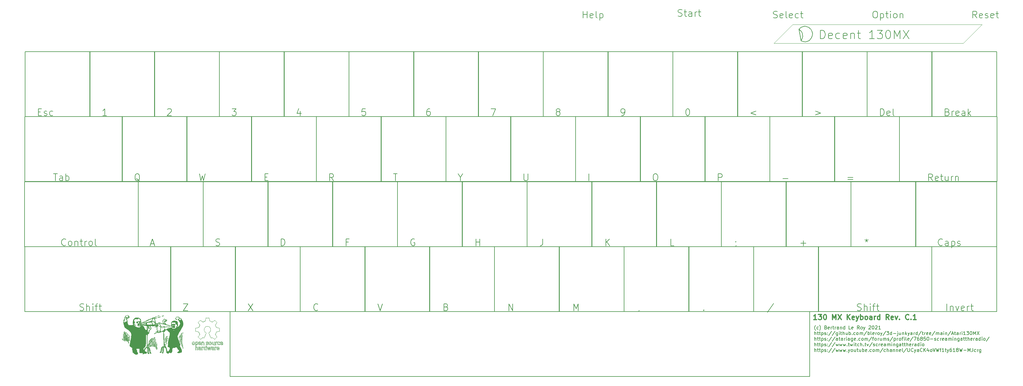
<source format=gto>
G04 #@! TF.GenerationSoftware,KiCad,Pcbnew,(5.1.10)-1*
G04 #@! TF.CreationDate,2021-10-06T23:12:24-07:00*
G04 #@! TF.ProjectId,Atari130MXPlate,41746172-6931-4333-904d-58506c617465,C.1*
G04 #@! TF.SameCoordinates,Original*
G04 #@! TF.FileFunction,Legend,Top*
G04 #@! TF.FilePolarity,Positive*
%FSLAX46Y46*%
G04 Gerber Fmt 4.6, Leading zero omitted, Abs format (unit mm)*
G04 Created by KiCad (PCBNEW (5.1.10)-1) date 2021-10-06 23:12:24*
%MOMM*%
%LPD*%
G01*
G04 APERTURE LIST*
%ADD10C,0.300000*%
%ADD11C,0.150000*%
%ADD12C,0.120000*%
%ADD13C,0.010000*%
%ADD14C,0.200000*%
%ADD15C,0.090000*%
%ADD16O,7.000000X6.000000*%
%ADD17C,3.200000*%
G04 APERTURE END LIST*
D10*
X276082142Y-131798571D02*
X275225000Y-131798571D01*
X275653571Y-131798571D02*
X275653571Y-130298571D01*
X275510714Y-130512857D01*
X275367857Y-130655714D01*
X275225000Y-130727142D01*
X276582142Y-130298571D02*
X277510714Y-130298571D01*
X277010714Y-130870000D01*
X277225000Y-130870000D01*
X277367857Y-130941428D01*
X277439285Y-131012857D01*
X277510714Y-131155714D01*
X277510714Y-131512857D01*
X277439285Y-131655714D01*
X277367857Y-131727142D01*
X277225000Y-131798571D01*
X276796428Y-131798571D01*
X276653571Y-131727142D01*
X276582142Y-131655714D01*
X278439285Y-130298571D02*
X278582142Y-130298571D01*
X278725000Y-130370000D01*
X278796428Y-130441428D01*
X278867857Y-130584285D01*
X278939285Y-130870000D01*
X278939285Y-131227142D01*
X278867857Y-131512857D01*
X278796428Y-131655714D01*
X278725000Y-131727142D01*
X278582142Y-131798571D01*
X278439285Y-131798571D01*
X278296428Y-131727142D01*
X278225000Y-131655714D01*
X278153571Y-131512857D01*
X278082142Y-131227142D01*
X278082142Y-130870000D01*
X278153571Y-130584285D01*
X278225000Y-130441428D01*
X278296428Y-130370000D01*
X278439285Y-130298571D01*
X280725000Y-131798571D02*
X280725000Y-130298571D01*
X281225000Y-131370000D01*
X281725000Y-130298571D01*
X281725000Y-131798571D01*
X282296428Y-130298571D02*
X283296428Y-131798571D01*
X283296428Y-130298571D02*
X282296428Y-131798571D01*
X285010714Y-131798571D02*
X285010714Y-130298571D01*
X285867857Y-131798571D02*
X285225000Y-130941428D01*
X285867857Y-130298571D02*
X285010714Y-131155714D01*
X287082142Y-131727142D02*
X286939285Y-131798571D01*
X286653571Y-131798571D01*
X286510714Y-131727142D01*
X286439285Y-131584285D01*
X286439285Y-131012857D01*
X286510714Y-130870000D01*
X286653571Y-130798571D01*
X286939285Y-130798571D01*
X287082142Y-130870000D01*
X287153571Y-131012857D01*
X287153571Y-131155714D01*
X286439285Y-131298571D01*
X287653571Y-130798571D02*
X288010714Y-131798571D01*
X288367857Y-130798571D02*
X288010714Y-131798571D01*
X287867857Y-132155714D01*
X287796428Y-132227142D01*
X287653571Y-132298571D01*
X288939285Y-131798571D02*
X288939285Y-130298571D01*
X288939285Y-130870000D02*
X289082142Y-130798571D01*
X289367857Y-130798571D01*
X289510714Y-130870000D01*
X289582142Y-130941428D01*
X289653571Y-131084285D01*
X289653571Y-131512857D01*
X289582142Y-131655714D01*
X289510714Y-131727142D01*
X289367857Y-131798571D01*
X289082142Y-131798571D01*
X288939285Y-131727142D01*
X290510714Y-131798571D02*
X290367857Y-131727142D01*
X290296428Y-131655714D01*
X290225000Y-131512857D01*
X290225000Y-131084285D01*
X290296428Y-130941428D01*
X290367857Y-130870000D01*
X290510714Y-130798571D01*
X290725000Y-130798571D01*
X290867857Y-130870000D01*
X290939285Y-130941428D01*
X291010714Y-131084285D01*
X291010714Y-131512857D01*
X290939285Y-131655714D01*
X290867857Y-131727142D01*
X290725000Y-131798571D01*
X290510714Y-131798571D01*
X292296428Y-131798571D02*
X292296428Y-131012857D01*
X292225000Y-130870000D01*
X292082142Y-130798571D01*
X291796428Y-130798571D01*
X291653571Y-130870000D01*
X292296428Y-131727142D02*
X292153571Y-131798571D01*
X291796428Y-131798571D01*
X291653571Y-131727142D01*
X291582142Y-131584285D01*
X291582142Y-131441428D01*
X291653571Y-131298571D01*
X291796428Y-131227142D01*
X292153571Y-131227142D01*
X292296428Y-131155714D01*
X293010714Y-131798571D02*
X293010714Y-130798571D01*
X293010714Y-131084285D02*
X293082142Y-130941428D01*
X293153571Y-130870000D01*
X293296428Y-130798571D01*
X293439285Y-130798571D01*
X294582142Y-131798571D02*
X294582142Y-130298571D01*
X294582142Y-131727142D02*
X294439285Y-131798571D01*
X294153571Y-131798571D01*
X294010714Y-131727142D01*
X293939285Y-131655714D01*
X293867857Y-131512857D01*
X293867857Y-131084285D01*
X293939285Y-130941428D01*
X294010714Y-130870000D01*
X294153571Y-130798571D01*
X294439285Y-130798571D01*
X294582142Y-130870000D01*
X297296428Y-131798571D02*
X296796428Y-131084285D01*
X296439285Y-131798571D02*
X296439285Y-130298571D01*
X297010714Y-130298571D01*
X297153571Y-130370000D01*
X297225000Y-130441428D01*
X297296428Y-130584285D01*
X297296428Y-130798571D01*
X297225000Y-130941428D01*
X297153571Y-131012857D01*
X297010714Y-131084285D01*
X296439285Y-131084285D01*
X298510714Y-131727142D02*
X298367857Y-131798571D01*
X298082142Y-131798571D01*
X297939285Y-131727142D01*
X297867857Y-131584285D01*
X297867857Y-131012857D01*
X297939285Y-130870000D01*
X298082142Y-130798571D01*
X298367857Y-130798571D01*
X298510714Y-130870000D01*
X298582142Y-131012857D01*
X298582142Y-131155714D01*
X297867857Y-131298571D01*
X299082142Y-130798571D02*
X299439285Y-131798571D01*
X299796428Y-130798571D01*
X300367857Y-131655714D02*
X300439285Y-131727142D01*
X300367857Y-131798571D01*
X300296428Y-131727142D01*
X300367857Y-131655714D01*
X300367857Y-131798571D01*
X303082142Y-131655714D02*
X303010714Y-131727142D01*
X302796428Y-131798571D01*
X302653571Y-131798571D01*
X302439285Y-131727142D01*
X302296428Y-131584285D01*
X302225000Y-131441428D01*
X302153571Y-131155714D01*
X302153571Y-130941428D01*
X302225000Y-130655714D01*
X302296428Y-130512857D01*
X302439285Y-130370000D01*
X302653571Y-130298571D01*
X302796428Y-130298571D01*
X303010714Y-130370000D01*
X303082142Y-130441428D01*
X303725000Y-131655714D02*
X303796428Y-131727142D01*
X303725000Y-131798571D01*
X303653571Y-131727142D01*
X303725000Y-131655714D01*
X303725000Y-131798571D01*
X305225000Y-131798571D02*
X304367857Y-131798571D01*
X304796428Y-131798571D02*
X304796428Y-130298571D01*
X304653571Y-130512857D01*
X304510714Y-130655714D01*
X304367857Y-130727142D01*
D11*
X275751309Y-135003333D02*
X275703690Y-134955714D01*
X275608452Y-134812857D01*
X275560833Y-134717619D01*
X275513214Y-134574761D01*
X275465595Y-134336666D01*
X275465595Y-134146190D01*
X275513214Y-133908095D01*
X275560833Y-133765238D01*
X275608452Y-133670000D01*
X275703690Y-133527142D01*
X275751309Y-133479523D01*
X276560833Y-134574761D02*
X276465595Y-134622380D01*
X276275119Y-134622380D01*
X276179880Y-134574761D01*
X276132261Y-134527142D01*
X276084642Y-134431904D01*
X276084642Y-134146190D01*
X276132261Y-134050952D01*
X276179880Y-134003333D01*
X276275119Y-133955714D01*
X276465595Y-133955714D01*
X276560833Y-134003333D01*
X276894166Y-135003333D02*
X276941785Y-134955714D01*
X277037023Y-134812857D01*
X277084642Y-134717619D01*
X277132261Y-134574761D01*
X277179880Y-134336666D01*
X277179880Y-134146190D01*
X277132261Y-133908095D01*
X277084642Y-133765238D01*
X277037023Y-133670000D01*
X276941785Y-133527142D01*
X276894166Y-133479523D01*
X278751309Y-134098571D02*
X278894166Y-134146190D01*
X278941785Y-134193809D01*
X278989404Y-134289047D01*
X278989404Y-134431904D01*
X278941785Y-134527142D01*
X278894166Y-134574761D01*
X278798928Y-134622380D01*
X278417976Y-134622380D01*
X278417976Y-133622380D01*
X278751309Y-133622380D01*
X278846547Y-133670000D01*
X278894166Y-133717619D01*
X278941785Y-133812857D01*
X278941785Y-133908095D01*
X278894166Y-134003333D01*
X278846547Y-134050952D01*
X278751309Y-134098571D01*
X278417976Y-134098571D01*
X279798928Y-134574761D02*
X279703690Y-134622380D01*
X279513214Y-134622380D01*
X279417976Y-134574761D01*
X279370357Y-134479523D01*
X279370357Y-134098571D01*
X279417976Y-134003333D01*
X279513214Y-133955714D01*
X279703690Y-133955714D01*
X279798928Y-134003333D01*
X279846547Y-134098571D01*
X279846547Y-134193809D01*
X279370357Y-134289047D01*
X280275119Y-134622380D02*
X280275119Y-133955714D01*
X280275119Y-134146190D02*
X280322738Y-134050952D01*
X280370357Y-134003333D01*
X280465595Y-133955714D01*
X280560833Y-133955714D01*
X280751309Y-133955714D02*
X281132261Y-133955714D01*
X280894166Y-133622380D02*
X280894166Y-134479523D01*
X280941785Y-134574761D01*
X281037023Y-134622380D01*
X281132261Y-134622380D01*
X281465595Y-134622380D02*
X281465595Y-133955714D01*
X281465595Y-134146190D02*
X281513214Y-134050952D01*
X281560833Y-134003333D01*
X281656071Y-133955714D01*
X281751309Y-133955714D01*
X282513214Y-134622380D02*
X282513214Y-134098571D01*
X282465595Y-134003333D01*
X282370357Y-133955714D01*
X282179880Y-133955714D01*
X282084642Y-134003333D01*
X282513214Y-134574761D02*
X282417976Y-134622380D01*
X282179880Y-134622380D01*
X282084642Y-134574761D01*
X282037023Y-134479523D01*
X282037023Y-134384285D01*
X282084642Y-134289047D01*
X282179880Y-134241428D01*
X282417976Y-134241428D01*
X282513214Y-134193809D01*
X282989404Y-133955714D02*
X282989404Y-134622380D01*
X282989404Y-134050952D02*
X283037023Y-134003333D01*
X283132261Y-133955714D01*
X283275119Y-133955714D01*
X283370357Y-134003333D01*
X283417976Y-134098571D01*
X283417976Y-134622380D01*
X284322738Y-134622380D02*
X284322738Y-133622380D01*
X284322738Y-134574761D02*
X284227500Y-134622380D01*
X284037023Y-134622380D01*
X283941785Y-134574761D01*
X283894166Y-134527142D01*
X283846547Y-134431904D01*
X283846547Y-134146190D01*
X283894166Y-134050952D01*
X283941785Y-134003333D01*
X284037023Y-133955714D01*
X284227500Y-133955714D01*
X284322738Y-134003333D01*
X286037023Y-134622380D02*
X285560833Y-134622380D01*
X285560833Y-133622380D01*
X286751309Y-134574761D02*
X286656071Y-134622380D01*
X286465595Y-134622380D01*
X286370357Y-134574761D01*
X286322738Y-134479523D01*
X286322738Y-134098571D01*
X286370357Y-134003333D01*
X286465595Y-133955714D01*
X286656071Y-133955714D01*
X286751309Y-134003333D01*
X286798928Y-134098571D01*
X286798928Y-134193809D01*
X286322738Y-134289047D01*
X288560833Y-134622380D02*
X288227500Y-134146190D01*
X287989404Y-134622380D02*
X287989404Y-133622380D01*
X288370357Y-133622380D01*
X288465595Y-133670000D01*
X288513214Y-133717619D01*
X288560833Y-133812857D01*
X288560833Y-133955714D01*
X288513214Y-134050952D01*
X288465595Y-134098571D01*
X288370357Y-134146190D01*
X287989404Y-134146190D01*
X289132261Y-134622380D02*
X289037023Y-134574761D01*
X288989404Y-134527142D01*
X288941785Y-134431904D01*
X288941785Y-134146190D01*
X288989404Y-134050952D01*
X289037023Y-134003333D01*
X289132261Y-133955714D01*
X289275119Y-133955714D01*
X289370357Y-134003333D01*
X289417976Y-134050952D01*
X289465595Y-134146190D01*
X289465595Y-134431904D01*
X289417976Y-134527142D01*
X289370357Y-134574761D01*
X289275119Y-134622380D01*
X289132261Y-134622380D01*
X289798928Y-133955714D02*
X290037023Y-134622380D01*
X290275119Y-133955714D02*
X290037023Y-134622380D01*
X289941785Y-134860476D01*
X289894166Y-134908095D01*
X289798928Y-134955714D01*
X291370357Y-133717619D02*
X291417976Y-133670000D01*
X291513214Y-133622380D01*
X291751309Y-133622380D01*
X291846547Y-133670000D01*
X291894166Y-133717619D01*
X291941785Y-133812857D01*
X291941785Y-133908095D01*
X291894166Y-134050952D01*
X291322738Y-134622380D01*
X291941785Y-134622380D01*
X292560833Y-133622380D02*
X292656071Y-133622380D01*
X292751309Y-133670000D01*
X292798928Y-133717619D01*
X292846547Y-133812857D01*
X292894166Y-134003333D01*
X292894166Y-134241428D01*
X292846547Y-134431904D01*
X292798928Y-134527142D01*
X292751309Y-134574761D01*
X292656071Y-134622380D01*
X292560833Y-134622380D01*
X292465595Y-134574761D01*
X292417976Y-134527142D01*
X292370357Y-134431904D01*
X292322738Y-134241428D01*
X292322738Y-134003333D01*
X292370357Y-133812857D01*
X292417976Y-133717619D01*
X292465595Y-133670000D01*
X292560833Y-133622380D01*
X293275119Y-133717619D02*
X293322738Y-133670000D01*
X293417976Y-133622380D01*
X293656071Y-133622380D01*
X293751309Y-133670000D01*
X293798928Y-133717619D01*
X293846547Y-133812857D01*
X293846547Y-133908095D01*
X293798928Y-134050952D01*
X293227500Y-134622380D01*
X293846547Y-134622380D01*
X294798928Y-134622380D02*
X294227500Y-134622380D01*
X294513214Y-134622380D02*
X294513214Y-133622380D01*
X294417976Y-133765238D01*
X294322738Y-133860476D01*
X294227500Y-133908095D01*
X275465595Y-136272380D02*
X275465595Y-135272380D01*
X275894166Y-136272380D02*
X275894166Y-135748571D01*
X275846547Y-135653333D01*
X275751309Y-135605714D01*
X275608452Y-135605714D01*
X275513214Y-135653333D01*
X275465595Y-135700952D01*
X276227500Y-135605714D02*
X276608452Y-135605714D01*
X276370357Y-135272380D02*
X276370357Y-136129523D01*
X276417976Y-136224761D01*
X276513214Y-136272380D01*
X276608452Y-136272380D01*
X276798928Y-135605714D02*
X277179880Y-135605714D01*
X276941785Y-135272380D02*
X276941785Y-136129523D01*
X276989404Y-136224761D01*
X277084642Y-136272380D01*
X277179880Y-136272380D01*
X277513214Y-135605714D02*
X277513214Y-136605714D01*
X277513214Y-135653333D02*
X277608452Y-135605714D01*
X277798928Y-135605714D01*
X277894166Y-135653333D01*
X277941785Y-135700952D01*
X277989404Y-135796190D01*
X277989404Y-136081904D01*
X277941785Y-136177142D01*
X277894166Y-136224761D01*
X277798928Y-136272380D01*
X277608452Y-136272380D01*
X277513214Y-136224761D01*
X278370357Y-136224761D02*
X278465595Y-136272380D01*
X278656071Y-136272380D01*
X278751309Y-136224761D01*
X278798928Y-136129523D01*
X278798928Y-136081904D01*
X278751309Y-135986666D01*
X278656071Y-135939047D01*
X278513214Y-135939047D01*
X278417976Y-135891428D01*
X278370357Y-135796190D01*
X278370357Y-135748571D01*
X278417976Y-135653333D01*
X278513214Y-135605714D01*
X278656071Y-135605714D01*
X278751309Y-135653333D01*
X279227500Y-136177142D02*
X279275119Y-136224761D01*
X279227500Y-136272380D01*
X279179880Y-136224761D01*
X279227500Y-136177142D01*
X279227500Y-136272380D01*
X279227500Y-135653333D02*
X279275119Y-135700952D01*
X279227500Y-135748571D01*
X279179880Y-135700952D01*
X279227500Y-135653333D01*
X279227500Y-135748571D01*
X280417976Y-135224761D02*
X279560833Y-136510476D01*
X281465595Y-135224761D02*
X280608452Y-136510476D01*
X282227500Y-135605714D02*
X282227500Y-136415238D01*
X282179880Y-136510476D01*
X282132261Y-136558095D01*
X282037023Y-136605714D01*
X281894166Y-136605714D01*
X281798928Y-136558095D01*
X282227500Y-136224761D02*
X282132261Y-136272380D01*
X281941785Y-136272380D01*
X281846547Y-136224761D01*
X281798928Y-136177142D01*
X281751309Y-136081904D01*
X281751309Y-135796190D01*
X281798928Y-135700952D01*
X281846547Y-135653333D01*
X281941785Y-135605714D01*
X282132261Y-135605714D01*
X282227500Y-135653333D01*
X282703690Y-136272380D02*
X282703690Y-135605714D01*
X282703690Y-135272380D02*
X282656071Y-135320000D01*
X282703690Y-135367619D01*
X282751309Y-135320000D01*
X282703690Y-135272380D01*
X282703690Y-135367619D01*
X283037023Y-135605714D02*
X283417976Y-135605714D01*
X283179880Y-135272380D02*
X283179880Y-136129523D01*
X283227500Y-136224761D01*
X283322738Y-136272380D01*
X283417976Y-136272380D01*
X283751309Y-136272380D02*
X283751309Y-135272380D01*
X284179880Y-136272380D02*
X284179880Y-135748571D01*
X284132261Y-135653333D01*
X284037023Y-135605714D01*
X283894166Y-135605714D01*
X283798928Y-135653333D01*
X283751309Y-135700952D01*
X285084642Y-135605714D02*
X285084642Y-136272380D01*
X284656071Y-135605714D02*
X284656071Y-136129523D01*
X284703690Y-136224761D01*
X284798928Y-136272380D01*
X284941785Y-136272380D01*
X285037023Y-136224761D01*
X285084642Y-136177142D01*
X285560833Y-136272380D02*
X285560833Y-135272380D01*
X285560833Y-135653333D02*
X285656071Y-135605714D01*
X285846547Y-135605714D01*
X285941785Y-135653333D01*
X285989404Y-135700952D01*
X286037023Y-135796190D01*
X286037023Y-136081904D01*
X285989404Y-136177142D01*
X285941785Y-136224761D01*
X285846547Y-136272380D01*
X285656071Y-136272380D01*
X285560833Y-136224761D01*
X286465595Y-136177142D02*
X286513214Y-136224761D01*
X286465595Y-136272380D01*
X286417976Y-136224761D01*
X286465595Y-136177142D01*
X286465595Y-136272380D01*
X287370357Y-136224761D02*
X287275119Y-136272380D01*
X287084642Y-136272380D01*
X286989404Y-136224761D01*
X286941785Y-136177142D01*
X286894166Y-136081904D01*
X286894166Y-135796190D01*
X286941785Y-135700952D01*
X286989404Y-135653333D01*
X287084642Y-135605714D01*
X287275119Y-135605714D01*
X287370357Y-135653333D01*
X287941785Y-136272380D02*
X287846547Y-136224761D01*
X287798928Y-136177142D01*
X287751309Y-136081904D01*
X287751309Y-135796190D01*
X287798928Y-135700952D01*
X287846547Y-135653333D01*
X287941785Y-135605714D01*
X288084642Y-135605714D01*
X288179880Y-135653333D01*
X288227500Y-135700952D01*
X288275119Y-135796190D01*
X288275119Y-136081904D01*
X288227500Y-136177142D01*
X288179880Y-136224761D01*
X288084642Y-136272380D01*
X287941785Y-136272380D01*
X288703690Y-136272380D02*
X288703690Y-135605714D01*
X288703690Y-135700952D02*
X288751309Y-135653333D01*
X288846547Y-135605714D01*
X288989404Y-135605714D01*
X289084642Y-135653333D01*
X289132261Y-135748571D01*
X289132261Y-136272380D01*
X289132261Y-135748571D02*
X289179880Y-135653333D01*
X289275119Y-135605714D01*
X289417976Y-135605714D01*
X289513214Y-135653333D01*
X289560833Y-135748571D01*
X289560833Y-136272380D01*
X290751309Y-135224761D02*
X289894166Y-136510476D01*
X291084642Y-136272380D02*
X291084642Y-135272380D01*
X291084642Y-135653333D02*
X291179880Y-135605714D01*
X291370357Y-135605714D01*
X291465595Y-135653333D01*
X291513214Y-135700952D01*
X291560833Y-135796190D01*
X291560833Y-136081904D01*
X291513214Y-136177142D01*
X291465595Y-136224761D01*
X291370357Y-136272380D01*
X291179880Y-136272380D01*
X291084642Y-136224761D01*
X292132261Y-136272380D02*
X292037023Y-136224761D01*
X291989404Y-136129523D01*
X291989404Y-135272380D01*
X292894166Y-136224761D02*
X292798928Y-136272380D01*
X292608452Y-136272380D01*
X292513214Y-136224761D01*
X292465595Y-136129523D01*
X292465595Y-135748571D01*
X292513214Y-135653333D01*
X292608452Y-135605714D01*
X292798928Y-135605714D01*
X292894166Y-135653333D01*
X292941785Y-135748571D01*
X292941785Y-135843809D01*
X292465595Y-135939047D01*
X293370357Y-136272380D02*
X293370357Y-135605714D01*
X293370357Y-135796190D02*
X293417976Y-135700952D01*
X293465595Y-135653333D01*
X293560833Y-135605714D01*
X293656071Y-135605714D01*
X294132261Y-136272380D02*
X294037023Y-136224761D01*
X293989404Y-136177142D01*
X293941785Y-136081904D01*
X293941785Y-135796190D01*
X293989404Y-135700952D01*
X294037023Y-135653333D01*
X294132261Y-135605714D01*
X294275119Y-135605714D01*
X294370357Y-135653333D01*
X294417976Y-135700952D01*
X294465595Y-135796190D01*
X294465595Y-136081904D01*
X294417976Y-136177142D01*
X294370357Y-136224761D01*
X294275119Y-136272380D01*
X294132261Y-136272380D01*
X294798928Y-135605714D02*
X295037023Y-136272380D01*
X295275119Y-135605714D02*
X295037023Y-136272380D01*
X294941785Y-136510476D01*
X294894166Y-136558095D01*
X294798928Y-136605714D01*
X296370357Y-135224761D02*
X295513214Y-136510476D01*
X296608452Y-135272380D02*
X297227500Y-135272380D01*
X296894166Y-135653333D01*
X297037023Y-135653333D01*
X297132261Y-135700952D01*
X297179880Y-135748571D01*
X297227500Y-135843809D01*
X297227500Y-136081904D01*
X297179880Y-136177142D01*
X297132261Y-136224761D01*
X297037023Y-136272380D01*
X296751309Y-136272380D01*
X296656071Y-136224761D01*
X296608452Y-136177142D01*
X298084642Y-136272380D02*
X298084642Y-135272380D01*
X298084642Y-136224761D02*
X297989404Y-136272380D01*
X297798928Y-136272380D01*
X297703690Y-136224761D01*
X297656071Y-136177142D01*
X297608452Y-136081904D01*
X297608452Y-135796190D01*
X297656071Y-135700952D01*
X297703690Y-135653333D01*
X297798928Y-135605714D01*
X297989404Y-135605714D01*
X298084642Y-135653333D01*
X298560833Y-135891428D02*
X299322738Y-135891428D01*
X299798928Y-135605714D02*
X299798928Y-136462857D01*
X299751309Y-136558095D01*
X299656071Y-136605714D01*
X299608452Y-136605714D01*
X299798928Y-135272380D02*
X299751309Y-135320000D01*
X299798928Y-135367619D01*
X299846547Y-135320000D01*
X299798928Y-135272380D01*
X299798928Y-135367619D01*
X300703690Y-135605714D02*
X300703690Y-136272380D01*
X300275119Y-135605714D02*
X300275119Y-136129523D01*
X300322738Y-136224761D01*
X300417976Y-136272380D01*
X300560833Y-136272380D01*
X300656071Y-136224761D01*
X300703690Y-136177142D01*
X301179880Y-135605714D02*
X301179880Y-136272380D01*
X301179880Y-135700952D02*
X301227500Y-135653333D01*
X301322738Y-135605714D01*
X301465595Y-135605714D01*
X301560833Y-135653333D01*
X301608452Y-135748571D01*
X301608452Y-136272380D01*
X302084642Y-136272380D02*
X302084642Y-135272380D01*
X302179880Y-135891428D02*
X302465595Y-136272380D01*
X302465595Y-135605714D02*
X302084642Y-135986666D01*
X302798928Y-135605714D02*
X303037023Y-136272380D01*
X303275119Y-135605714D02*
X303037023Y-136272380D01*
X302941785Y-136510476D01*
X302894166Y-136558095D01*
X302798928Y-136605714D01*
X304084642Y-136272380D02*
X304084642Y-135748571D01*
X304037023Y-135653333D01*
X303941785Y-135605714D01*
X303751309Y-135605714D01*
X303656071Y-135653333D01*
X304084642Y-136224761D02*
X303989404Y-136272380D01*
X303751309Y-136272380D01*
X303656071Y-136224761D01*
X303608452Y-136129523D01*
X303608452Y-136034285D01*
X303656071Y-135939047D01*
X303751309Y-135891428D01*
X303989404Y-135891428D01*
X304084642Y-135843809D01*
X304560833Y-136272380D02*
X304560833Y-135605714D01*
X304560833Y-135796190D02*
X304608452Y-135700952D01*
X304656071Y-135653333D01*
X304751309Y-135605714D01*
X304846547Y-135605714D01*
X305608452Y-136272380D02*
X305608452Y-135272380D01*
X305608452Y-136224761D02*
X305513214Y-136272380D01*
X305322738Y-136272380D01*
X305227500Y-136224761D01*
X305179880Y-136177142D01*
X305132261Y-136081904D01*
X305132261Y-135796190D01*
X305179880Y-135700952D01*
X305227500Y-135653333D01*
X305322738Y-135605714D01*
X305513214Y-135605714D01*
X305608452Y-135653333D01*
X306798928Y-135224761D02*
X305941785Y-136510476D01*
X306989404Y-135605714D02*
X307370357Y-135605714D01*
X307132261Y-135272380D02*
X307132261Y-136129523D01*
X307179880Y-136224761D01*
X307275119Y-136272380D01*
X307370357Y-136272380D01*
X307703690Y-136272380D02*
X307703690Y-135605714D01*
X307703690Y-135796190D02*
X307751309Y-135700952D01*
X307798928Y-135653333D01*
X307894166Y-135605714D01*
X307989404Y-135605714D01*
X308703690Y-136224761D02*
X308608452Y-136272380D01*
X308417976Y-136272380D01*
X308322738Y-136224761D01*
X308275119Y-136129523D01*
X308275119Y-135748571D01*
X308322738Y-135653333D01*
X308417976Y-135605714D01*
X308608452Y-135605714D01*
X308703690Y-135653333D01*
X308751309Y-135748571D01*
X308751309Y-135843809D01*
X308275119Y-135939047D01*
X309560833Y-136224761D02*
X309465595Y-136272380D01*
X309275119Y-136272380D01*
X309179880Y-136224761D01*
X309132261Y-136129523D01*
X309132261Y-135748571D01*
X309179880Y-135653333D01*
X309275119Y-135605714D01*
X309465595Y-135605714D01*
X309560833Y-135653333D01*
X309608452Y-135748571D01*
X309608452Y-135843809D01*
X309132261Y-135939047D01*
X310751309Y-135224761D02*
X309894166Y-136510476D01*
X311084642Y-136272380D02*
X311084642Y-135605714D01*
X311084642Y-135700952D02*
X311132261Y-135653333D01*
X311227500Y-135605714D01*
X311370357Y-135605714D01*
X311465595Y-135653333D01*
X311513214Y-135748571D01*
X311513214Y-136272380D01*
X311513214Y-135748571D02*
X311560833Y-135653333D01*
X311656071Y-135605714D01*
X311798928Y-135605714D01*
X311894166Y-135653333D01*
X311941785Y-135748571D01*
X311941785Y-136272380D01*
X312846547Y-136272380D02*
X312846547Y-135748571D01*
X312798928Y-135653333D01*
X312703690Y-135605714D01*
X312513214Y-135605714D01*
X312417976Y-135653333D01*
X312846547Y-136224761D02*
X312751309Y-136272380D01*
X312513214Y-136272380D01*
X312417976Y-136224761D01*
X312370357Y-136129523D01*
X312370357Y-136034285D01*
X312417976Y-135939047D01*
X312513214Y-135891428D01*
X312751309Y-135891428D01*
X312846547Y-135843809D01*
X313322738Y-136272380D02*
X313322738Y-135605714D01*
X313322738Y-135272380D02*
X313275119Y-135320000D01*
X313322738Y-135367619D01*
X313370357Y-135320000D01*
X313322738Y-135272380D01*
X313322738Y-135367619D01*
X313798928Y-135605714D02*
X313798928Y-136272380D01*
X313798928Y-135700952D02*
X313846547Y-135653333D01*
X313941785Y-135605714D01*
X314084642Y-135605714D01*
X314179880Y-135653333D01*
X314227500Y-135748571D01*
X314227500Y-136272380D01*
X315417976Y-135224761D02*
X314560833Y-136510476D01*
X315703690Y-135986666D02*
X316179880Y-135986666D01*
X315608452Y-136272380D02*
X315941785Y-135272380D01*
X316275119Y-136272380D01*
X316465595Y-135605714D02*
X316846547Y-135605714D01*
X316608452Y-135272380D02*
X316608452Y-136129523D01*
X316656071Y-136224761D01*
X316751309Y-136272380D01*
X316846547Y-136272380D01*
X317608452Y-136272380D02*
X317608452Y-135748571D01*
X317560833Y-135653333D01*
X317465595Y-135605714D01*
X317275119Y-135605714D01*
X317179880Y-135653333D01*
X317608452Y-136224761D02*
X317513214Y-136272380D01*
X317275119Y-136272380D01*
X317179880Y-136224761D01*
X317132261Y-136129523D01*
X317132261Y-136034285D01*
X317179880Y-135939047D01*
X317275119Y-135891428D01*
X317513214Y-135891428D01*
X317608452Y-135843809D01*
X318084642Y-136272380D02*
X318084642Y-135605714D01*
X318084642Y-135796190D02*
X318132261Y-135700952D01*
X318179880Y-135653333D01*
X318275119Y-135605714D01*
X318370357Y-135605714D01*
X318703690Y-136272380D02*
X318703690Y-135605714D01*
X318703690Y-135272380D02*
X318656071Y-135320000D01*
X318703690Y-135367619D01*
X318751309Y-135320000D01*
X318703690Y-135272380D01*
X318703690Y-135367619D01*
X319703690Y-136272380D02*
X319132261Y-136272380D01*
X319417976Y-136272380D02*
X319417976Y-135272380D01*
X319322738Y-135415238D01*
X319227500Y-135510476D01*
X319132261Y-135558095D01*
X320037023Y-135272380D02*
X320656071Y-135272380D01*
X320322738Y-135653333D01*
X320465595Y-135653333D01*
X320560833Y-135700952D01*
X320608452Y-135748571D01*
X320656071Y-135843809D01*
X320656071Y-136081904D01*
X320608452Y-136177142D01*
X320560833Y-136224761D01*
X320465595Y-136272380D01*
X320179880Y-136272380D01*
X320084642Y-136224761D01*
X320037023Y-136177142D01*
X321275119Y-135272380D02*
X321370357Y-135272380D01*
X321465595Y-135320000D01*
X321513214Y-135367619D01*
X321560833Y-135462857D01*
X321608452Y-135653333D01*
X321608452Y-135891428D01*
X321560833Y-136081904D01*
X321513214Y-136177142D01*
X321465595Y-136224761D01*
X321370357Y-136272380D01*
X321275119Y-136272380D01*
X321179880Y-136224761D01*
X321132261Y-136177142D01*
X321084642Y-136081904D01*
X321037023Y-135891428D01*
X321037023Y-135653333D01*
X321084642Y-135462857D01*
X321132261Y-135367619D01*
X321179880Y-135320000D01*
X321275119Y-135272380D01*
X322037023Y-136272380D02*
X322037023Y-135272380D01*
X322370357Y-135986666D01*
X322703690Y-135272380D01*
X322703690Y-136272380D01*
X323084642Y-135272380D02*
X323751309Y-136272380D01*
X323751309Y-135272380D02*
X323084642Y-136272380D01*
X275465595Y-137922380D02*
X275465595Y-136922380D01*
X275894166Y-137922380D02*
X275894166Y-137398571D01*
X275846547Y-137303333D01*
X275751309Y-137255714D01*
X275608452Y-137255714D01*
X275513214Y-137303333D01*
X275465595Y-137350952D01*
X276227500Y-137255714D02*
X276608452Y-137255714D01*
X276370357Y-136922380D02*
X276370357Y-137779523D01*
X276417976Y-137874761D01*
X276513214Y-137922380D01*
X276608452Y-137922380D01*
X276798928Y-137255714D02*
X277179880Y-137255714D01*
X276941785Y-136922380D02*
X276941785Y-137779523D01*
X276989404Y-137874761D01*
X277084642Y-137922380D01*
X277179880Y-137922380D01*
X277513214Y-137255714D02*
X277513214Y-138255714D01*
X277513214Y-137303333D02*
X277608452Y-137255714D01*
X277798928Y-137255714D01*
X277894166Y-137303333D01*
X277941785Y-137350952D01*
X277989404Y-137446190D01*
X277989404Y-137731904D01*
X277941785Y-137827142D01*
X277894166Y-137874761D01*
X277798928Y-137922380D01*
X277608452Y-137922380D01*
X277513214Y-137874761D01*
X278370357Y-137874761D02*
X278465595Y-137922380D01*
X278656071Y-137922380D01*
X278751309Y-137874761D01*
X278798928Y-137779523D01*
X278798928Y-137731904D01*
X278751309Y-137636666D01*
X278656071Y-137589047D01*
X278513214Y-137589047D01*
X278417976Y-137541428D01*
X278370357Y-137446190D01*
X278370357Y-137398571D01*
X278417976Y-137303333D01*
X278513214Y-137255714D01*
X278656071Y-137255714D01*
X278751309Y-137303333D01*
X279227500Y-137827142D02*
X279275119Y-137874761D01*
X279227500Y-137922380D01*
X279179880Y-137874761D01*
X279227500Y-137827142D01*
X279227500Y-137922380D01*
X279227500Y-137303333D02*
X279275119Y-137350952D01*
X279227500Y-137398571D01*
X279179880Y-137350952D01*
X279227500Y-137303333D01*
X279227500Y-137398571D01*
X280417976Y-136874761D02*
X279560833Y-138160476D01*
X281465595Y-136874761D02*
X280608452Y-138160476D01*
X282227500Y-137922380D02*
X282227500Y-137398571D01*
X282179880Y-137303333D01*
X282084642Y-137255714D01*
X281894166Y-137255714D01*
X281798928Y-137303333D01*
X282227500Y-137874761D02*
X282132261Y-137922380D01*
X281894166Y-137922380D01*
X281798928Y-137874761D01*
X281751309Y-137779523D01*
X281751309Y-137684285D01*
X281798928Y-137589047D01*
X281894166Y-137541428D01*
X282132261Y-137541428D01*
X282227500Y-137493809D01*
X282560833Y-137255714D02*
X282941785Y-137255714D01*
X282703690Y-136922380D02*
X282703690Y-137779523D01*
X282751309Y-137874761D01*
X282846547Y-137922380D01*
X282941785Y-137922380D01*
X283703690Y-137922380D02*
X283703690Y-137398571D01*
X283656071Y-137303333D01*
X283560833Y-137255714D01*
X283370357Y-137255714D01*
X283275119Y-137303333D01*
X283703690Y-137874761D02*
X283608452Y-137922380D01*
X283370357Y-137922380D01*
X283275119Y-137874761D01*
X283227500Y-137779523D01*
X283227500Y-137684285D01*
X283275119Y-137589047D01*
X283370357Y-137541428D01*
X283608452Y-137541428D01*
X283703690Y-137493809D01*
X284179880Y-137922380D02*
X284179880Y-137255714D01*
X284179880Y-137446190D02*
X284227500Y-137350952D01*
X284275119Y-137303333D01*
X284370357Y-137255714D01*
X284465595Y-137255714D01*
X284798928Y-137922380D02*
X284798928Y-137255714D01*
X284798928Y-136922380D02*
X284751309Y-136970000D01*
X284798928Y-137017619D01*
X284846547Y-136970000D01*
X284798928Y-136922380D01*
X284798928Y-137017619D01*
X285703690Y-137922380D02*
X285703690Y-137398571D01*
X285656071Y-137303333D01*
X285560833Y-137255714D01*
X285370357Y-137255714D01*
X285275119Y-137303333D01*
X285703690Y-137874761D02*
X285608452Y-137922380D01*
X285370357Y-137922380D01*
X285275119Y-137874761D01*
X285227500Y-137779523D01*
X285227500Y-137684285D01*
X285275119Y-137589047D01*
X285370357Y-137541428D01*
X285608452Y-137541428D01*
X285703690Y-137493809D01*
X286608452Y-137255714D02*
X286608452Y-138065238D01*
X286560833Y-138160476D01*
X286513214Y-138208095D01*
X286417976Y-138255714D01*
X286275119Y-138255714D01*
X286179880Y-138208095D01*
X286608452Y-137874761D02*
X286513214Y-137922380D01*
X286322738Y-137922380D01*
X286227500Y-137874761D01*
X286179880Y-137827142D01*
X286132261Y-137731904D01*
X286132261Y-137446190D01*
X286179880Y-137350952D01*
X286227500Y-137303333D01*
X286322738Y-137255714D01*
X286513214Y-137255714D01*
X286608452Y-137303333D01*
X287465595Y-137874761D02*
X287370357Y-137922380D01*
X287179880Y-137922380D01*
X287084642Y-137874761D01*
X287037023Y-137779523D01*
X287037023Y-137398571D01*
X287084642Y-137303333D01*
X287179880Y-137255714D01*
X287370357Y-137255714D01*
X287465595Y-137303333D01*
X287513214Y-137398571D01*
X287513214Y-137493809D01*
X287037023Y-137589047D01*
X287941785Y-137827142D02*
X287989404Y-137874761D01*
X287941785Y-137922380D01*
X287894166Y-137874761D01*
X287941785Y-137827142D01*
X287941785Y-137922380D01*
X288846547Y-137874761D02*
X288751309Y-137922380D01*
X288560833Y-137922380D01*
X288465595Y-137874761D01*
X288417976Y-137827142D01*
X288370357Y-137731904D01*
X288370357Y-137446190D01*
X288417976Y-137350952D01*
X288465595Y-137303333D01*
X288560833Y-137255714D01*
X288751309Y-137255714D01*
X288846547Y-137303333D01*
X289417976Y-137922380D02*
X289322738Y-137874761D01*
X289275119Y-137827142D01*
X289227500Y-137731904D01*
X289227500Y-137446190D01*
X289275119Y-137350952D01*
X289322738Y-137303333D01*
X289417976Y-137255714D01*
X289560833Y-137255714D01*
X289656071Y-137303333D01*
X289703690Y-137350952D01*
X289751309Y-137446190D01*
X289751309Y-137731904D01*
X289703690Y-137827142D01*
X289656071Y-137874761D01*
X289560833Y-137922380D01*
X289417976Y-137922380D01*
X290179880Y-137922380D02*
X290179880Y-137255714D01*
X290179880Y-137350952D02*
X290227500Y-137303333D01*
X290322738Y-137255714D01*
X290465595Y-137255714D01*
X290560833Y-137303333D01*
X290608452Y-137398571D01*
X290608452Y-137922380D01*
X290608452Y-137398571D02*
X290656071Y-137303333D01*
X290751309Y-137255714D01*
X290894166Y-137255714D01*
X290989404Y-137303333D01*
X291037023Y-137398571D01*
X291037023Y-137922380D01*
X292227500Y-136874761D02*
X291370357Y-138160476D01*
X292417976Y-137255714D02*
X292798928Y-137255714D01*
X292560833Y-137922380D02*
X292560833Y-137065238D01*
X292608452Y-136970000D01*
X292703690Y-136922380D01*
X292798928Y-136922380D01*
X293275119Y-137922380D02*
X293179880Y-137874761D01*
X293132261Y-137827142D01*
X293084642Y-137731904D01*
X293084642Y-137446190D01*
X293132261Y-137350952D01*
X293179880Y-137303333D01*
X293275119Y-137255714D01*
X293417976Y-137255714D01*
X293513214Y-137303333D01*
X293560833Y-137350952D01*
X293608452Y-137446190D01*
X293608452Y-137731904D01*
X293560833Y-137827142D01*
X293513214Y-137874761D01*
X293417976Y-137922380D01*
X293275119Y-137922380D01*
X294037023Y-137922380D02*
X294037023Y-137255714D01*
X294037023Y-137446190D02*
X294084642Y-137350952D01*
X294132261Y-137303333D01*
X294227500Y-137255714D01*
X294322738Y-137255714D01*
X295084642Y-137255714D02*
X295084642Y-137922380D01*
X294656071Y-137255714D02*
X294656071Y-137779523D01*
X294703690Y-137874761D01*
X294798928Y-137922380D01*
X294941785Y-137922380D01*
X295037023Y-137874761D01*
X295084642Y-137827142D01*
X295560833Y-137922380D02*
X295560833Y-137255714D01*
X295560833Y-137350952D02*
X295608452Y-137303333D01*
X295703690Y-137255714D01*
X295846547Y-137255714D01*
X295941785Y-137303333D01*
X295989404Y-137398571D01*
X295989404Y-137922380D01*
X295989404Y-137398571D02*
X296037023Y-137303333D01*
X296132261Y-137255714D01*
X296275119Y-137255714D01*
X296370357Y-137303333D01*
X296417976Y-137398571D01*
X296417976Y-137922380D01*
X296846547Y-137874761D02*
X296941785Y-137922380D01*
X297132261Y-137922380D01*
X297227500Y-137874761D01*
X297275119Y-137779523D01*
X297275119Y-137731904D01*
X297227500Y-137636666D01*
X297132261Y-137589047D01*
X296989404Y-137589047D01*
X296894166Y-137541428D01*
X296846547Y-137446190D01*
X296846547Y-137398571D01*
X296894166Y-137303333D01*
X296989404Y-137255714D01*
X297132261Y-137255714D01*
X297227500Y-137303333D01*
X298417976Y-136874761D02*
X297560833Y-138160476D01*
X298751309Y-137255714D02*
X298751309Y-138255714D01*
X298751309Y-137303333D02*
X298846547Y-137255714D01*
X299037023Y-137255714D01*
X299132261Y-137303333D01*
X299179880Y-137350952D01*
X299227500Y-137446190D01*
X299227500Y-137731904D01*
X299179880Y-137827142D01*
X299132261Y-137874761D01*
X299037023Y-137922380D01*
X298846547Y-137922380D01*
X298751309Y-137874761D01*
X299656071Y-137922380D02*
X299656071Y-137255714D01*
X299656071Y-137446190D02*
X299703690Y-137350952D01*
X299751309Y-137303333D01*
X299846547Y-137255714D01*
X299941785Y-137255714D01*
X300417976Y-137922380D02*
X300322738Y-137874761D01*
X300275119Y-137827142D01*
X300227500Y-137731904D01*
X300227500Y-137446190D01*
X300275119Y-137350952D01*
X300322738Y-137303333D01*
X300417976Y-137255714D01*
X300560833Y-137255714D01*
X300656071Y-137303333D01*
X300703690Y-137350952D01*
X300751309Y-137446190D01*
X300751309Y-137731904D01*
X300703690Y-137827142D01*
X300656071Y-137874761D01*
X300560833Y-137922380D01*
X300417976Y-137922380D01*
X301037023Y-137255714D02*
X301417976Y-137255714D01*
X301179880Y-137922380D02*
X301179880Y-137065238D01*
X301227500Y-136970000D01*
X301322738Y-136922380D01*
X301417976Y-136922380D01*
X301751309Y-137922380D02*
X301751309Y-137255714D01*
X301751309Y-136922380D02*
X301703690Y-136970000D01*
X301751309Y-137017619D01*
X301798928Y-136970000D01*
X301751309Y-136922380D01*
X301751309Y-137017619D01*
X302370357Y-137922380D02*
X302275119Y-137874761D01*
X302227500Y-137779523D01*
X302227500Y-136922380D01*
X303132261Y-137874761D02*
X303037023Y-137922380D01*
X302846547Y-137922380D01*
X302751309Y-137874761D01*
X302703690Y-137779523D01*
X302703690Y-137398571D01*
X302751309Y-137303333D01*
X302846547Y-137255714D01*
X303037023Y-137255714D01*
X303132261Y-137303333D01*
X303179880Y-137398571D01*
X303179880Y-137493809D01*
X302703690Y-137589047D01*
X304322738Y-136874761D02*
X303465595Y-138160476D01*
X304560833Y-136922380D02*
X305227500Y-136922380D01*
X304798928Y-137922380D01*
X306037023Y-136922380D02*
X305846547Y-136922380D01*
X305751309Y-136970000D01*
X305703690Y-137017619D01*
X305608452Y-137160476D01*
X305560833Y-137350952D01*
X305560833Y-137731904D01*
X305608452Y-137827142D01*
X305656071Y-137874761D01*
X305751309Y-137922380D01*
X305941785Y-137922380D01*
X306037023Y-137874761D01*
X306084642Y-137827142D01*
X306132261Y-137731904D01*
X306132261Y-137493809D01*
X306084642Y-137398571D01*
X306037023Y-137350952D01*
X305941785Y-137303333D01*
X305751309Y-137303333D01*
X305656071Y-137350952D01*
X305608452Y-137398571D01*
X305560833Y-137493809D01*
X306703690Y-137350952D02*
X306608452Y-137303333D01*
X306560833Y-137255714D01*
X306513214Y-137160476D01*
X306513214Y-137112857D01*
X306560833Y-137017619D01*
X306608452Y-136970000D01*
X306703690Y-136922380D01*
X306894166Y-136922380D01*
X306989404Y-136970000D01*
X307037023Y-137017619D01*
X307084642Y-137112857D01*
X307084642Y-137160476D01*
X307037023Y-137255714D01*
X306989404Y-137303333D01*
X306894166Y-137350952D01*
X306703690Y-137350952D01*
X306608452Y-137398571D01*
X306560833Y-137446190D01*
X306513214Y-137541428D01*
X306513214Y-137731904D01*
X306560833Y-137827142D01*
X306608452Y-137874761D01*
X306703690Y-137922380D01*
X306894166Y-137922380D01*
X306989404Y-137874761D01*
X307037023Y-137827142D01*
X307084642Y-137731904D01*
X307084642Y-137541428D01*
X307037023Y-137446190D01*
X306989404Y-137398571D01*
X306894166Y-137350952D01*
X307989404Y-136922380D02*
X307513214Y-136922380D01*
X307465595Y-137398571D01*
X307513214Y-137350952D01*
X307608452Y-137303333D01*
X307846547Y-137303333D01*
X307941785Y-137350952D01*
X307989404Y-137398571D01*
X308037023Y-137493809D01*
X308037023Y-137731904D01*
X307989404Y-137827142D01*
X307941785Y-137874761D01*
X307846547Y-137922380D01*
X307608452Y-137922380D01*
X307513214Y-137874761D01*
X307465595Y-137827142D01*
X308656071Y-136922380D02*
X308751309Y-136922380D01*
X308846547Y-136970000D01*
X308894166Y-137017619D01*
X308941785Y-137112857D01*
X308989404Y-137303333D01*
X308989404Y-137541428D01*
X308941785Y-137731904D01*
X308894166Y-137827142D01*
X308846547Y-137874761D01*
X308751309Y-137922380D01*
X308656071Y-137922380D01*
X308560833Y-137874761D01*
X308513214Y-137827142D01*
X308465595Y-137731904D01*
X308417976Y-137541428D01*
X308417976Y-137303333D01*
X308465595Y-137112857D01*
X308513214Y-137017619D01*
X308560833Y-136970000D01*
X308656071Y-136922380D01*
X309417976Y-137541428D02*
X310179880Y-137541428D01*
X310608452Y-137874761D02*
X310703690Y-137922380D01*
X310894166Y-137922380D01*
X310989404Y-137874761D01*
X311037023Y-137779523D01*
X311037023Y-137731904D01*
X310989404Y-137636666D01*
X310894166Y-137589047D01*
X310751309Y-137589047D01*
X310656071Y-137541428D01*
X310608452Y-137446190D01*
X310608452Y-137398571D01*
X310656071Y-137303333D01*
X310751309Y-137255714D01*
X310894166Y-137255714D01*
X310989404Y-137303333D01*
X311894166Y-137874761D02*
X311798928Y-137922380D01*
X311608452Y-137922380D01*
X311513214Y-137874761D01*
X311465595Y-137827142D01*
X311417976Y-137731904D01*
X311417976Y-137446190D01*
X311465595Y-137350952D01*
X311513214Y-137303333D01*
X311608452Y-137255714D01*
X311798928Y-137255714D01*
X311894166Y-137303333D01*
X312322738Y-137922380D02*
X312322738Y-137255714D01*
X312322738Y-137446190D02*
X312370357Y-137350952D01*
X312417976Y-137303333D01*
X312513214Y-137255714D01*
X312608452Y-137255714D01*
X313322738Y-137874761D02*
X313227500Y-137922380D01*
X313037023Y-137922380D01*
X312941785Y-137874761D01*
X312894166Y-137779523D01*
X312894166Y-137398571D01*
X312941785Y-137303333D01*
X313037023Y-137255714D01*
X313227500Y-137255714D01*
X313322738Y-137303333D01*
X313370357Y-137398571D01*
X313370357Y-137493809D01*
X312894166Y-137589047D01*
X314227500Y-137922380D02*
X314227500Y-137398571D01*
X314179880Y-137303333D01*
X314084642Y-137255714D01*
X313894166Y-137255714D01*
X313798928Y-137303333D01*
X314227500Y-137874761D02*
X314132261Y-137922380D01*
X313894166Y-137922380D01*
X313798928Y-137874761D01*
X313751309Y-137779523D01*
X313751309Y-137684285D01*
X313798928Y-137589047D01*
X313894166Y-137541428D01*
X314132261Y-137541428D01*
X314227500Y-137493809D01*
X314703690Y-137922380D02*
X314703690Y-137255714D01*
X314703690Y-137350952D02*
X314751309Y-137303333D01*
X314846547Y-137255714D01*
X314989404Y-137255714D01*
X315084642Y-137303333D01*
X315132261Y-137398571D01*
X315132261Y-137922380D01*
X315132261Y-137398571D02*
X315179880Y-137303333D01*
X315275119Y-137255714D01*
X315417976Y-137255714D01*
X315513214Y-137303333D01*
X315560833Y-137398571D01*
X315560833Y-137922380D01*
X316037023Y-137922380D02*
X316037023Y-137255714D01*
X316037023Y-136922380D02*
X315989404Y-136970000D01*
X316037023Y-137017619D01*
X316084642Y-136970000D01*
X316037023Y-136922380D01*
X316037023Y-137017619D01*
X316513214Y-137255714D02*
X316513214Y-137922380D01*
X316513214Y-137350952D02*
X316560833Y-137303333D01*
X316656071Y-137255714D01*
X316798928Y-137255714D01*
X316894166Y-137303333D01*
X316941785Y-137398571D01*
X316941785Y-137922380D01*
X317846547Y-137255714D02*
X317846547Y-138065238D01*
X317798928Y-138160476D01*
X317751309Y-138208095D01*
X317656071Y-138255714D01*
X317513214Y-138255714D01*
X317417976Y-138208095D01*
X317846547Y-137874761D02*
X317751309Y-137922380D01*
X317560833Y-137922380D01*
X317465595Y-137874761D01*
X317417976Y-137827142D01*
X317370357Y-137731904D01*
X317370357Y-137446190D01*
X317417976Y-137350952D01*
X317465595Y-137303333D01*
X317560833Y-137255714D01*
X317751309Y-137255714D01*
X317846547Y-137303333D01*
X318751309Y-137922380D02*
X318751309Y-137398571D01*
X318703690Y-137303333D01*
X318608452Y-137255714D01*
X318417976Y-137255714D01*
X318322738Y-137303333D01*
X318751309Y-137874761D02*
X318656071Y-137922380D01*
X318417976Y-137922380D01*
X318322738Y-137874761D01*
X318275119Y-137779523D01*
X318275119Y-137684285D01*
X318322738Y-137589047D01*
X318417976Y-137541428D01*
X318656071Y-137541428D01*
X318751309Y-137493809D01*
X319084642Y-137255714D02*
X319465595Y-137255714D01*
X319227500Y-136922380D02*
X319227500Y-137779523D01*
X319275119Y-137874761D01*
X319370357Y-137922380D01*
X319465595Y-137922380D01*
X319656071Y-137255714D02*
X320037023Y-137255714D01*
X319798928Y-136922380D02*
X319798928Y-137779523D01*
X319846547Y-137874761D01*
X319941785Y-137922380D01*
X320037023Y-137922380D01*
X320370357Y-137922380D02*
X320370357Y-136922380D01*
X320798928Y-137922380D02*
X320798928Y-137398571D01*
X320751309Y-137303333D01*
X320656071Y-137255714D01*
X320513214Y-137255714D01*
X320417976Y-137303333D01*
X320370357Y-137350952D01*
X321656071Y-137874761D02*
X321560833Y-137922380D01*
X321370357Y-137922380D01*
X321275119Y-137874761D01*
X321227500Y-137779523D01*
X321227500Y-137398571D01*
X321275119Y-137303333D01*
X321370357Y-137255714D01*
X321560833Y-137255714D01*
X321656071Y-137303333D01*
X321703690Y-137398571D01*
X321703690Y-137493809D01*
X321227500Y-137589047D01*
X322132261Y-137922380D02*
X322132261Y-137255714D01*
X322132261Y-137446190D02*
X322179880Y-137350952D01*
X322227500Y-137303333D01*
X322322738Y-137255714D01*
X322417976Y-137255714D01*
X323179880Y-137922380D02*
X323179880Y-137398571D01*
X323132261Y-137303333D01*
X323037023Y-137255714D01*
X322846547Y-137255714D01*
X322751309Y-137303333D01*
X323179880Y-137874761D02*
X323084642Y-137922380D01*
X322846547Y-137922380D01*
X322751309Y-137874761D01*
X322703690Y-137779523D01*
X322703690Y-137684285D01*
X322751309Y-137589047D01*
X322846547Y-137541428D01*
X323084642Y-137541428D01*
X323179880Y-137493809D01*
X324084642Y-137922380D02*
X324084642Y-136922380D01*
X324084642Y-137874761D02*
X323989404Y-137922380D01*
X323798928Y-137922380D01*
X323703690Y-137874761D01*
X323656071Y-137827142D01*
X323608452Y-137731904D01*
X323608452Y-137446190D01*
X323656071Y-137350952D01*
X323703690Y-137303333D01*
X323798928Y-137255714D01*
X323989404Y-137255714D01*
X324084642Y-137303333D01*
X324560833Y-137922380D02*
X324560833Y-137255714D01*
X324560833Y-136922380D02*
X324513214Y-136970000D01*
X324560833Y-137017619D01*
X324608452Y-136970000D01*
X324560833Y-136922380D01*
X324560833Y-137017619D01*
X325179880Y-137922380D02*
X325084642Y-137874761D01*
X325037023Y-137827142D01*
X324989404Y-137731904D01*
X324989404Y-137446190D01*
X325037023Y-137350952D01*
X325084642Y-137303333D01*
X325179880Y-137255714D01*
X325322738Y-137255714D01*
X325417976Y-137303333D01*
X325465595Y-137350952D01*
X325513214Y-137446190D01*
X325513214Y-137731904D01*
X325465595Y-137827142D01*
X325417976Y-137874761D01*
X325322738Y-137922380D01*
X325179880Y-137922380D01*
X326656071Y-136874761D02*
X325798928Y-138160476D01*
X275465595Y-139572380D02*
X275465595Y-138572380D01*
X275894166Y-139572380D02*
X275894166Y-139048571D01*
X275846547Y-138953333D01*
X275751309Y-138905714D01*
X275608452Y-138905714D01*
X275513214Y-138953333D01*
X275465595Y-139000952D01*
X276227500Y-138905714D02*
X276608452Y-138905714D01*
X276370357Y-138572380D02*
X276370357Y-139429523D01*
X276417976Y-139524761D01*
X276513214Y-139572380D01*
X276608452Y-139572380D01*
X276798928Y-138905714D02*
X277179880Y-138905714D01*
X276941785Y-138572380D02*
X276941785Y-139429523D01*
X276989404Y-139524761D01*
X277084642Y-139572380D01*
X277179880Y-139572380D01*
X277513214Y-138905714D02*
X277513214Y-139905714D01*
X277513214Y-138953333D02*
X277608452Y-138905714D01*
X277798928Y-138905714D01*
X277894166Y-138953333D01*
X277941785Y-139000952D01*
X277989404Y-139096190D01*
X277989404Y-139381904D01*
X277941785Y-139477142D01*
X277894166Y-139524761D01*
X277798928Y-139572380D01*
X277608452Y-139572380D01*
X277513214Y-139524761D01*
X278370357Y-139524761D02*
X278465595Y-139572380D01*
X278656071Y-139572380D01*
X278751309Y-139524761D01*
X278798928Y-139429523D01*
X278798928Y-139381904D01*
X278751309Y-139286666D01*
X278656071Y-139239047D01*
X278513214Y-139239047D01*
X278417976Y-139191428D01*
X278370357Y-139096190D01*
X278370357Y-139048571D01*
X278417976Y-138953333D01*
X278513214Y-138905714D01*
X278656071Y-138905714D01*
X278751309Y-138953333D01*
X279227500Y-139477142D02*
X279275119Y-139524761D01*
X279227500Y-139572380D01*
X279179880Y-139524761D01*
X279227500Y-139477142D01*
X279227500Y-139572380D01*
X279227500Y-138953333D02*
X279275119Y-139000952D01*
X279227500Y-139048571D01*
X279179880Y-139000952D01*
X279227500Y-138953333D01*
X279227500Y-139048571D01*
X280417976Y-138524761D02*
X279560833Y-139810476D01*
X281465595Y-138524761D02*
X280608452Y-139810476D01*
X281703690Y-138905714D02*
X281894166Y-139572380D01*
X282084642Y-139096190D01*
X282275119Y-139572380D01*
X282465595Y-138905714D01*
X282751309Y-138905714D02*
X282941785Y-139572380D01*
X283132261Y-139096190D01*
X283322738Y-139572380D01*
X283513214Y-138905714D01*
X283798928Y-138905714D02*
X283989404Y-139572380D01*
X284179880Y-139096190D01*
X284370357Y-139572380D01*
X284560833Y-138905714D01*
X284941785Y-139477142D02*
X284989404Y-139524761D01*
X284941785Y-139572380D01*
X284894166Y-139524761D01*
X284941785Y-139477142D01*
X284941785Y-139572380D01*
X285275119Y-138905714D02*
X285656071Y-138905714D01*
X285417976Y-138572380D02*
X285417976Y-139429523D01*
X285465595Y-139524761D01*
X285560833Y-139572380D01*
X285656071Y-139572380D01*
X285894166Y-138905714D02*
X286084642Y-139572380D01*
X286275119Y-139096190D01*
X286465595Y-139572380D01*
X286656071Y-138905714D01*
X287037023Y-139572380D02*
X287037023Y-138905714D01*
X287037023Y-138572380D02*
X286989404Y-138620000D01*
X287037023Y-138667619D01*
X287084642Y-138620000D01*
X287037023Y-138572380D01*
X287037023Y-138667619D01*
X287370357Y-138905714D02*
X287751309Y-138905714D01*
X287513214Y-138572380D02*
X287513214Y-139429523D01*
X287560833Y-139524761D01*
X287656071Y-139572380D01*
X287751309Y-139572380D01*
X288513214Y-139524761D02*
X288417976Y-139572380D01*
X288227500Y-139572380D01*
X288132261Y-139524761D01*
X288084642Y-139477142D01*
X288037023Y-139381904D01*
X288037023Y-139096190D01*
X288084642Y-139000952D01*
X288132261Y-138953333D01*
X288227500Y-138905714D01*
X288417976Y-138905714D01*
X288513214Y-138953333D01*
X288941785Y-139572380D02*
X288941785Y-138572380D01*
X289370357Y-139572380D02*
X289370357Y-139048571D01*
X289322738Y-138953333D01*
X289227500Y-138905714D01*
X289084642Y-138905714D01*
X288989404Y-138953333D01*
X288941785Y-139000952D01*
X289846547Y-139477142D02*
X289894166Y-139524761D01*
X289846547Y-139572380D01*
X289798928Y-139524761D01*
X289846547Y-139477142D01*
X289846547Y-139572380D01*
X290179880Y-138905714D02*
X290560833Y-138905714D01*
X290322738Y-138572380D02*
X290322738Y-139429523D01*
X290370357Y-139524761D01*
X290465595Y-139572380D01*
X290560833Y-139572380D01*
X290798928Y-138905714D02*
X291037023Y-139572380D01*
X291275119Y-138905714D01*
X292370357Y-138524761D02*
X291513214Y-139810476D01*
X292656071Y-139524761D02*
X292751309Y-139572380D01*
X292941785Y-139572380D01*
X293037023Y-139524761D01*
X293084642Y-139429523D01*
X293084642Y-139381904D01*
X293037023Y-139286666D01*
X292941785Y-139239047D01*
X292798928Y-139239047D01*
X292703690Y-139191428D01*
X292656071Y-139096190D01*
X292656071Y-139048571D01*
X292703690Y-138953333D01*
X292798928Y-138905714D01*
X292941785Y-138905714D01*
X293037023Y-138953333D01*
X293941785Y-139524761D02*
X293846547Y-139572380D01*
X293656071Y-139572380D01*
X293560833Y-139524761D01*
X293513214Y-139477142D01*
X293465595Y-139381904D01*
X293465595Y-139096190D01*
X293513214Y-139000952D01*
X293560833Y-138953333D01*
X293656071Y-138905714D01*
X293846547Y-138905714D01*
X293941785Y-138953333D01*
X294370357Y-139572380D02*
X294370357Y-138905714D01*
X294370357Y-139096190D02*
X294417976Y-139000952D01*
X294465595Y-138953333D01*
X294560833Y-138905714D01*
X294656071Y-138905714D01*
X295370357Y-139524761D02*
X295275119Y-139572380D01*
X295084642Y-139572380D01*
X294989404Y-139524761D01*
X294941785Y-139429523D01*
X294941785Y-139048571D01*
X294989404Y-138953333D01*
X295084642Y-138905714D01*
X295275119Y-138905714D01*
X295370357Y-138953333D01*
X295417976Y-139048571D01*
X295417976Y-139143809D01*
X294941785Y-139239047D01*
X296275119Y-139572380D02*
X296275119Y-139048571D01*
X296227500Y-138953333D01*
X296132261Y-138905714D01*
X295941785Y-138905714D01*
X295846547Y-138953333D01*
X296275119Y-139524761D02*
X296179880Y-139572380D01*
X295941785Y-139572380D01*
X295846547Y-139524761D01*
X295798928Y-139429523D01*
X295798928Y-139334285D01*
X295846547Y-139239047D01*
X295941785Y-139191428D01*
X296179880Y-139191428D01*
X296275119Y-139143809D01*
X296751309Y-139572380D02*
X296751309Y-138905714D01*
X296751309Y-139000952D02*
X296798928Y-138953333D01*
X296894166Y-138905714D01*
X297037023Y-138905714D01*
X297132261Y-138953333D01*
X297179880Y-139048571D01*
X297179880Y-139572380D01*
X297179880Y-139048571D02*
X297227500Y-138953333D01*
X297322738Y-138905714D01*
X297465595Y-138905714D01*
X297560833Y-138953333D01*
X297608452Y-139048571D01*
X297608452Y-139572380D01*
X298084642Y-139572380D02*
X298084642Y-138905714D01*
X298084642Y-138572380D02*
X298037023Y-138620000D01*
X298084642Y-138667619D01*
X298132261Y-138620000D01*
X298084642Y-138572380D01*
X298084642Y-138667619D01*
X298560833Y-138905714D02*
X298560833Y-139572380D01*
X298560833Y-139000952D02*
X298608452Y-138953333D01*
X298703690Y-138905714D01*
X298846547Y-138905714D01*
X298941785Y-138953333D01*
X298989404Y-139048571D01*
X298989404Y-139572380D01*
X299894166Y-138905714D02*
X299894166Y-139715238D01*
X299846547Y-139810476D01*
X299798928Y-139858095D01*
X299703690Y-139905714D01*
X299560833Y-139905714D01*
X299465595Y-139858095D01*
X299894166Y-139524761D02*
X299798928Y-139572380D01*
X299608452Y-139572380D01*
X299513214Y-139524761D01*
X299465595Y-139477142D01*
X299417976Y-139381904D01*
X299417976Y-139096190D01*
X299465595Y-139000952D01*
X299513214Y-138953333D01*
X299608452Y-138905714D01*
X299798928Y-138905714D01*
X299894166Y-138953333D01*
X300798928Y-139572380D02*
X300798928Y-139048571D01*
X300751309Y-138953333D01*
X300656071Y-138905714D01*
X300465595Y-138905714D01*
X300370357Y-138953333D01*
X300798928Y-139524761D02*
X300703690Y-139572380D01*
X300465595Y-139572380D01*
X300370357Y-139524761D01*
X300322738Y-139429523D01*
X300322738Y-139334285D01*
X300370357Y-139239047D01*
X300465595Y-139191428D01*
X300703690Y-139191428D01*
X300798928Y-139143809D01*
X301132261Y-138905714D02*
X301513214Y-138905714D01*
X301275119Y-138572380D02*
X301275119Y-139429523D01*
X301322738Y-139524761D01*
X301417976Y-139572380D01*
X301513214Y-139572380D01*
X301703690Y-138905714D02*
X302084642Y-138905714D01*
X301846547Y-138572380D02*
X301846547Y-139429523D01*
X301894166Y-139524761D01*
X301989404Y-139572380D01*
X302084642Y-139572380D01*
X302417976Y-139572380D02*
X302417976Y-138572380D01*
X302846547Y-139572380D02*
X302846547Y-139048571D01*
X302798928Y-138953333D01*
X302703690Y-138905714D01*
X302560833Y-138905714D01*
X302465595Y-138953333D01*
X302417976Y-139000952D01*
X303703690Y-139524761D02*
X303608452Y-139572380D01*
X303417976Y-139572380D01*
X303322738Y-139524761D01*
X303275119Y-139429523D01*
X303275119Y-139048571D01*
X303322738Y-138953333D01*
X303417976Y-138905714D01*
X303608452Y-138905714D01*
X303703690Y-138953333D01*
X303751309Y-139048571D01*
X303751309Y-139143809D01*
X303275119Y-139239047D01*
X304179880Y-139572380D02*
X304179880Y-138905714D01*
X304179880Y-139096190D02*
X304227500Y-139000952D01*
X304275119Y-138953333D01*
X304370357Y-138905714D01*
X304465595Y-138905714D01*
X305227500Y-139572380D02*
X305227500Y-139048571D01*
X305179880Y-138953333D01*
X305084642Y-138905714D01*
X304894166Y-138905714D01*
X304798928Y-138953333D01*
X305227500Y-139524761D02*
X305132261Y-139572380D01*
X304894166Y-139572380D01*
X304798928Y-139524761D01*
X304751309Y-139429523D01*
X304751309Y-139334285D01*
X304798928Y-139239047D01*
X304894166Y-139191428D01*
X305132261Y-139191428D01*
X305227500Y-139143809D01*
X306132261Y-139572380D02*
X306132261Y-138572380D01*
X306132261Y-139524761D02*
X306037023Y-139572380D01*
X305846547Y-139572380D01*
X305751309Y-139524761D01*
X305703690Y-139477142D01*
X305656071Y-139381904D01*
X305656071Y-139096190D01*
X305703690Y-139000952D01*
X305751309Y-138953333D01*
X305846547Y-138905714D01*
X306037023Y-138905714D01*
X306132261Y-138953333D01*
X306608452Y-139572380D02*
X306608452Y-138905714D01*
X306608452Y-138572380D02*
X306560833Y-138620000D01*
X306608452Y-138667619D01*
X306656071Y-138620000D01*
X306608452Y-138572380D01*
X306608452Y-138667619D01*
X307227500Y-139572380D02*
X307132261Y-139524761D01*
X307084642Y-139477142D01*
X307037023Y-139381904D01*
X307037023Y-139096190D01*
X307084642Y-139000952D01*
X307132261Y-138953333D01*
X307227500Y-138905714D01*
X307370357Y-138905714D01*
X307465595Y-138953333D01*
X307513214Y-139000952D01*
X307560833Y-139096190D01*
X307560833Y-139381904D01*
X307513214Y-139477142D01*
X307465595Y-139524761D01*
X307370357Y-139572380D01*
X307227500Y-139572380D01*
X275465595Y-141222380D02*
X275465595Y-140222380D01*
X275894166Y-141222380D02*
X275894166Y-140698571D01*
X275846547Y-140603333D01*
X275751309Y-140555714D01*
X275608452Y-140555714D01*
X275513214Y-140603333D01*
X275465595Y-140650952D01*
X276227500Y-140555714D02*
X276608452Y-140555714D01*
X276370357Y-140222380D02*
X276370357Y-141079523D01*
X276417976Y-141174761D01*
X276513214Y-141222380D01*
X276608452Y-141222380D01*
X276798928Y-140555714D02*
X277179880Y-140555714D01*
X276941785Y-140222380D02*
X276941785Y-141079523D01*
X276989404Y-141174761D01*
X277084642Y-141222380D01*
X277179880Y-141222380D01*
X277513214Y-140555714D02*
X277513214Y-141555714D01*
X277513214Y-140603333D02*
X277608452Y-140555714D01*
X277798928Y-140555714D01*
X277894166Y-140603333D01*
X277941785Y-140650952D01*
X277989404Y-140746190D01*
X277989404Y-141031904D01*
X277941785Y-141127142D01*
X277894166Y-141174761D01*
X277798928Y-141222380D01*
X277608452Y-141222380D01*
X277513214Y-141174761D01*
X278370357Y-141174761D02*
X278465595Y-141222380D01*
X278656071Y-141222380D01*
X278751309Y-141174761D01*
X278798928Y-141079523D01*
X278798928Y-141031904D01*
X278751309Y-140936666D01*
X278656071Y-140889047D01*
X278513214Y-140889047D01*
X278417976Y-140841428D01*
X278370357Y-140746190D01*
X278370357Y-140698571D01*
X278417976Y-140603333D01*
X278513214Y-140555714D01*
X278656071Y-140555714D01*
X278751309Y-140603333D01*
X279227500Y-141127142D02*
X279275119Y-141174761D01*
X279227500Y-141222380D01*
X279179880Y-141174761D01*
X279227500Y-141127142D01*
X279227500Y-141222380D01*
X279227500Y-140603333D02*
X279275119Y-140650952D01*
X279227500Y-140698571D01*
X279179880Y-140650952D01*
X279227500Y-140603333D01*
X279227500Y-140698571D01*
X280417976Y-140174761D02*
X279560833Y-141460476D01*
X281465595Y-140174761D02*
X280608452Y-141460476D01*
X281703690Y-140555714D02*
X281894166Y-141222380D01*
X282084642Y-140746190D01*
X282275119Y-141222380D01*
X282465595Y-140555714D01*
X282751309Y-140555714D02*
X282941785Y-141222380D01*
X283132261Y-140746190D01*
X283322738Y-141222380D01*
X283513214Y-140555714D01*
X283798928Y-140555714D02*
X283989404Y-141222380D01*
X284179880Y-140746190D01*
X284370357Y-141222380D01*
X284560833Y-140555714D01*
X284941785Y-141127142D02*
X284989404Y-141174761D01*
X284941785Y-141222380D01*
X284894166Y-141174761D01*
X284941785Y-141127142D01*
X284941785Y-141222380D01*
X285322738Y-140555714D02*
X285560833Y-141222380D01*
X285798928Y-140555714D02*
X285560833Y-141222380D01*
X285465595Y-141460476D01*
X285417976Y-141508095D01*
X285322738Y-141555714D01*
X286322738Y-141222380D02*
X286227500Y-141174761D01*
X286179880Y-141127142D01*
X286132261Y-141031904D01*
X286132261Y-140746190D01*
X286179880Y-140650952D01*
X286227500Y-140603333D01*
X286322738Y-140555714D01*
X286465595Y-140555714D01*
X286560833Y-140603333D01*
X286608452Y-140650952D01*
X286656071Y-140746190D01*
X286656071Y-141031904D01*
X286608452Y-141127142D01*
X286560833Y-141174761D01*
X286465595Y-141222380D01*
X286322738Y-141222380D01*
X287513214Y-140555714D02*
X287513214Y-141222380D01*
X287084642Y-140555714D02*
X287084642Y-141079523D01*
X287132261Y-141174761D01*
X287227500Y-141222380D01*
X287370357Y-141222380D01*
X287465595Y-141174761D01*
X287513214Y-141127142D01*
X287846547Y-140555714D02*
X288227500Y-140555714D01*
X287989404Y-140222380D02*
X287989404Y-141079523D01*
X288037023Y-141174761D01*
X288132261Y-141222380D01*
X288227500Y-141222380D01*
X288989404Y-140555714D02*
X288989404Y-141222380D01*
X288560833Y-140555714D02*
X288560833Y-141079523D01*
X288608452Y-141174761D01*
X288703690Y-141222380D01*
X288846547Y-141222380D01*
X288941785Y-141174761D01*
X288989404Y-141127142D01*
X289465595Y-141222380D02*
X289465595Y-140222380D01*
X289465595Y-140603333D02*
X289560833Y-140555714D01*
X289751309Y-140555714D01*
X289846547Y-140603333D01*
X289894166Y-140650952D01*
X289941785Y-140746190D01*
X289941785Y-141031904D01*
X289894166Y-141127142D01*
X289846547Y-141174761D01*
X289751309Y-141222380D01*
X289560833Y-141222380D01*
X289465595Y-141174761D01*
X290751309Y-141174761D02*
X290656071Y-141222380D01*
X290465595Y-141222380D01*
X290370357Y-141174761D01*
X290322738Y-141079523D01*
X290322738Y-140698571D01*
X290370357Y-140603333D01*
X290465595Y-140555714D01*
X290656071Y-140555714D01*
X290751309Y-140603333D01*
X290798928Y-140698571D01*
X290798928Y-140793809D01*
X290322738Y-140889047D01*
X291227500Y-141127142D02*
X291275119Y-141174761D01*
X291227500Y-141222380D01*
X291179880Y-141174761D01*
X291227500Y-141127142D01*
X291227500Y-141222380D01*
X292132261Y-141174761D02*
X292037023Y-141222380D01*
X291846547Y-141222380D01*
X291751309Y-141174761D01*
X291703690Y-141127142D01*
X291656071Y-141031904D01*
X291656071Y-140746190D01*
X291703690Y-140650952D01*
X291751309Y-140603333D01*
X291846547Y-140555714D01*
X292037023Y-140555714D01*
X292132261Y-140603333D01*
X292703690Y-141222380D02*
X292608452Y-141174761D01*
X292560833Y-141127142D01*
X292513214Y-141031904D01*
X292513214Y-140746190D01*
X292560833Y-140650952D01*
X292608452Y-140603333D01*
X292703690Y-140555714D01*
X292846547Y-140555714D01*
X292941785Y-140603333D01*
X292989404Y-140650952D01*
X293037023Y-140746190D01*
X293037023Y-141031904D01*
X292989404Y-141127142D01*
X292941785Y-141174761D01*
X292846547Y-141222380D01*
X292703690Y-141222380D01*
X293465595Y-141222380D02*
X293465595Y-140555714D01*
X293465595Y-140650952D02*
X293513214Y-140603333D01*
X293608452Y-140555714D01*
X293751309Y-140555714D01*
X293846547Y-140603333D01*
X293894166Y-140698571D01*
X293894166Y-141222380D01*
X293894166Y-140698571D02*
X293941785Y-140603333D01*
X294037023Y-140555714D01*
X294179880Y-140555714D01*
X294275119Y-140603333D01*
X294322738Y-140698571D01*
X294322738Y-141222380D01*
X295513214Y-140174761D02*
X294656071Y-141460476D01*
X296275119Y-141174761D02*
X296179880Y-141222380D01*
X295989404Y-141222380D01*
X295894166Y-141174761D01*
X295846547Y-141127142D01*
X295798928Y-141031904D01*
X295798928Y-140746190D01*
X295846547Y-140650952D01*
X295894166Y-140603333D01*
X295989404Y-140555714D01*
X296179880Y-140555714D01*
X296275119Y-140603333D01*
X296703690Y-141222380D02*
X296703690Y-140222380D01*
X297132261Y-141222380D02*
X297132261Y-140698571D01*
X297084642Y-140603333D01*
X296989404Y-140555714D01*
X296846547Y-140555714D01*
X296751309Y-140603333D01*
X296703690Y-140650952D01*
X298037023Y-141222380D02*
X298037023Y-140698571D01*
X297989404Y-140603333D01*
X297894166Y-140555714D01*
X297703690Y-140555714D01*
X297608452Y-140603333D01*
X298037023Y-141174761D02*
X297941785Y-141222380D01*
X297703690Y-141222380D01*
X297608452Y-141174761D01*
X297560833Y-141079523D01*
X297560833Y-140984285D01*
X297608452Y-140889047D01*
X297703690Y-140841428D01*
X297941785Y-140841428D01*
X298037023Y-140793809D01*
X298513214Y-140555714D02*
X298513214Y-141222380D01*
X298513214Y-140650952D02*
X298560833Y-140603333D01*
X298656071Y-140555714D01*
X298798928Y-140555714D01*
X298894166Y-140603333D01*
X298941785Y-140698571D01*
X298941785Y-141222380D01*
X299417976Y-140555714D02*
X299417976Y-141222380D01*
X299417976Y-140650952D02*
X299465595Y-140603333D01*
X299560833Y-140555714D01*
X299703690Y-140555714D01*
X299798928Y-140603333D01*
X299846547Y-140698571D01*
X299846547Y-141222380D01*
X300703690Y-141174761D02*
X300608452Y-141222380D01*
X300417976Y-141222380D01*
X300322738Y-141174761D01*
X300275119Y-141079523D01*
X300275119Y-140698571D01*
X300322738Y-140603333D01*
X300417976Y-140555714D01*
X300608452Y-140555714D01*
X300703690Y-140603333D01*
X300751309Y-140698571D01*
X300751309Y-140793809D01*
X300275119Y-140889047D01*
X301322738Y-141222380D02*
X301227500Y-141174761D01*
X301179880Y-141079523D01*
X301179880Y-140222380D01*
X302417976Y-140174761D02*
X301560833Y-141460476D01*
X302751309Y-140222380D02*
X302751309Y-141031904D01*
X302798928Y-141127142D01*
X302846547Y-141174761D01*
X302941785Y-141222380D01*
X303132261Y-141222380D01*
X303227500Y-141174761D01*
X303275119Y-141127142D01*
X303322738Y-141031904D01*
X303322738Y-140222380D01*
X304370357Y-141127142D02*
X304322738Y-141174761D01*
X304179880Y-141222380D01*
X304084642Y-141222380D01*
X303941785Y-141174761D01*
X303846547Y-141079523D01*
X303798928Y-140984285D01*
X303751309Y-140793809D01*
X303751309Y-140650952D01*
X303798928Y-140460476D01*
X303846547Y-140365238D01*
X303941785Y-140270000D01*
X304084642Y-140222380D01*
X304179880Y-140222380D01*
X304322738Y-140270000D01*
X304370357Y-140317619D01*
X304703690Y-140555714D02*
X304941785Y-141222380D01*
X305179880Y-140555714D02*
X304941785Y-141222380D01*
X304846547Y-141460476D01*
X304798928Y-141508095D01*
X304703690Y-141555714D01*
X305989404Y-141222380D02*
X305989404Y-140698571D01*
X305941785Y-140603333D01*
X305846547Y-140555714D01*
X305656071Y-140555714D01*
X305560833Y-140603333D01*
X305989404Y-141174761D02*
X305894166Y-141222380D01*
X305656071Y-141222380D01*
X305560833Y-141174761D01*
X305513214Y-141079523D01*
X305513214Y-140984285D01*
X305560833Y-140889047D01*
X305656071Y-140841428D01*
X305894166Y-140841428D01*
X305989404Y-140793809D01*
X307037023Y-141127142D02*
X306989404Y-141174761D01*
X306846547Y-141222380D01*
X306751309Y-141222380D01*
X306608452Y-141174761D01*
X306513214Y-141079523D01*
X306465595Y-140984285D01*
X306417976Y-140793809D01*
X306417976Y-140650952D01*
X306465595Y-140460476D01*
X306513214Y-140365238D01*
X306608452Y-140270000D01*
X306751309Y-140222380D01*
X306846547Y-140222380D01*
X306989404Y-140270000D01*
X307037023Y-140317619D01*
X307465595Y-141222380D02*
X307465595Y-140222380D01*
X308037023Y-141222380D02*
X307608452Y-140650952D01*
X308037023Y-140222380D02*
X307465595Y-140793809D01*
X308894166Y-140555714D02*
X308894166Y-141222380D01*
X308656071Y-140174761D02*
X308417976Y-140889047D01*
X309037023Y-140889047D01*
X309560833Y-141222380D02*
X309465595Y-141174761D01*
X309417976Y-141127142D01*
X309370357Y-141031904D01*
X309370357Y-140746190D01*
X309417976Y-140650952D01*
X309465595Y-140603333D01*
X309560833Y-140555714D01*
X309703690Y-140555714D01*
X309798928Y-140603333D01*
X309846547Y-140650952D01*
X309894166Y-140746190D01*
X309894166Y-141031904D01*
X309846547Y-141127142D01*
X309798928Y-141174761D01*
X309703690Y-141222380D01*
X309560833Y-141222380D01*
X310179880Y-140222380D02*
X310513214Y-141222380D01*
X310846547Y-140222380D01*
X311084642Y-140222380D02*
X311322738Y-141222380D01*
X311513214Y-140508095D01*
X311703690Y-141222380D01*
X311941785Y-140222380D01*
X312179880Y-140555714D02*
X312560833Y-140555714D01*
X312322738Y-141222380D02*
X312322738Y-140365238D01*
X312370357Y-140270000D01*
X312465595Y-140222380D01*
X312560833Y-140222380D01*
X313417976Y-141222380D02*
X312846547Y-141222380D01*
X313132261Y-141222380D02*
X313132261Y-140222380D01*
X313037023Y-140365238D01*
X312941785Y-140460476D01*
X312846547Y-140508095D01*
X313703690Y-140555714D02*
X314084642Y-140555714D01*
X313846547Y-140222380D02*
X313846547Y-141079523D01*
X313894166Y-141174761D01*
X313989404Y-141222380D01*
X314084642Y-141222380D01*
X314322738Y-140555714D02*
X314560833Y-141222380D01*
X314798928Y-140555714D02*
X314560833Y-141222380D01*
X314465595Y-141460476D01*
X314417976Y-141508095D01*
X314322738Y-141555714D01*
X315608452Y-140222380D02*
X315417976Y-140222380D01*
X315322738Y-140270000D01*
X315275119Y-140317619D01*
X315179880Y-140460476D01*
X315132261Y-140650952D01*
X315132261Y-141031904D01*
X315179880Y-141127142D01*
X315227500Y-141174761D01*
X315322738Y-141222380D01*
X315513214Y-141222380D01*
X315608452Y-141174761D01*
X315656071Y-141127142D01*
X315703690Y-141031904D01*
X315703690Y-140793809D01*
X315656071Y-140698571D01*
X315608452Y-140650952D01*
X315513214Y-140603333D01*
X315322738Y-140603333D01*
X315227500Y-140650952D01*
X315179880Y-140698571D01*
X315132261Y-140793809D01*
X316656071Y-141222380D02*
X316084642Y-141222380D01*
X316370357Y-141222380D02*
X316370357Y-140222380D01*
X316275119Y-140365238D01*
X316179880Y-140460476D01*
X316084642Y-140508095D01*
X317227500Y-140650952D02*
X317132261Y-140603333D01*
X317084642Y-140555714D01*
X317037023Y-140460476D01*
X317037023Y-140412857D01*
X317084642Y-140317619D01*
X317132261Y-140270000D01*
X317227500Y-140222380D01*
X317417976Y-140222380D01*
X317513214Y-140270000D01*
X317560833Y-140317619D01*
X317608452Y-140412857D01*
X317608452Y-140460476D01*
X317560833Y-140555714D01*
X317513214Y-140603333D01*
X317417976Y-140650952D01*
X317227500Y-140650952D01*
X317132261Y-140698571D01*
X317084642Y-140746190D01*
X317037023Y-140841428D01*
X317037023Y-141031904D01*
X317084642Y-141127142D01*
X317132261Y-141174761D01*
X317227500Y-141222380D01*
X317417976Y-141222380D01*
X317513214Y-141174761D01*
X317560833Y-141127142D01*
X317608452Y-141031904D01*
X317608452Y-140841428D01*
X317560833Y-140746190D01*
X317513214Y-140698571D01*
X317417976Y-140650952D01*
X317941785Y-140222380D02*
X318179880Y-141222380D01*
X318370357Y-140508095D01*
X318560833Y-141222380D01*
X318798928Y-140222380D01*
X319179880Y-140841428D02*
X319941785Y-140841428D01*
X320417976Y-141222380D02*
X320417976Y-140222380D01*
X320751309Y-140936666D01*
X321084642Y-140222380D01*
X321084642Y-141222380D01*
X321846547Y-140222380D02*
X321846547Y-140936666D01*
X321798928Y-141079523D01*
X321703690Y-141174761D01*
X321560833Y-141222380D01*
X321465595Y-141222380D01*
X322751309Y-141174761D02*
X322656071Y-141222380D01*
X322465595Y-141222380D01*
X322370357Y-141174761D01*
X322322738Y-141127142D01*
X322275119Y-141031904D01*
X322275119Y-140746190D01*
X322322738Y-140650952D01*
X322370357Y-140603333D01*
X322465595Y-140555714D01*
X322656071Y-140555714D01*
X322751309Y-140603333D01*
X323179880Y-141222380D02*
X323179880Y-140555714D01*
X323179880Y-140746190D02*
X323227500Y-140650952D01*
X323275119Y-140603333D01*
X323370357Y-140555714D01*
X323465595Y-140555714D01*
X324227500Y-140555714D02*
X324227500Y-141365238D01*
X324179880Y-141460476D01*
X324132261Y-141508095D01*
X324037023Y-141555714D01*
X323894166Y-141555714D01*
X323798928Y-141508095D01*
X324227500Y-141174761D02*
X324132261Y-141222380D01*
X323941785Y-141222380D01*
X323846547Y-141174761D01*
X323798928Y-141127142D01*
X323751309Y-141031904D01*
X323751309Y-140746190D01*
X323798928Y-140650952D01*
X323846547Y-140603333D01*
X323941785Y-140555714D01*
X324132261Y-140555714D01*
X324227500Y-140603333D01*
X252408928Y-110029523D02*
X252408928Y-110124761D01*
X252313690Y-110315238D01*
X252218452Y-110410476D01*
X252313690Y-108886666D02*
X252408928Y-108981904D01*
X252313690Y-109077142D01*
X252218452Y-108981904D01*
X252313690Y-108886666D01*
X252313690Y-109077142D01*
X271363690Y-109362857D02*
X272887500Y-109362857D01*
X272125595Y-110124761D02*
X272125595Y-108600952D01*
X290699404Y-108124761D02*
X290699404Y-108600952D01*
X290223214Y-108410476D02*
X290699404Y-108600952D01*
X291175595Y-108410476D01*
X290413690Y-108981904D02*
X290699404Y-108600952D01*
X290985119Y-108981904D01*
X312966547Y-109934285D02*
X312871309Y-110029523D01*
X312585595Y-110124761D01*
X312395119Y-110124761D01*
X312109404Y-110029523D01*
X311918928Y-109839047D01*
X311823690Y-109648571D01*
X311728452Y-109267619D01*
X311728452Y-108981904D01*
X311823690Y-108600952D01*
X311918928Y-108410476D01*
X312109404Y-108220000D01*
X312395119Y-108124761D01*
X312585595Y-108124761D01*
X312871309Y-108220000D01*
X312966547Y-108315238D01*
X314680833Y-110124761D02*
X314680833Y-109077142D01*
X314585595Y-108886666D01*
X314395119Y-108791428D01*
X314014166Y-108791428D01*
X313823690Y-108886666D01*
X314680833Y-110029523D02*
X314490357Y-110124761D01*
X314014166Y-110124761D01*
X313823690Y-110029523D01*
X313728452Y-109839047D01*
X313728452Y-109648571D01*
X313823690Y-109458095D01*
X314014166Y-109362857D01*
X314490357Y-109362857D01*
X314680833Y-109267619D01*
X315633214Y-108791428D02*
X315633214Y-110791428D01*
X315633214Y-108886666D02*
X315823690Y-108791428D01*
X316204642Y-108791428D01*
X316395119Y-108886666D01*
X316490357Y-108981904D01*
X316585595Y-109172380D01*
X316585595Y-109743809D01*
X316490357Y-109934285D01*
X316395119Y-110029523D01*
X316204642Y-110124761D01*
X315823690Y-110124761D01*
X315633214Y-110029523D01*
X317347500Y-110029523D02*
X317537976Y-110124761D01*
X317918928Y-110124761D01*
X318109404Y-110029523D01*
X318204642Y-109839047D01*
X318204642Y-109743809D01*
X318109404Y-109553333D01*
X317918928Y-109458095D01*
X317633214Y-109458095D01*
X317442738Y-109362857D01*
X317347500Y-109172380D01*
X317347500Y-109077142D01*
X317442738Y-108886666D01*
X317633214Y-108791428D01*
X317918928Y-108791428D01*
X318109404Y-108886666D01*
X59938452Y-129079523D02*
X60224166Y-129174761D01*
X60700357Y-129174761D01*
X60890833Y-129079523D01*
X60986071Y-128984285D01*
X61081309Y-128793809D01*
X61081309Y-128603333D01*
X60986071Y-128412857D01*
X60890833Y-128317619D01*
X60700357Y-128222380D01*
X60319404Y-128127142D01*
X60128928Y-128031904D01*
X60033690Y-127936666D01*
X59938452Y-127746190D01*
X59938452Y-127555714D01*
X60033690Y-127365238D01*
X60128928Y-127270000D01*
X60319404Y-127174761D01*
X60795595Y-127174761D01*
X61081309Y-127270000D01*
X61938452Y-129174761D02*
X61938452Y-127174761D01*
X62795595Y-129174761D02*
X62795595Y-128127142D01*
X62700357Y-127936666D01*
X62509880Y-127841428D01*
X62224166Y-127841428D01*
X62033690Y-127936666D01*
X61938452Y-128031904D01*
X63747976Y-129174761D02*
X63747976Y-127841428D01*
X63747976Y-127174761D02*
X63652738Y-127270000D01*
X63747976Y-127365238D01*
X63843214Y-127270000D01*
X63747976Y-127174761D01*
X63747976Y-127365238D01*
X64414642Y-127841428D02*
X65176547Y-127841428D01*
X64700357Y-129174761D02*
X64700357Y-127460476D01*
X64795595Y-127270000D01*
X64986071Y-127174761D01*
X65176547Y-127174761D01*
X65557500Y-127841428D02*
X66319404Y-127841428D01*
X65843214Y-127174761D02*
X65843214Y-128889047D01*
X65938452Y-129079523D01*
X66128928Y-129174761D01*
X66319404Y-129174761D01*
X90323214Y-127174761D02*
X91656547Y-127174761D01*
X90323214Y-129174761D01*
X91656547Y-129174761D01*
X147377976Y-127174761D02*
X148044642Y-129174761D01*
X148711309Y-127174761D01*
X185763690Y-129174761D02*
X185763690Y-127174761D01*
X186906547Y-129174761D01*
X186906547Y-127174761D01*
X263392261Y-127079523D02*
X261677976Y-129650952D01*
X109373214Y-127174761D02*
X110706547Y-129174761D01*
X110706547Y-127174761D02*
X109373214Y-129174761D01*
X129756547Y-128984285D02*
X129661309Y-129079523D01*
X129375595Y-129174761D01*
X129185119Y-129174761D01*
X128899404Y-129079523D01*
X128708928Y-128889047D01*
X128613690Y-128698571D01*
X128518452Y-128317619D01*
X128518452Y-128031904D01*
X128613690Y-127650952D01*
X128708928Y-127460476D01*
X128899404Y-127270000D01*
X129185119Y-127174761D01*
X129375595Y-127174761D01*
X129661309Y-127270000D01*
X129756547Y-127365238D01*
X167380357Y-128127142D02*
X167666071Y-128222380D01*
X167761309Y-128317619D01*
X167856547Y-128508095D01*
X167856547Y-128793809D01*
X167761309Y-128984285D01*
X167666071Y-129079523D01*
X167475595Y-129174761D01*
X166713690Y-129174761D01*
X166713690Y-127174761D01*
X167380357Y-127174761D01*
X167570833Y-127270000D01*
X167666071Y-127365238D01*
X167761309Y-127555714D01*
X167761309Y-127746190D01*
X167666071Y-127936666D01*
X167570833Y-128031904D01*
X167380357Y-128127142D01*
X166713690Y-128127142D01*
X223958928Y-129079523D02*
X223958928Y-129174761D01*
X223863690Y-129365238D01*
X223768452Y-129460476D01*
X204813690Y-129174761D02*
X204813690Y-127174761D01*
X205480357Y-128603333D01*
X206147023Y-127174761D01*
X206147023Y-129174761D01*
X242913690Y-128984285D02*
X243008928Y-129079523D01*
X242913690Y-129174761D01*
X242818452Y-129079523D01*
X242913690Y-128984285D01*
X242913690Y-129174761D01*
X287988452Y-129079523D02*
X288274166Y-129174761D01*
X288750357Y-129174761D01*
X288940833Y-129079523D01*
X289036071Y-128984285D01*
X289131309Y-128793809D01*
X289131309Y-128603333D01*
X289036071Y-128412857D01*
X288940833Y-128317619D01*
X288750357Y-128222380D01*
X288369404Y-128127142D01*
X288178928Y-128031904D01*
X288083690Y-127936666D01*
X287988452Y-127746190D01*
X287988452Y-127555714D01*
X288083690Y-127365238D01*
X288178928Y-127270000D01*
X288369404Y-127174761D01*
X288845595Y-127174761D01*
X289131309Y-127270000D01*
X289988452Y-129174761D02*
X289988452Y-127174761D01*
X290845595Y-129174761D02*
X290845595Y-128127142D01*
X290750357Y-127936666D01*
X290559880Y-127841428D01*
X290274166Y-127841428D01*
X290083690Y-127936666D01*
X289988452Y-128031904D01*
X291797976Y-129174761D02*
X291797976Y-127841428D01*
X291797976Y-127174761D02*
X291702738Y-127270000D01*
X291797976Y-127365238D01*
X291893214Y-127270000D01*
X291797976Y-127174761D01*
X291797976Y-127365238D01*
X292464642Y-127841428D02*
X293226547Y-127841428D01*
X292750357Y-129174761D02*
X292750357Y-127460476D01*
X292845595Y-127270000D01*
X293036071Y-127174761D01*
X293226547Y-127174761D01*
X293607500Y-127841428D02*
X294369404Y-127841428D01*
X293893214Y-127174761D02*
X293893214Y-128889047D01*
X293988452Y-129079523D01*
X294178928Y-129174761D01*
X294369404Y-129174761D01*
X314263690Y-129174761D02*
X314263690Y-127174761D01*
X315216071Y-127841428D02*
X315216071Y-129174761D01*
X315216071Y-128031904D02*
X315311309Y-127936666D01*
X315501785Y-127841428D01*
X315787500Y-127841428D01*
X315977976Y-127936666D01*
X316073214Y-128127142D01*
X316073214Y-129174761D01*
X316835119Y-127841428D02*
X317311309Y-129174761D01*
X317787500Y-127841428D01*
X319311309Y-129079523D02*
X319120833Y-129174761D01*
X318739880Y-129174761D01*
X318549404Y-129079523D01*
X318454166Y-128889047D01*
X318454166Y-128127142D01*
X318549404Y-127936666D01*
X318739880Y-127841428D01*
X319120833Y-127841428D01*
X319311309Y-127936666D01*
X319406547Y-128127142D01*
X319406547Y-128317619D01*
X318454166Y-128508095D01*
X320263690Y-129174761D02*
X320263690Y-127841428D01*
X320263690Y-128222380D02*
X320358928Y-128031904D01*
X320454166Y-127936666D01*
X320644642Y-127841428D01*
X320835119Y-127841428D01*
X321216071Y-127841428D02*
X321977976Y-127841428D01*
X321501785Y-127174761D02*
X321501785Y-128889047D01*
X321597023Y-129079523D01*
X321787500Y-129174761D01*
X321977976Y-129174761D01*
X314410357Y-70887142D02*
X314696071Y-70982380D01*
X314791309Y-71077619D01*
X314886547Y-71268095D01*
X314886547Y-71553809D01*
X314791309Y-71744285D01*
X314696071Y-71839523D01*
X314505595Y-71934761D01*
X313743690Y-71934761D01*
X313743690Y-69934761D01*
X314410357Y-69934761D01*
X314600833Y-70030000D01*
X314696071Y-70125238D01*
X314791309Y-70315714D01*
X314791309Y-70506190D01*
X314696071Y-70696666D01*
X314600833Y-70791904D01*
X314410357Y-70887142D01*
X313743690Y-70887142D01*
X315743690Y-71934761D02*
X315743690Y-70601428D01*
X315743690Y-70982380D02*
X315838928Y-70791904D01*
X315934166Y-70696666D01*
X316124642Y-70601428D01*
X316315119Y-70601428D01*
X317743690Y-71839523D02*
X317553214Y-71934761D01*
X317172261Y-71934761D01*
X316981785Y-71839523D01*
X316886547Y-71649047D01*
X316886547Y-70887142D01*
X316981785Y-70696666D01*
X317172261Y-70601428D01*
X317553214Y-70601428D01*
X317743690Y-70696666D01*
X317838928Y-70887142D01*
X317838928Y-71077619D01*
X316886547Y-71268095D01*
X319553214Y-71934761D02*
X319553214Y-70887142D01*
X319457976Y-70696666D01*
X319267500Y-70601428D01*
X318886547Y-70601428D01*
X318696071Y-70696666D01*
X319553214Y-71839523D02*
X319362738Y-71934761D01*
X318886547Y-71934761D01*
X318696071Y-71839523D01*
X318600833Y-71649047D01*
X318600833Y-71458571D01*
X318696071Y-71268095D01*
X318886547Y-71172857D01*
X319362738Y-71172857D01*
X319553214Y-71077619D01*
X320505595Y-71934761D02*
X320505595Y-69934761D01*
X320696071Y-71172857D02*
X321267500Y-71934761D01*
X321267500Y-70601428D02*
X320505595Y-71363333D01*
X294743690Y-71934761D02*
X294743690Y-69934761D01*
X295219880Y-69934761D01*
X295505595Y-70030000D01*
X295696071Y-70220476D01*
X295791309Y-70410952D01*
X295886547Y-70791904D01*
X295886547Y-71077619D01*
X295791309Y-71458571D01*
X295696071Y-71649047D01*
X295505595Y-71839523D01*
X295219880Y-71934761D01*
X294743690Y-71934761D01*
X297505595Y-71839523D02*
X297315119Y-71934761D01*
X296934166Y-71934761D01*
X296743690Y-71839523D01*
X296648452Y-71649047D01*
X296648452Y-70887142D01*
X296743690Y-70696666D01*
X296934166Y-70601428D01*
X297315119Y-70601428D01*
X297505595Y-70696666D01*
X297600833Y-70887142D01*
X297600833Y-71077619D01*
X296648452Y-71268095D01*
X298743690Y-71934761D02*
X298553214Y-71839523D01*
X298457976Y-71649047D01*
X298457976Y-69934761D01*
X266133690Y-90402857D02*
X267657500Y-90402857D01*
X85648452Y-70125238D02*
X85743690Y-70030000D01*
X85934166Y-69934761D01*
X86410357Y-69934761D01*
X86600833Y-70030000D01*
X86696071Y-70125238D01*
X86791309Y-70315714D01*
X86791309Y-70506190D01*
X86696071Y-70791904D01*
X85553214Y-71934761D01*
X86791309Y-71934761D01*
X143696071Y-69934761D02*
X142743690Y-69934761D01*
X142648452Y-70887142D01*
X142743690Y-70791904D01*
X142934166Y-70696666D01*
X143410357Y-70696666D01*
X143600833Y-70791904D01*
X143696071Y-70887142D01*
X143791309Y-71077619D01*
X143791309Y-71553809D01*
X143696071Y-71744285D01*
X143600833Y-71839523D01*
X143410357Y-71934761D01*
X142934166Y-71934761D01*
X142743690Y-71839523D01*
X142648452Y-71744285D01*
X95013214Y-89034761D02*
X95489404Y-91034761D01*
X95870357Y-89606190D01*
X96251309Y-91034761D01*
X96727500Y-89034761D01*
X99818452Y-110029523D02*
X100104166Y-110124761D01*
X100580357Y-110124761D01*
X100770833Y-110029523D01*
X100866071Y-109934285D01*
X100961309Y-109743809D01*
X100961309Y-109553333D01*
X100866071Y-109362857D01*
X100770833Y-109267619D01*
X100580357Y-109172380D01*
X100199404Y-109077142D01*
X100008928Y-108981904D01*
X99913690Y-108886666D01*
X99818452Y-108696190D01*
X99818452Y-108505714D01*
X99913690Y-108315238D01*
X100008928Y-108220000D01*
X100199404Y-108124761D01*
X100675595Y-108124761D01*
X100961309Y-108220000D01*
X138680357Y-109077142D02*
X138013690Y-109077142D01*
X138013690Y-110124761D02*
X138013690Y-108124761D01*
X138966071Y-108124761D01*
X151917976Y-89034761D02*
X153060833Y-89034761D01*
X152489404Y-91034761D02*
X152489404Y-89034761D01*
X310036547Y-91064761D02*
X309369880Y-90112380D01*
X308893690Y-91064761D02*
X308893690Y-89064761D01*
X309655595Y-89064761D01*
X309846071Y-89160000D01*
X309941309Y-89255238D01*
X310036547Y-89445714D01*
X310036547Y-89731428D01*
X309941309Y-89921904D01*
X309846071Y-90017142D01*
X309655595Y-90112380D01*
X308893690Y-90112380D01*
X311655595Y-90969523D02*
X311465119Y-91064761D01*
X311084166Y-91064761D01*
X310893690Y-90969523D01*
X310798452Y-90779047D01*
X310798452Y-90017142D01*
X310893690Y-89826666D01*
X311084166Y-89731428D01*
X311465119Y-89731428D01*
X311655595Y-89826666D01*
X311750833Y-90017142D01*
X311750833Y-90207619D01*
X310798452Y-90398095D01*
X312322261Y-89731428D02*
X313084166Y-89731428D01*
X312607976Y-89064761D02*
X312607976Y-90779047D01*
X312703214Y-90969523D01*
X312893690Y-91064761D01*
X313084166Y-91064761D01*
X314607976Y-89731428D02*
X314607976Y-91064761D01*
X313750833Y-89731428D02*
X313750833Y-90779047D01*
X313846071Y-90969523D01*
X314036547Y-91064761D01*
X314322261Y-91064761D01*
X314512738Y-90969523D01*
X314607976Y-90874285D01*
X315560357Y-91064761D02*
X315560357Y-89731428D01*
X315560357Y-90112380D02*
X315655595Y-89921904D01*
X315750833Y-89826666D01*
X315941309Y-89731428D01*
X316131785Y-89731428D01*
X316798452Y-89731428D02*
X316798452Y-91064761D01*
X316798452Y-89921904D02*
X316893690Y-89826666D01*
X317084166Y-89731428D01*
X317369880Y-89731428D01*
X317560357Y-89826666D01*
X317655595Y-90017142D01*
X317655595Y-91064761D01*
X124600833Y-70601428D02*
X124600833Y-71934761D01*
X124124642Y-69839523D02*
X123648452Y-71268095D01*
X124886547Y-71268095D01*
X200029404Y-70791904D02*
X199838928Y-70696666D01*
X199743690Y-70601428D01*
X199648452Y-70410952D01*
X199648452Y-70315714D01*
X199743690Y-70125238D01*
X199838928Y-70030000D01*
X200029404Y-69934761D01*
X200410357Y-69934761D01*
X200600833Y-70030000D01*
X200696071Y-70125238D01*
X200791309Y-70315714D01*
X200791309Y-70410952D01*
X200696071Y-70601428D01*
X200600833Y-70696666D01*
X200410357Y-70791904D01*
X200029404Y-70791904D01*
X199838928Y-70887142D01*
X199743690Y-70982380D01*
X199648452Y-71172857D01*
X199648452Y-71553809D01*
X199743690Y-71744285D01*
X199838928Y-71839523D01*
X200029404Y-71934761D01*
X200410357Y-71934761D01*
X200600833Y-71839523D01*
X200696071Y-71744285D01*
X200791309Y-71553809D01*
X200791309Y-71172857D01*
X200696071Y-70982380D01*
X200600833Y-70887142D01*
X200410357Y-70791904D01*
X234216071Y-110124761D02*
X233263690Y-110124761D01*
X233263690Y-108124761D01*
X176113690Y-110124761D02*
X176113690Y-108124761D01*
X176113690Y-109077142D02*
X177256547Y-109077142D01*
X177256547Y-110124761D02*
X177256547Y-108124761D01*
X323026547Y-43294761D02*
X322359880Y-42342380D01*
X321883690Y-43294761D02*
X321883690Y-41294761D01*
X322645595Y-41294761D01*
X322836071Y-41390000D01*
X322931309Y-41485238D01*
X323026547Y-41675714D01*
X323026547Y-41961428D01*
X322931309Y-42151904D01*
X322836071Y-42247142D01*
X322645595Y-42342380D01*
X321883690Y-42342380D01*
X324645595Y-43199523D02*
X324455119Y-43294761D01*
X324074166Y-43294761D01*
X323883690Y-43199523D01*
X323788452Y-43009047D01*
X323788452Y-42247142D01*
X323883690Y-42056666D01*
X324074166Y-41961428D01*
X324455119Y-41961428D01*
X324645595Y-42056666D01*
X324740833Y-42247142D01*
X324740833Y-42437619D01*
X323788452Y-42628095D01*
X325502738Y-43199523D02*
X325693214Y-43294761D01*
X326074166Y-43294761D01*
X326264642Y-43199523D01*
X326359880Y-43009047D01*
X326359880Y-42913809D01*
X326264642Y-42723333D01*
X326074166Y-42628095D01*
X325788452Y-42628095D01*
X325597976Y-42532857D01*
X325502738Y-42342380D01*
X325502738Y-42247142D01*
X325597976Y-42056666D01*
X325788452Y-41961428D01*
X326074166Y-41961428D01*
X326264642Y-42056666D01*
X327978928Y-43199523D02*
X327788452Y-43294761D01*
X327407500Y-43294761D01*
X327217023Y-43199523D01*
X327121785Y-43009047D01*
X327121785Y-42247142D01*
X327217023Y-42056666D01*
X327407500Y-41961428D01*
X327788452Y-41961428D01*
X327978928Y-42056666D01*
X328074166Y-42247142D01*
X328074166Y-42437619D01*
X327121785Y-42628095D01*
X328645595Y-41961428D02*
X329407500Y-41961428D01*
X328931309Y-41294761D02*
X328931309Y-43009047D01*
X329026547Y-43199523D01*
X329217023Y-43294761D01*
X329407500Y-43294761D01*
X180553214Y-69934761D02*
X181886547Y-69934761D01*
X181029404Y-71934761D01*
X195735119Y-108124761D02*
X195735119Y-109553333D01*
X195639880Y-109839047D01*
X195449404Y-110029523D01*
X195163690Y-110124761D01*
X194973214Y-110124761D01*
X263368452Y-43199523D02*
X263654166Y-43294761D01*
X264130357Y-43294761D01*
X264320833Y-43199523D01*
X264416071Y-43104285D01*
X264511309Y-42913809D01*
X264511309Y-42723333D01*
X264416071Y-42532857D01*
X264320833Y-42437619D01*
X264130357Y-42342380D01*
X263749404Y-42247142D01*
X263558928Y-42151904D01*
X263463690Y-42056666D01*
X263368452Y-41866190D01*
X263368452Y-41675714D01*
X263463690Y-41485238D01*
X263558928Y-41390000D01*
X263749404Y-41294761D01*
X264225595Y-41294761D01*
X264511309Y-41390000D01*
X266130357Y-43199523D02*
X265939880Y-43294761D01*
X265558928Y-43294761D01*
X265368452Y-43199523D01*
X265273214Y-43009047D01*
X265273214Y-42247142D01*
X265368452Y-42056666D01*
X265558928Y-41961428D01*
X265939880Y-41961428D01*
X266130357Y-42056666D01*
X266225595Y-42247142D01*
X266225595Y-42437619D01*
X265273214Y-42628095D01*
X267368452Y-43294761D02*
X267177976Y-43199523D01*
X267082738Y-43009047D01*
X267082738Y-41294761D01*
X268892261Y-43199523D02*
X268701785Y-43294761D01*
X268320833Y-43294761D01*
X268130357Y-43199523D01*
X268035119Y-43009047D01*
X268035119Y-42247142D01*
X268130357Y-42056666D01*
X268320833Y-41961428D01*
X268701785Y-41961428D01*
X268892261Y-42056666D01*
X268987500Y-42247142D01*
X268987500Y-42437619D01*
X268035119Y-42628095D01*
X270701785Y-43199523D02*
X270511309Y-43294761D01*
X270130357Y-43294761D01*
X269939880Y-43199523D01*
X269844642Y-43104285D01*
X269749404Y-42913809D01*
X269749404Y-42342380D01*
X269844642Y-42151904D01*
X269939880Y-42056666D01*
X270130357Y-41961428D01*
X270511309Y-41961428D01*
X270701785Y-42056666D01*
X271273214Y-41961428D02*
X272035119Y-41961428D01*
X271558928Y-41294761D02*
X271558928Y-43009047D01*
X271654166Y-43199523D01*
X271844642Y-43294761D01*
X272035119Y-43294761D01*
X207583690Y-43294761D02*
X207583690Y-41294761D01*
X207583690Y-42247142D02*
X208726547Y-42247142D01*
X208726547Y-43294761D02*
X208726547Y-41294761D01*
X210440833Y-43199523D02*
X210250357Y-43294761D01*
X209869404Y-43294761D01*
X209678928Y-43199523D01*
X209583690Y-43009047D01*
X209583690Y-42247142D01*
X209678928Y-42056666D01*
X209869404Y-41961428D01*
X210250357Y-41961428D01*
X210440833Y-42056666D01*
X210536071Y-42247142D01*
X210536071Y-42437619D01*
X209583690Y-42628095D01*
X211678928Y-43294761D02*
X211488452Y-43199523D01*
X211393214Y-43009047D01*
X211393214Y-41294761D01*
X212440833Y-41961428D02*
X212440833Y-43961428D01*
X212440833Y-42056666D02*
X212631309Y-41961428D01*
X213012261Y-41961428D01*
X213202738Y-42056666D01*
X213297976Y-42151904D01*
X213393214Y-42342380D01*
X213393214Y-42913809D01*
X213297976Y-43104285D01*
X213202738Y-43199523D01*
X213012261Y-43294761D01*
X212631309Y-43294761D01*
X212440833Y-43199523D01*
X80768452Y-109553333D02*
X81720833Y-109553333D01*
X80577976Y-110124761D02*
X81244642Y-108124761D01*
X81911309Y-110124761D01*
X104553214Y-69934761D02*
X105791309Y-69934761D01*
X105124642Y-70696666D01*
X105410357Y-70696666D01*
X105600833Y-70791904D01*
X105696071Y-70887142D01*
X105791309Y-71077619D01*
X105791309Y-71553809D01*
X105696071Y-71744285D01*
X105600833Y-71839523D01*
X105410357Y-71934761D01*
X104838928Y-71934761D01*
X104648452Y-71839523D01*
X104553214Y-71744285D01*
X171584642Y-90082380D02*
X171584642Y-91034761D01*
X170917976Y-89034761D02*
X171584642Y-90082380D01*
X172251309Y-89034761D01*
X52217976Y-89034761D02*
X53360833Y-89034761D01*
X52789404Y-91034761D02*
X52789404Y-89034761D01*
X54884642Y-91034761D02*
X54884642Y-89987142D01*
X54789404Y-89796666D01*
X54598928Y-89701428D01*
X54217976Y-89701428D01*
X54027500Y-89796666D01*
X54884642Y-90939523D02*
X54694166Y-91034761D01*
X54217976Y-91034761D01*
X54027500Y-90939523D01*
X53932261Y-90749047D01*
X53932261Y-90558571D01*
X54027500Y-90368095D01*
X54217976Y-90272857D01*
X54694166Y-90272857D01*
X54884642Y-90177619D01*
X55837023Y-91034761D02*
X55837023Y-89034761D01*
X55837023Y-89796666D02*
X56027500Y-89701428D01*
X56408452Y-89701428D01*
X56598928Y-89796666D01*
X56694166Y-89891904D01*
X56789404Y-90082380D01*
X56789404Y-90653809D01*
X56694166Y-90844285D01*
X56598928Y-90939523D01*
X56408452Y-91034761D01*
X56027500Y-91034761D01*
X55837023Y-90939523D01*
X162600833Y-69934761D02*
X162219880Y-69934761D01*
X162029404Y-70030000D01*
X161934166Y-70125238D01*
X161743690Y-70410952D01*
X161648452Y-70791904D01*
X161648452Y-71553809D01*
X161743690Y-71744285D01*
X161838928Y-71839523D01*
X162029404Y-71934761D01*
X162410357Y-71934761D01*
X162600833Y-71839523D01*
X162696071Y-71744285D01*
X162791309Y-71553809D01*
X162791309Y-71077619D01*
X162696071Y-70887142D01*
X162600833Y-70791904D01*
X162410357Y-70696666D01*
X162029404Y-70696666D01*
X161838928Y-70791904D01*
X161743690Y-70887142D01*
X161648452Y-71077619D01*
X158111309Y-108220000D02*
X157920833Y-108124761D01*
X157635119Y-108124761D01*
X157349404Y-108220000D01*
X157158928Y-108410476D01*
X157063690Y-108600952D01*
X156968452Y-108981904D01*
X156968452Y-109267619D01*
X157063690Y-109648571D01*
X157158928Y-109839047D01*
X157349404Y-110029523D01*
X157635119Y-110124761D01*
X157825595Y-110124761D01*
X158111309Y-110029523D01*
X158206547Y-109934285D01*
X158206547Y-109267619D01*
X157825595Y-109267619D01*
X247203690Y-91034761D02*
X247203690Y-89034761D01*
X247965595Y-89034761D01*
X248156071Y-89130000D01*
X248251309Y-89225238D01*
X248346547Y-89415714D01*
X248346547Y-89701428D01*
X248251309Y-89891904D01*
X248156071Y-89987142D01*
X247965595Y-90082380D01*
X247203690Y-90082380D01*
X218838928Y-71934761D02*
X219219880Y-71934761D01*
X219410357Y-71839523D01*
X219505595Y-71744285D01*
X219696071Y-71458571D01*
X219791309Y-71077619D01*
X219791309Y-70315714D01*
X219696071Y-70125238D01*
X219600833Y-70030000D01*
X219410357Y-69934761D01*
X219029404Y-69934761D01*
X218838928Y-70030000D01*
X218743690Y-70125238D01*
X218648452Y-70315714D01*
X218648452Y-70791904D01*
X218743690Y-70982380D01*
X218838928Y-71077619D01*
X219029404Y-71172857D01*
X219410357Y-71172857D01*
X219600833Y-71077619D01*
X219696071Y-70982380D01*
X219791309Y-70791904D01*
X214213690Y-110124761D02*
X214213690Y-108124761D01*
X215356547Y-110124761D02*
X214499404Y-108981904D01*
X215356547Y-108124761D02*
X214213690Y-109267619D01*
X67791309Y-71934761D02*
X66648452Y-71934761D01*
X67219880Y-71934761D02*
X67219880Y-69934761D01*
X67029404Y-70220476D01*
X66838928Y-70410952D01*
X66648452Y-70506190D01*
X190203690Y-89034761D02*
X190203690Y-90653809D01*
X190298928Y-90844285D01*
X190394166Y-90939523D01*
X190584642Y-91034761D01*
X190965595Y-91034761D01*
X191156071Y-90939523D01*
X191251309Y-90844285D01*
X191346547Y-90653809D01*
X191346547Y-89034761D01*
X209203690Y-91034761D02*
X209203690Y-89034761D01*
X285183690Y-90117142D02*
X286707500Y-90117142D01*
X286707500Y-90688571D02*
X285183690Y-90688571D01*
X118963690Y-110124761D02*
X118963690Y-108124761D01*
X119439880Y-108124761D01*
X119725595Y-108220000D01*
X119916071Y-108410476D01*
X120011309Y-108600952D01*
X120106547Y-108981904D01*
X120106547Y-109267619D01*
X120011309Y-109648571D01*
X119916071Y-109839047D01*
X119725595Y-110029523D01*
X119439880Y-110124761D01*
X118963690Y-110124761D01*
X55816547Y-109934285D02*
X55721309Y-110029523D01*
X55435595Y-110124761D01*
X55245119Y-110124761D01*
X54959404Y-110029523D01*
X54768928Y-109839047D01*
X54673690Y-109648571D01*
X54578452Y-109267619D01*
X54578452Y-108981904D01*
X54673690Y-108600952D01*
X54768928Y-108410476D01*
X54959404Y-108220000D01*
X55245119Y-108124761D01*
X55435595Y-108124761D01*
X55721309Y-108220000D01*
X55816547Y-108315238D01*
X56959404Y-110124761D02*
X56768928Y-110029523D01*
X56673690Y-109934285D01*
X56578452Y-109743809D01*
X56578452Y-109172380D01*
X56673690Y-108981904D01*
X56768928Y-108886666D01*
X56959404Y-108791428D01*
X57245119Y-108791428D01*
X57435595Y-108886666D01*
X57530833Y-108981904D01*
X57626071Y-109172380D01*
X57626071Y-109743809D01*
X57530833Y-109934285D01*
X57435595Y-110029523D01*
X57245119Y-110124761D01*
X56959404Y-110124761D01*
X58483214Y-108791428D02*
X58483214Y-110124761D01*
X58483214Y-108981904D02*
X58578452Y-108886666D01*
X58768928Y-108791428D01*
X59054642Y-108791428D01*
X59245119Y-108886666D01*
X59340357Y-109077142D01*
X59340357Y-110124761D01*
X60007023Y-108791428D02*
X60768928Y-108791428D01*
X60292738Y-108124761D02*
X60292738Y-109839047D01*
X60387976Y-110029523D01*
X60578452Y-110124761D01*
X60768928Y-110124761D01*
X61435595Y-110124761D02*
X61435595Y-108791428D01*
X61435595Y-109172380D02*
X61530833Y-108981904D01*
X61626071Y-108886666D01*
X61816547Y-108791428D01*
X62007023Y-108791428D01*
X62959404Y-110124761D02*
X62768928Y-110029523D01*
X62673690Y-109934285D01*
X62578452Y-109743809D01*
X62578452Y-109172380D01*
X62673690Y-108981904D01*
X62768928Y-108886666D01*
X62959404Y-108791428D01*
X63245119Y-108791428D01*
X63435595Y-108886666D01*
X63530833Y-108981904D01*
X63626071Y-109172380D01*
X63626071Y-109743809D01*
X63530833Y-109934285D01*
X63435595Y-110029523D01*
X63245119Y-110124761D01*
X62959404Y-110124761D01*
X64768928Y-110124761D02*
X64578452Y-110029523D01*
X64483214Y-109839047D01*
X64483214Y-108124761D01*
X235428452Y-42719523D02*
X235714166Y-42814761D01*
X236190357Y-42814761D01*
X236380833Y-42719523D01*
X236476071Y-42624285D01*
X236571309Y-42433809D01*
X236571309Y-42243333D01*
X236476071Y-42052857D01*
X236380833Y-41957619D01*
X236190357Y-41862380D01*
X235809404Y-41767142D01*
X235618928Y-41671904D01*
X235523690Y-41576666D01*
X235428452Y-41386190D01*
X235428452Y-41195714D01*
X235523690Y-41005238D01*
X235618928Y-40910000D01*
X235809404Y-40814761D01*
X236285595Y-40814761D01*
X236571309Y-40910000D01*
X237142738Y-41481428D02*
X237904642Y-41481428D01*
X237428452Y-40814761D02*
X237428452Y-42529047D01*
X237523690Y-42719523D01*
X237714166Y-42814761D01*
X237904642Y-42814761D01*
X239428452Y-42814761D02*
X239428452Y-41767142D01*
X239333214Y-41576666D01*
X239142738Y-41481428D01*
X238761785Y-41481428D01*
X238571309Y-41576666D01*
X239428452Y-42719523D02*
X239237976Y-42814761D01*
X238761785Y-42814761D01*
X238571309Y-42719523D01*
X238476071Y-42529047D01*
X238476071Y-42338571D01*
X238571309Y-42148095D01*
X238761785Y-42052857D01*
X239237976Y-42052857D01*
X239428452Y-41957619D01*
X240380833Y-42814761D02*
X240380833Y-41481428D01*
X240380833Y-41862380D02*
X240476071Y-41671904D01*
X240571309Y-41576666D01*
X240761785Y-41481428D01*
X240952261Y-41481428D01*
X241333214Y-41481428D02*
X242095119Y-41481428D01*
X241618928Y-40814761D02*
X241618928Y-42529047D01*
X241714166Y-42719523D01*
X241904642Y-42814761D01*
X242095119Y-42814761D01*
X293054642Y-41294761D02*
X293435595Y-41294761D01*
X293626071Y-41390000D01*
X293816547Y-41580476D01*
X293911785Y-41961428D01*
X293911785Y-42628095D01*
X293816547Y-43009047D01*
X293626071Y-43199523D01*
X293435595Y-43294761D01*
X293054642Y-43294761D01*
X292864166Y-43199523D01*
X292673690Y-43009047D01*
X292578452Y-42628095D01*
X292578452Y-41961428D01*
X292673690Y-41580476D01*
X292864166Y-41390000D01*
X293054642Y-41294761D01*
X294768928Y-41961428D02*
X294768928Y-43961428D01*
X294768928Y-42056666D02*
X294959404Y-41961428D01*
X295340357Y-41961428D01*
X295530833Y-42056666D01*
X295626071Y-42151904D01*
X295721309Y-42342380D01*
X295721309Y-42913809D01*
X295626071Y-43104285D01*
X295530833Y-43199523D01*
X295340357Y-43294761D01*
X294959404Y-43294761D01*
X294768928Y-43199523D01*
X296292738Y-41961428D02*
X297054642Y-41961428D01*
X296578452Y-41294761D02*
X296578452Y-43009047D01*
X296673690Y-43199523D01*
X296864166Y-43294761D01*
X297054642Y-43294761D01*
X297721309Y-43294761D02*
X297721309Y-41961428D01*
X297721309Y-41294761D02*
X297626071Y-41390000D01*
X297721309Y-41485238D01*
X297816547Y-41390000D01*
X297721309Y-41294761D01*
X297721309Y-41485238D01*
X298959404Y-43294761D02*
X298768928Y-43199523D01*
X298673690Y-43104285D01*
X298578452Y-42913809D01*
X298578452Y-42342380D01*
X298673690Y-42151904D01*
X298768928Y-42056666D01*
X298959404Y-41961428D01*
X299245119Y-41961428D01*
X299435595Y-42056666D01*
X299530833Y-42151904D01*
X299626071Y-42342380D01*
X299626071Y-42913809D01*
X299530833Y-43104285D01*
X299435595Y-43199523D01*
X299245119Y-43294761D01*
X298959404Y-43294761D01*
X300483214Y-41961428D02*
X300483214Y-43294761D01*
X300483214Y-42151904D02*
X300578452Y-42056666D01*
X300768928Y-41961428D01*
X301054642Y-41961428D01*
X301245119Y-42056666D01*
X301340357Y-42247142D01*
X301340357Y-43294761D01*
X47743690Y-70887142D02*
X48410357Y-70887142D01*
X48696071Y-71934761D02*
X47743690Y-71934761D01*
X47743690Y-69934761D01*
X48696071Y-69934761D01*
X49457976Y-71839523D02*
X49648452Y-71934761D01*
X50029404Y-71934761D01*
X50219880Y-71839523D01*
X50315119Y-71649047D01*
X50315119Y-71553809D01*
X50219880Y-71363333D01*
X50029404Y-71268095D01*
X49743690Y-71268095D01*
X49553214Y-71172857D01*
X49457976Y-70982380D01*
X49457976Y-70887142D01*
X49553214Y-70696666D01*
X49743690Y-70601428D01*
X50029404Y-70601428D01*
X50219880Y-70696666D01*
X52029404Y-71839523D02*
X51838928Y-71934761D01*
X51457976Y-71934761D01*
X51267500Y-71839523D01*
X51172261Y-71744285D01*
X51077023Y-71553809D01*
X51077023Y-70982380D01*
X51172261Y-70791904D01*
X51267500Y-70696666D01*
X51457976Y-70601428D01*
X51838928Y-70601428D01*
X52029404Y-70696666D01*
X228584642Y-89034761D02*
X228965595Y-89034761D01*
X229156071Y-89130000D01*
X229346547Y-89320476D01*
X229441785Y-89701428D01*
X229441785Y-90368095D01*
X229346547Y-90749047D01*
X229156071Y-90939523D01*
X228965595Y-91034761D01*
X228584642Y-91034761D01*
X228394166Y-90939523D01*
X228203690Y-90749047D01*
X228108452Y-90368095D01*
X228108452Y-89701428D01*
X228203690Y-89320476D01*
X228394166Y-89130000D01*
X228584642Y-89034761D01*
X114203690Y-89987142D02*
X114870357Y-89987142D01*
X115156071Y-91034761D02*
X114203690Y-91034761D01*
X114203690Y-89034761D01*
X115156071Y-89034761D01*
X238124642Y-69934761D02*
X238315119Y-69934761D01*
X238505595Y-70030000D01*
X238600833Y-70125238D01*
X238696071Y-70315714D01*
X238791309Y-70696666D01*
X238791309Y-71172857D01*
X238696071Y-71553809D01*
X238600833Y-71744285D01*
X238505595Y-71839523D01*
X238315119Y-71934761D01*
X238124642Y-71934761D01*
X237934166Y-71839523D01*
X237838928Y-71744285D01*
X237743690Y-71553809D01*
X237648452Y-71172857D01*
X237648452Y-70696666D01*
X237743690Y-70315714D01*
X237838928Y-70125238D01*
X237934166Y-70030000D01*
X238124642Y-69934761D01*
X258267500Y-70601428D02*
X256743690Y-71172857D01*
X258267500Y-71744285D01*
X275743690Y-70601428D02*
X277267500Y-71172857D01*
X275743690Y-71744285D01*
X77537023Y-91225238D02*
X77346547Y-91130000D01*
X77156071Y-90939523D01*
X76870357Y-90653809D01*
X76679880Y-90558571D01*
X76489404Y-90558571D01*
X76584642Y-91034761D02*
X76394166Y-90939523D01*
X76203690Y-90749047D01*
X76108452Y-90368095D01*
X76108452Y-89701428D01*
X76203690Y-89320476D01*
X76394166Y-89130000D01*
X76584642Y-89034761D01*
X76965595Y-89034761D01*
X77156071Y-89130000D01*
X77346547Y-89320476D01*
X77441785Y-89701428D01*
X77441785Y-90368095D01*
X77346547Y-90749047D01*
X77156071Y-90939523D01*
X76965595Y-91034761D01*
X76584642Y-91034761D01*
X134346547Y-91034761D02*
X133679880Y-90082380D01*
X133203690Y-91034761D02*
X133203690Y-89034761D01*
X133965595Y-89034761D01*
X134156071Y-89130000D01*
X134251309Y-89225238D01*
X134346547Y-89415714D01*
X134346547Y-89701428D01*
X134251309Y-89891904D01*
X134156071Y-89987142D01*
X133965595Y-90082380D01*
X133203690Y-90082380D01*
X104010000Y-148535000D02*
X104010000Y-129485000D01*
X104010000Y-148535000D02*
X274010000Y-148535000D01*
X104010000Y-129485000D02*
X274010000Y-129485000D01*
X274010000Y-129485000D02*
X274010000Y-148535000D01*
D12*
X56220000Y-110435000D02*
X74220000Y-110435000D01*
X86651250Y-110435000D02*
X79220000Y-110435000D01*
D11*
X43788750Y-110435000D02*
X51220000Y-110435000D01*
X86651250Y-110435000D02*
X86651250Y-129485000D01*
X86651250Y-129485000D02*
X43788750Y-129485000D01*
X43788750Y-129485000D02*
X43788750Y-110435000D01*
X305103750Y-91335000D02*
X328916250Y-91335000D01*
X328916250Y-91335000D02*
X328916250Y-110385000D01*
X328916250Y-110385000D02*
X305103750Y-110385000D01*
X305103750Y-110385000D02*
X305103750Y-91335000D01*
X43741250Y-91335000D02*
X77078750Y-91335000D01*
X77078750Y-91335000D02*
X77078750Y-110385000D01*
X77078750Y-110385000D02*
X43741250Y-110385000D01*
X43741250Y-110385000D02*
X43741250Y-91335000D01*
X276526250Y-110435000D02*
X309863750Y-110435000D01*
X309863750Y-110435000D02*
X309863750Y-129485000D01*
X309863750Y-129485000D02*
X276526250Y-129485000D01*
X276526250Y-129485000D02*
X276526250Y-110435000D01*
D13*
G36*
X73883046Y-130520756D02*
G01*
X73967778Y-130523943D01*
X74052734Y-130528292D01*
X74125803Y-130533350D01*
X74180150Y-130538547D01*
X74208936Y-130543314D01*
X74211110Y-130544217D01*
X74218557Y-130566711D01*
X74221010Y-130620371D01*
X74218404Y-130702857D01*
X74216518Y-130734555D01*
X74204838Y-130914333D01*
X74304292Y-130908763D01*
X74360663Y-130906778D01*
X74393096Y-130910965D01*
X74411387Y-130924507D01*
X74424006Y-130947660D01*
X74439042Y-130988718D01*
X74444266Y-131016432D01*
X74432293Y-131040528D01*
X74399886Y-131080811D01*
X74352316Y-131131416D01*
X74294852Y-131186477D01*
X74277362Y-131202200D01*
X74257071Y-131224747D01*
X74225448Y-131264513D01*
X74202296Y-131295333D01*
X74147130Y-131358457D01*
X74083776Y-131404394D01*
X74004871Y-131436714D01*
X73903053Y-131458988D01*
X73849246Y-131466508D01*
X73775770Y-131477397D01*
X73712748Y-131490127D01*
X73669416Y-131502678D01*
X73657760Y-131508440D01*
X73635309Y-131541477D01*
X73620888Y-131593272D01*
X73616369Y-131649542D01*
X73623623Y-131696005D01*
X73631353Y-131710063D01*
X73662121Y-131727824D01*
X73707311Y-131735586D01*
X73709144Y-131735599D01*
X73749092Y-131740992D01*
X73775856Y-131760585D01*
X73791808Y-131799500D01*
X73799324Y-131862858D01*
X73800857Y-131933453D01*
X73802567Y-132007894D01*
X73807124Y-132101776D01*
X73813753Y-132200868D01*
X73818730Y-132260533D01*
X73827266Y-132340140D01*
X73839519Y-132436005D01*
X73854544Y-132542371D01*
X73871395Y-132653482D01*
X73889127Y-132763581D01*
X73906796Y-132866911D01*
X73923455Y-132957715D01*
X73938160Y-133030237D01*
X73949966Y-133078720D01*
X73955680Y-133094696D01*
X73980657Y-133120886D01*
X74022725Y-133148447D01*
X74034334Y-133154322D01*
X74069502Y-133174433D01*
X74089381Y-133198820D01*
X74096348Y-133235635D01*
X74092781Y-133293029D01*
X74087262Y-133335799D01*
X74084910Y-133368087D01*
X74095713Y-133382614D01*
X74128307Y-133386464D01*
X74149218Y-133386599D01*
X74233706Y-133403480D01*
X74284336Y-133430451D01*
X74350436Y-133474302D01*
X74438432Y-133434016D01*
X74478236Y-133416611D01*
X74511734Y-133405945D01*
X74547600Y-133401373D01*
X74594505Y-133402252D01*
X74661120Y-133407937D01*
X74714953Y-133413470D01*
X74821762Y-133421859D01*
X74937663Y-133426226D01*
X75055880Y-133426788D01*
X75169638Y-133423762D01*
X75272159Y-133417363D01*
X75356668Y-133407808D01*
X75416390Y-133395314D01*
X75429316Y-133390663D01*
X75480916Y-133364261D01*
X75513750Y-133333478D01*
X75530090Y-133291614D01*
X75532210Y-133231971D01*
X75522492Y-133148781D01*
X75621530Y-133148781D01*
X75634241Y-133212079D01*
X75658138Y-133293466D01*
X75678966Y-133350416D01*
X75704042Y-133401003D01*
X75737120Y-133449273D01*
X75781955Y-133499271D01*
X75842299Y-133555042D01*
X75921907Y-133620630D01*
X76024534Y-133700081D01*
X76061399Y-133728001D01*
X76148993Y-133788778D01*
X76253979Y-133853204D01*
X76369197Y-133917647D01*
X76487488Y-133978475D01*
X76601694Y-134032057D01*
X76704655Y-134074761D01*
X76789211Y-134102955D01*
X76811025Y-134108279D01*
X76855311Y-134113388D01*
X76923831Y-134116168D01*
X77009081Y-134116831D01*
X77103554Y-134115591D01*
X77199744Y-134112658D01*
X77290145Y-134108245D01*
X77367252Y-134102565D01*
X77423557Y-134095829D01*
X77447414Y-134090291D01*
X77522412Y-134047776D01*
X77600879Y-133979386D01*
X77678056Y-133892097D01*
X77749181Y-133792885D01*
X77809493Y-133688726D01*
X77854232Y-133586595D01*
X77878638Y-133493470D01*
X77881274Y-133459715D01*
X77985698Y-133459715D01*
X78005479Y-133502368D01*
X78041743Y-133545085D01*
X78090750Y-133581392D01*
X78124135Y-133597189D01*
X78166215Y-133606672D01*
X78227635Y-133613197D01*
X78284357Y-133615199D01*
X78396910Y-133615199D01*
X78507971Y-133729499D01*
X78546611Y-133770856D01*
X78580830Y-133812081D01*
X78613830Y-133858319D01*
X78648810Y-133914717D01*
X78688971Y-133986421D01*
X78737512Y-134078579D01*
X78794898Y-134190933D01*
X78875906Y-134347970D01*
X78950628Y-134487130D01*
X79017600Y-134605913D01*
X79075363Y-134701823D01*
X79122455Y-134772362D01*
X79157414Y-134815032D01*
X79163007Y-134820159D01*
X79194561Y-134838663D01*
X79245216Y-134861125D01*
X79301493Y-134882272D01*
X79349908Y-134896832D01*
X79367187Y-134900018D01*
X79389207Y-134889928D01*
X79425858Y-134861541D01*
X79463398Y-134826643D01*
X79515126Y-134780934D01*
X79569209Y-134742374D01*
X79601621Y-134724942D01*
X79664353Y-134698730D01*
X79655294Y-134592998D01*
X79639344Y-134502473D01*
X79608395Y-134402291D01*
X79592416Y-134362370D01*
X79562030Y-134284035D01*
X79549486Y-134225318D01*
X79554801Y-134177040D01*
X79577993Y-134130021D01*
X79592908Y-134108659D01*
X79613941Y-134066804D01*
X79617892Y-134054506D01*
X79746808Y-134054506D01*
X79748545Y-134135056D01*
X79752431Y-134243384D01*
X79754791Y-134300756D01*
X79759757Y-134437187D01*
X79764029Y-134590231D01*
X79767314Y-134746436D01*
X79769316Y-134892349D01*
X79769799Y-134986800D01*
X79769799Y-135317000D01*
X79905266Y-135388385D01*
X79995894Y-135431855D01*
X80066124Y-135454816D01*
X80121567Y-135458452D01*
X80167834Y-135443945D01*
X80168117Y-135443794D01*
X80193926Y-135413943D01*
X80211191Y-135364702D01*
X80216271Y-135310191D01*
X80210983Y-135277554D01*
X80188174Y-135248056D01*
X80150108Y-135226162D01*
X80115783Y-135208939D01*
X80102013Y-135181407D01*
X80099999Y-135147872D01*
X80109091Y-135077266D01*
X80138720Y-135013197D01*
X80192423Y-134950843D01*
X80273733Y-134885382D01*
X80311396Y-134859493D01*
X80419677Y-134781045D01*
X80503024Y-134704328D01*
X80568925Y-134621270D01*
X80624864Y-134523804D01*
X80627231Y-134519024D01*
X80655878Y-134454721D01*
X80671261Y-134399021D01*
X80676999Y-134335409D01*
X80677352Y-134290424D01*
X80673952Y-134199968D01*
X80662742Y-134128321D01*
X80639874Y-134063294D01*
X80601495Y-133992697D01*
X80565695Y-133936976D01*
X80473000Y-133817298D01*
X80375396Y-133730372D01*
X80271652Y-133675285D01*
X80184130Y-133653620D01*
X80135771Y-133653659D01*
X80078495Y-133662783D01*
X80021998Y-133678138D01*
X79975975Y-133696870D01*
X79950122Y-133716126D01*
X79947599Y-133723240D01*
X79962751Y-133758397D01*
X80003561Y-133779952D01*
X80042046Y-133784533D01*
X80083268Y-133789160D01*
X80111060Y-133807307D01*
X80130316Y-133845371D01*
X80145931Y-133909749D01*
X80148582Y-133923811D01*
X80165936Y-133999603D01*
X80190165Y-134062636D01*
X80226859Y-134123546D01*
X80281606Y-134192973D01*
X80303017Y-134217773D01*
X80353988Y-134279860D01*
X80380819Y-134323342D01*
X80384941Y-134351820D01*
X80367787Y-134368891D01*
X80363834Y-134370551D01*
X80326326Y-134367404D01*
X80278552Y-134335464D01*
X80223421Y-134277136D01*
X80179187Y-134217802D01*
X80108466Y-134114733D01*
X80099999Y-134239988D01*
X80093085Y-134311059D01*
X80082838Y-134355239D01*
X80067399Y-134379468D01*
X80061417Y-134383921D01*
X80030164Y-134390038D01*
X80008882Y-134365519D01*
X79999117Y-134312530D01*
X79998659Y-134295948D01*
X79990884Y-134245065D01*
X79971802Y-134186367D01*
X79964423Y-134169774D01*
X79930447Y-134099452D01*
X79987401Y-134039359D01*
X80037041Y-133980732D01*
X80057881Y-133938490D01*
X80049123Y-133911224D01*
X80009966Y-133897525D01*
X79939611Y-133895983D01*
X79907284Y-133898069D01*
X79844015Y-133905352D01*
X79792547Y-133915350D01*
X79763711Y-133925942D01*
X79763257Y-133926288D01*
X79755446Y-133937625D01*
X79750164Y-133959981D01*
X79747317Y-133997544D01*
X79746808Y-134054506D01*
X79617892Y-134054506D01*
X79633987Y-134004410D01*
X79651113Y-133931503D01*
X79663386Y-133858110D01*
X79668871Y-133794257D01*
X79668202Y-133785097D01*
X79744399Y-133785097D01*
X79749968Y-133842085D01*
X79766379Y-133867505D01*
X79793193Y-133861024D01*
X79815972Y-133839566D01*
X79845405Y-133792758D01*
X79857008Y-133745577D01*
X79850907Y-133706733D01*
X79827229Y-133684935D01*
X79813708Y-133682933D01*
X79772376Y-133697263D01*
X79749262Y-133739377D01*
X79744399Y-133785097D01*
X79668202Y-133785097D01*
X79665635Y-133749970D01*
X79663356Y-133743389D01*
X79631114Y-133711612D01*
X79566191Y-133686655D01*
X79561936Y-133685544D01*
X79486019Y-133655577D01*
X79414234Y-133609851D01*
X79406461Y-133603427D01*
X79376557Y-133578825D01*
X79349429Y-133561314D01*
X79317972Y-133548897D01*
X79275080Y-133539582D01*
X79213648Y-133531372D01*
X79126570Y-133522274D01*
X79112331Y-133520856D01*
X79011870Y-133510314D01*
X78891162Y-133496795D01*
X78763524Y-133481835D01*
X78642274Y-133466972D01*
X78609578Y-133462819D01*
X78502078Y-133449049D01*
X78393215Y-133435137D01*
X78293114Y-133422375D01*
X78211902Y-133412055D01*
X78184105Y-133408537D01*
X78114524Y-133401281D01*
X78055798Y-133397941D01*
X78017511Y-133398962D01*
X78010538Y-133400497D01*
X77986138Y-133423600D01*
X77985698Y-133459715D01*
X77881274Y-133459715D01*
X77881733Y-133453850D01*
X77881733Y-133378133D01*
X77816691Y-133378133D01*
X77760038Y-133383343D01*
X77693686Y-133396468D01*
X77668524Y-133403350D01*
X77597132Y-133422538D01*
X77547897Y-133426723D01*
X77511611Y-133413682D01*
X77479068Y-133381192D01*
X77458302Y-133352591D01*
X77430771Y-133307955D01*
X77415569Y-133273963D01*
X77414742Y-133261742D01*
X77435732Y-133250690D01*
X77477566Y-133240409D01*
X77495130Y-133237656D01*
X77549324Y-133223327D01*
X77588673Y-133200062D01*
X77592909Y-133195493D01*
X77635938Y-133159227D01*
X77689706Y-133148823D01*
X77749759Y-133158940D01*
X77797174Y-133168588D01*
X77827484Y-133163801D01*
X77849545Y-133148013D01*
X77874523Y-133113292D01*
X77881733Y-133086231D01*
X77890144Y-133062981D01*
X77908121Y-133063520D01*
X77924776Y-133084641D01*
X77928959Y-133100136D01*
X77939227Y-133160121D01*
X77948868Y-133191646D01*
X77960481Y-133199964D01*
X77974509Y-133192162D01*
X77993849Y-133184668D01*
X78012341Y-133202112D01*
X78025047Y-133224535D01*
X78050865Y-133263332D01*
X78071864Y-133275207D01*
X78083720Y-133258777D01*
X78084933Y-133243666D01*
X78092132Y-133208811D01*
X78110415Y-133203557D01*
X78134811Y-133227683D01*
X78145595Y-133246346D01*
X78175678Y-133300850D01*
X78198715Y-133328882D01*
X78219746Y-133335609D01*
X78230104Y-133332981D01*
X78247793Y-133309037D01*
X78254265Y-133258712D01*
X78254266Y-133257788D01*
X78257151Y-133216210D01*
X78264338Y-133193782D01*
X78266966Y-133192480D01*
X78281095Y-133206775D01*
X78302414Y-133242311D01*
X78313533Y-133264446D01*
X78336920Y-133306733D01*
X78357467Y-133332318D01*
X78364333Y-133335799D01*
X78375120Y-133320502D01*
X78385186Y-133281039D01*
X78390506Y-133242666D01*
X78396586Y-133194184D01*
X78403753Y-133175297D01*
X78414144Y-133186908D01*
X78429898Y-133229922D01*
X78440560Y-133263833D01*
X78459896Y-133313290D01*
X78477489Y-133329493D01*
X78493647Y-133312271D01*
X78508677Y-133261450D01*
X78516181Y-133221499D01*
X78525741Y-133180829D01*
X78536278Y-133159249D01*
X78538667Y-133158188D01*
X78550700Y-133172757D01*
X78569292Y-133210172D01*
X78584466Y-133247088D01*
X78610064Y-133303837D01*
X78631435Y-133327469D01*
X78649541Y-133318334D01*
X78665340Y-133276782D01*
X78665384Y-133276612D01*
X78680141Y-133236911D01*
X78695969Y-133230078D01*
X78713757Y-133256411D01*
X78728795Y-133297699D01*
X78751485Y-133369666D01*
X78767868Y-133297130D01*
X78784049Y-133248737D01*
X78802151Y-133232872D01*
X78820224Y-133249965D01*
X78832135Y-133282952D01*
X78851937Y-133333805D01*
X78875282Y-133363149D01*
X78896884Y-133368678D01*
X78911460Y-133348086D01*
X78914666Y-133318969D01*
X78920901Y-133270985D01*
X78930970Y-133235855D01*
X78944214Y-133208136D01*
X78962072Y-133201961D01*
X78996948Y-133213867D01*
X79002073Y-133216013D01*
X79049320Y-133248562D01*
X79079195Y-133303533D01*
X79079340Y-133303951D01*
X79102449Y-133361032D01*
X79121047Y-133385000D01*
X79135650Y-133376232D01*
X79143743Y-133350949D01*
X79158520Y-133291862D01*
X79171601Y-133265799D01*
X79186208Y-133272596D01*
X79205560Y-133312089D01*
X79219179Y-133347118D01*
X79238412Y-133388527D01*
X79256423Y-133411899D01*
X79261799Y-133413921D01*
X79268656Y-133397067D01*
X79275525Y-133350465D01*
X79281843Y-133279920D01*
X79359262Y-133279920D01*
X79376151Y-133391919D01*
X79411095Y-133481005D01*
X79457885Y-133543580D01*
X79495672Y-133576207D01*
X79530157Y-133596358D01*
X79553179Y-133600108D01*
X79558133Y-133591816D01*
X79557814Y-133590782D01*
X79953876Y-133590782D01*
X79968469Y-133607775D01*
X80002940Y-133615199D01*
X80003027Y-133615199D01*
X80028102Y-133612779D01*
X80023830Y-133600033D01*
X80012120Y-133587796D01*
X79983505Y-133570758D01*
X79965882Y-133572033D01*
X79953876Y-133590782D01*
X79557814Y-133590782D01*
X79552609Y-133573963D01*
X79538068Y-133533029D01*
X79517560Y-133477579D01*
X79515799Y-133472896D01*
X79483426Y-133359216D01*
X79473365Y-133263446D01*
X79471338Y-133156505D01*
X79465889Y-133060859D01*
X79457617Y-132981499D01*
X79447120Y-132923410D01*
X79434996Y-132891583D01*
X79428204Y-132887066D01*
X79403744Y-132901733D01*
X79384469Y-132946490D01*
X79370071Y-133022477D01*
X79360245Y-133130829D01*
X79359606Y-133141654D01*
X79359262Y-133279920D01*
X79281843Y-133279920D01*
X79281995Y-133278230D01*
X79287653Y-133184480D01*
X79290004Y-133131974D01*
X79293838Y-133021622D01*
X79295048Y-132939814D01*
X79293430Y-132881313D01*
X79288783Y-132840883D01*
X79280904Y-132813289D01*
X79277408Y-132805814D01*
X79254700Y-132730763D01*
X79264347Y-132657956D01*
X79264913Y-132656459D01*
X79274307Y-132645954D01*
X79286398Y-132662432D01*
X79303013Y-132707523D01*
X79321195Y-132753627D01*
X79338591Y-132782383D01*
X79346466Y-132787336D01*
X79357056Y-132771225D01*
X79365544Y-132731602D01*
X79368518Y-132701022D01*
X79376711Y-132644686D01*
X79390031Y-132619465D01*
X79404684Y-132623801D01*
X79416876Y-132656138D01*
X79422815Y-132714917D01*
X79422925Y-132723351D01*
X79426649Y-132754790D01*
X79435688Y-132757276D01*
X79447528Y-132734802D01*
X79459653Y-132691366D01*
X79466428Y-132654233D01*
X79475782Y-132610366D01*
X79486479Y-132584876D01*
X79490347Y-132582266D01*
X79502371Y-132590404D01*
X79512060Y-132617092D01*
X79519880Y-132665745D01*
X79526296Y-132739776D01*
X79531775Y-132842600D01*
X79534238Y-132903999D01*
X79539333Y-133012924D01*
X79546046Y-133095598D01*
X79555396Y-133159635D01*
X79568402Y-133212645D01*
X79580160Y-133247091D01*
X79600715Y-133300013D01*
X79614317Y-133325737D01*
X79625871Y-133328789D01*
X79640278Y-133313694D01*
X79645240Y-133307164D01*
X79663405Y-133285178D01*
X79674437Y-133285138D01*
X79684556Y-133311246D01*
X79692146Y-133338867D01*
X79709724Y-133387517D01*
X79730508Y-133423300D01*
X79736054Y-133429034D01*
X79750303Y-133436678D01*
X79757964Y-133425580D01*
X79760966Y-133389969D01*
X79761333Y-133353395D01*
X79765398Y-133293538D01*
X79776271Y-133265430D01*
X79791973Y-133269683D01*
X79810523Y-133306910D01*
X79819512Y-133335437D01*
X79838840Y-133386377D01*
X79857638Y-133407453D01*
X79872402Y-133398071D01*
X79879632Y-133357638D01*
X79879866Y-133345677D01*
X79884265Y-133296350D01*
X79895679Y-133279101D01*
X79911434Y-133293557D01*
X79928856Y-133339345D01*
X79932505Y-133353021D01*
X79949642Y-133409982D01*
X79964149Y-133433293D01*
X79976391Y-133422900D01*
X79986735Y-133378747D01*
X79991271Y-133344336D01*
X80001375Y-133277118D01*
X80012562Y-133241627D01*
X80024273Y-133238492D01*
X80035952Y-133268340D01*
X80040379Y-133289069D01*
X80056925Y-133354316D01*
X80075938Y-133395369D01*
X80094618Y-133410144D01*
X80110168Y-133396555D01*
X80119787Y-133352516D01*
X80120144Y-133348499D01*
X80128309Y-133301758D01*
X80141886Y-133288204D01*
X80160230Y-133307705D01*
X80182700Y-133360128D01*
X80183204Y-133361561D01*
X80211304Y-133433182D01*
X80234171Y-133471831D01*
X80252529Y-133477872D01*
X80267100Y-133451671D01*
X80276361Y-133408713D01*
X80287718Y-133337693D01*
X80321771Y-133393689D01*
X80347168Y-133429442D01*
X80364643Y-133436050D01*
X80376969Y-133411932D01*
X80386770Y-133356652D01*
X80395807Y-133312853D01*
X80407214Y-133287513D01*
X80411534Y-133284999D01*
X80422442Y-133299306D01*
X80439780Y-133335199D01*
X80459261Y-133382136D01*
X80476600Y-133429577D01*
X80487510Y-133466982D01*
X80488989Y-133475499D01*
X80503406Y-133479191D01*
X80516817Y-133479733D01*
X80532145Y-133474847D01*
X80537962Y-133455067D01*
X80535605Y-133412713D01*
X80532735Y-133388226D01*
X80529785Y-133335235D01*
X80534149Y-133297820D01*
X80543445Y-133280600D01*
X80555289Y-133288193D01*
X80566691Y-133322407D01*
X80591115Y-133414891D01*
X80616205Y-133474603D01*
X80634266Y-133497385D01*
X80649209Y-133507582D01*
X80657903Y-133503939D01*
X80661522Y-133481064D01*
X80661241Y-133433566D01*
X80659336Y-133382366D01*
X80659047Y-133332727D01*
X80662231Y-133300459D01*
X80665915Y-133293466D01*
X80677613Y-133307663D01*
X80697636Y-133344540D01*
X80717348Y-133386599D01*
X80747061Y-133445098D01*
X80770750Y-133474279D01*
X80786914Y-133473276D01*
X80794053Y-133441222D01*
X80794266Y-133431049D01*
X80797589Y-133376648D01*
X80806037Y-133325846D01*
X80817332Y-133289056D01*
X80828085Y-133276533D01*
X80838484Y-133291450D01*
X80848793Y-133328598D01*
X80851217Y-133342067D01*
X80864327Y-133390110D01*
X80883274Y-133424859D01*
X80887248Y-133428807D01*
X80901278Y-133436468D01*
X80909025Y-133426143D01*
X80912262Y-133392105D01*
X80912800Y-133346340D01*
X80914987Y-133292141D01*
X80920684Y-133254619D01*
X80927530Y-133242666D01*
X80938393Y-133257832D01*
X80951496Y-133297152D01*
X80961472Y-133340033D01*
X80979491Y-133408095D01*
X81003917Y-133470239D01*
X81030767Y-133518481D01*
X81056058Y-133544839D01*
X81064951Y-133547466D01*
X81077857Y-133538770D01*
X81080518Y-133509920D01*
X81072731Y-133456772D01*
X81057072Y-133386599D01*
X81043019Y-133327753D01*
X81108698Y-133327753D01*
X81115047Y-133365421D01*
X81115866Y-133369076D01*
X81130423Y-133415819D01*
X81150250Y-133458846D01*
X81170850Y-133490997D01*
X81187728Y-133505110D01*
X81195981Y-133496666D01*
X81196228Y-133465165D01*
X81190997Y-133415990D01*
X81187692Y-133395066D01*
X81175314Y-133344994D01*
X81174170Y-133343406D01*
X81380221Y-133343406D01*
X81421677Y-133388586D01*
X81469472Y-133432890D01*
X81527393Y-133475114D01*
X81589432Y-133512400D01*
X81649585Y-133541887D01*
X81701846Y-133560715D01*
X81740208Y-133566025D01*
X81758665Y-133554955D01*
X81759466Y-133549441D01*
X81773501Y-133533436D01*
X81791654Y-133526066D01*
X81819998Y-133508360D01*
X81907343Y-133508360D01*
X81914127Y-133519888D01*
X81941015Y-133530931D01*
X81993410Y-133544341D01*
X82025327Y-133551589D01*
X82101821Y-133568754D01*
X82195947Y-133589973D01*
X82292320Y-133611772D01*
X82335200Y-133621501D01*
X82408902Y-133637341D01*
X82470198Y-133648822D01*
X82511724Y-133654671D01*
X82525700Y-133654479D01*
X82535124Y-133633873D01*
X82538400Y-133601493D01*
X82538400Y-133555919D01*
X82237833Y-133510421D01*
X82130290Y-133494358D01*
X82051302Y-133483375D01*
X81995983Y-133477215D01*
X81960888Y-133475684D01*
X82647344Y-133475684D01*
X82663988Y-133478396D01*
X82685951Y-133475283D01*
X82686213Y-133469502D01*
X82663550Y-133465460D01*
X82653758Y-133468165D01*
X82647344Y-133475684D01*
X81960888Y-133475684D01*
X81959443Y-133475621D01*
X81936796Y-133478336D01*
X81923153Y-133485105D01*
X81915260Y-133493494D01*
X81907343Y-133508360D01*
X81819998Y-133508360D01*
X81825464Y-133504946D01*
X81842053Y-133483620D01*
X81850123Y-133462193D01*
X81840170Y-133449937D01*
X81805559Y-133441531D01*
X81785657Y-133438403D01*
X81729477Y-133424389D01*
X81681453Y-133403268D01*
X81671758Y-133396754D01*
X81624877Y-133375323D01*
X81549131Y-133359710D01*
X81506344Y-133354850D01*
X81380221Y-133343406D01*
X81174170Y-133343406D01*
X81157574Y-133320380D01*
X81138324Y-133313660D01*
X81115283Y-133313397D01*
X81108698Y-133327753D01*
X81043019Y-133327753D01*
X81041762Y-133322493D01*
X81035440Y-133284611D01*
X81039920Y-133266083D01*
X81057017Y-133260036D01*
X81088544Y-133259597D01*
X81090600Y-133259599D01*
X81124199Y-133257659D01*
X81142573Y-133248206D01*
X81146021Y-133225789D01*
X81134840Y-133184958D01*
X81109330Y-133120264D01*
X81099514Y-133096784D01*
X81056164Y-132973112D01*
X81024369Y-132833895D01*
X81003396Y-132674288D01*
X80992509Y-132489446D01*
X80990573Y-132379066D01*
X80990760Y-132359693D01*
X81068129Y-132359693D01*
X81073513Y-132541141D01*
X81095797Y-132721109D01*
X81133678Y-132892147D01*
X81185853Y-133046804D01*
X81251017Y-133177631D01*
X81256222Y-133186007D01*
X81274322Y-133213324D01*
X81292758Y-133234245D01*
X81316439Y-133250191D01*
X81350272Y-133262583D01*
X81399166Y-133272842D01*
X81468030Y-133282390D01*
X81561772Y-133292647D01*
X81657866Y-133302309D01*
X81739200Y-133310460D01*
X81807978Y-133317471D01*
X81857362Y-133322639D01*
X81880515Y-133325256D01*
X81881092Y-133325344D01*
X81886904Y-133320149D01*
X81986536Y-133320149D01*
X81987527Y-133323972D01*
X82005218Y-133327192D01*
X82049890Y-133332542D01*
X82114767Y-133339386D01*
X82193077Y-133347091D01*
X82278046Y-133355020D01*
X82362900Y-133362539D01*
X82440866Y-133369011D01*
X82505169Y-133373804D01*
X82542633Y-133376019D01*
X82579939Y-133369888D01*
X82589200Y-133353378D01*
X82594101Y-133326163D01*
X82607077Y-133276563D01*
X82625533Y-133214335D01*
X82629625Y-133201323D01*
X82670050Y-133074023D01*
X82472991Y-133012871D01*
X82383381Y-132984259D01*
X82293594Y-132954218D01*
X82215297Y-132926724D01*
X82168914Y-132909290D01*
X82113742Y-132889457D01*
X82071494Y-132878063D01*
X82051217Y-132877541D01*
X82051142Y-132877613D01*
X82044595Y-132898917D01*
X82038093Y-132943946D01*
X82033421Y-132997783D01*
X82026454Y-133107199D01*
X82185060Y-133108209D01*
X82287088Y-133111009D01*
X82377661Y-133117575D01*
X82450711Y-133127176D01*
X82500169Y-133139081D01*
X82517369Y-133148257D01*
X82515642Y-133166306D01*
X82498997Y-133183351D01*
X82466463Y-133193256D01*
X82405692Y-133198627D01*
X82322008Y-133199447D01*
X82220737Y-133195700D01*
X82107205Y-133187369D01*
X82078563Y-133184670D01*
X82039110Y-133182956D01*
X82018116Y-133193704D01*
X82005012Y-133225349D01*
X81998994Y-133248179D01*
X81989447Y-133292311D01*
X81986536Y-133320149D01*
X81886904Y-133320149D01*
X81894534Y-133313329D01*
X81900685Y-133297699D01*
X81916190Y-133237249D01*
X81920490Y-133201294D01*
X81911581Y-133181736D01*
X81887457Y-133170477D01*
X81867876Y-133165121D01*
X81822811Y-133148086D01*
X81811262Y-133130780D01*
X81832994Y-133115748D01*
X81873199Y-133107199D01*
X81937253Y-133098733D01*
X81950231Y-132997133D01*
X81958417Y-132922989D01*
X81957774Y-132874478D01*
X81944820Y-132843790D01*
X81916072Y-132823116D01*
X81868047Y-132804646D01*
X81863748Y-132803192D01*
X81801121Y-132777852D01*
X81754238Y-132750776D01*
X81728770Y-132725960D01*
X81729285Y-132708403D01*
X81749369Y-132707846D01*
X81792442Y-132716044D01*
X81849299Y-132731232D01*
X81851044Y-132731754D01*
X81962666Y-132765241D01*
X81962666Y-132674753D01*
X81960249Y-132622616D01*
X81954042Y-132585941D01*
X81948649Y-132575602D01*
X81920706Y-132564195D01*
X81866766Y-132546816D01*
X81793780Y-132525316D01*
X81708703Y-132501547D01*
X81618486Y-132477359D01*
X81530084Y-132454604D01*
X81450448Y-132435133D01*
X81386531Y-132420797D01*
X81345287Y-132413449D01*
X81337469Y-132412870D01*
X81281781Y-132403590D01*
X81224955Y-132380940D01*
X81218184Y-132377033D01*
X81159503Y-132341260D01*
X81198894Y-132309363D01*
X81243636Y-132285194D01*
X81299096Y-132279832D01*
X81371167Y-132293554D01*
X81451778Y-132321155D01*
X81520469Y-132347723D01*
X81587240Y-132373550D01*
X81632466Y-132391042D01*
X81680318Y-132407595D01*
X81740979Y-132425914D01*
X81805900Y-132443779D01*
X81866534Y-132458971D01*
X81914333Y-132469267D01*
X81940750Y-132472450D01*
X81943171Y-132471744D01*
X81943799Y-132453023D01*
X81939801Y-132407696D01*
X81932134Y-132342561D01*
X81921754Y-132264415D01*
X81909616Y-132180056D01*
X81896678Y-132096280D01*
X81883895Y-132019887D01*
X81872224Y-131957673D01*
X81868198Y-131938800D01*
X81849851Y-131862699D01*
X81826886Y-131775052D01*
X81807480Y-131705966D01*
X81771466Y-131583200D01*
X81689266Y-131583200D01*
X81633668Y-131579033D01*
X81610684Y-131566979D01*
X81620557Y-131547703D01*
X81663531Y-131521870D01*
X81666333Y-131520523D01*
X81704192Y-131499840D01*
X81724505Y-131483624D01*
X81725600Y-131480936D01*
X81715151Y-131462170D01*
X81689464Y-131430716D01*
X81684075Y-131424805D01*
X81657394Y-131400227D01*
X81627824Y-131386688D01*
X81584446Y-131381012D01*
X81530002Y-131380000D01*
X81467718Y-131381336D01*
X81427831Y-131387844D01*
X81398900Y-131403269D01*
X81369483Y-131431356D01*
X81367863Y-131433087D01*
X81319946Y-131497736D01*
X81269753Y-131588704D01*
X81220024Y-131698815D01*
X81173500Y-131820896D01*
X81132921Y-131947771D01*
X81101027Y-132072267D01*
X81080949Y-132184213D01*
X81068129Y-132359693D01*
X80990760Y-132359693D01*
X80991920Y-132239880D01*
X80999009Y-132122516D01*
X81013821Y-132017256D01*
X81038335Y-131914380D01*
X81074532Y-131804169D01*
X81124393Y-131676904D01*
X81142489Y-131633527D01*
X81179695Y-131543193D01*
X81203390Y-131479893D01*
X81214477Y-131440012D01*
X81213860Y-131419940D01*
X81202441Y-131416063D01*
X81196433Y-131417730D01*
X81048798Y-131470721D01*
X80925968Y-131516430D01*
X80829809Y-131554127D01*
X80762188Y-131583078D01*
X80724973Y-131602552D01*
X80724778Y-131602685D01*
X80678555Y-131630345D01*
X80601752Y-131671169D01*
X80494885Y-131724907D01*
X80358471Y-131791307D01*
X80193026Y-131870120D01*
X79999067Y-131961094D01*
X79777110Y-132063979D01*
X79718999Y-132090753D01*
X79582114Y-132153870D01*
X79447509Y-132216153D01*
X79320132Y-132275297D01*
X79204932Y-132328997D01*
X79106858Y-132374947D01*
X79030855Y-132410842D01*
X78990866Y-132429996D01*
X78914792Y-132466293D01*
X78820507Y-132510408D01*
X78714660Y-132559317D01*
X78603903Y-132609996D01*
X78494885Y-132659421D01*
X78394257Y-132704566D01*
X78308669Y-132742409D01*
X78244772Y-132769924D01*
X78228866Y-132776513D01*
X78164516Y-132807209D01*
X78095769Y-132847210D01*
X78030303Y-132891167D01*
X77975796Y-132933730D01*
X77939928Y-132969549D01*
X77931089Y-132983996D01*
X77916479Y-133010159D01*
X77892551Y-133017622D01*
X77855492Y-133012791D01*
X77815686Y-133009897D01*
X77771574Y-133018191D01*
X77713367Y-133040109D01*
X77673340Y-133058137D01*
X77579614Y-133095292D01*
X77497181Y-133111542D01*
X77412530Y-133109038D01*
X77382200Y-133104532D01*
X77362170Y-133104858D01*
X77351914Y-133119899D01*
X77348120Y-133157379D01*
X77347625Y-133185224D01*
X77341077Y-133254743D01*
X77319109Y-133308968D01*
X77276274Y-133356085D01*
X77207124Y-133404279D01*
X77198285Y-133409633D01*
X77087009Y-133468513D01*
X76995257Y-133499868D01*
X76922885Y-133503746D01*
X76917537Y-133502794D01*
X76870737Y-133488474D01*
X76846233Y-133464515D01*
X76841267Y-133424098D01*
X76853081Y-133360405D01*
X76855727Y-133349978D01*
X76869853Y-133282870D01*
X76882991Y-133199247D01*
X76892448Y-133116416D01*
X76892919Y-133110900D01*
X76900088Y-133045245D01*
X76908967Y-132993409D01*
X76917968Y-132964007D01*
X76920614Y-132960744D01*
X76942662Y-132956824D01*
X76991835Y-132953030D01*
X77061396Y-132949739D01*
X77144604Y-132947330D01*
X77166511Y-132946914D01*
X77259376Y-132944996D01*
X77324443Y-132942283D01*
X77367777Y-132937795D01*
X77395445Y-132930548D01*
X77413515Y-132919562D01*
X77427375Y-132904695D01*
X77454487Y-132859926D01*
X77456684Y-132840358D01*
X77545744Y-132840358D01*
X77546508Y-132897161D01*
X77560051Y-132937963D01*
X77578688Y-132959428D01*
X77606407Y-132963627D01*
X77648681Y-132949494D01*
X77710978Y-132915967D01*
X77729333Y-132905027D01*
X77775623Y-132873894D01*
X77799608Y-132845507D01*
X77809700Y-132808341D01*
X77811376Y-132792628D01*
X77811389Y-132740768D01*
X77805605Y-132671802D01*
X77796660Y-132609222D01*
X77772158Y-132518606D01*
X77736062Y-132454365D01*
X77690210Y-132419102D01*
X77657974Y-132412933D01*
X77637903Y-132414828D01*
X77636748Y-132425959D01*
X77655044Y-132454495D01*
X77661281Y-132463286D01*
X77684217Y-132503115D01*
X77685028Y-132533496D01*
X77678772Y-132547953D01*
X77654268Y-132575160D01*
X77635072Y-132582266D01*
X77606752Y-132594008D01*
X77600009Y-132622507D01*
X77615775Y-132657669D01*
X77626969Y-132669856D01*
X77649880Y-132698438D01*
X77646053Y-132722059D01*
X77613067Y-132746673D01*
X77591058Y-132758183D01*
X77561326Y-132789790D01*
X77545744Y-132840358D01*
X77456684Y-132840358D01*
X77459506Y-132815242D01*
X77440794Y-132765726D01*
X77396716Y-132706458D01*
X77342296Y-132648923D01*
X77270385Y-132573001D01*
X77223134Y-132511231D01*
X77197683Y-132458031D01*
X77191168Y-132407820D01*
X77197525Y-132366610D01*
X77220057Y-132308999D01*
X77250277Y-132284298D01*
X77288573Y-132292344D01*
X77319010Y-132316041D01*
X77354756Y-132346197D01*
X77387583Y-132359149D01*
X77428678Y-132356277D01*
X77489230Y-132338962D01*
X77493483Y-132337574D01*
X77560140Y-132317016D01*
X77629706Y-132297380D01*
X77642671Y-132293985D01*
X77716876Y-132274956D01*
X77707757Y-132174395D01*
X77701353Y-132128454D01*
X77689020Y-132082150D01*
X77668014Y-132028716D01*
X77635591Y-131961385D01*
X77589007Y-131873391D01*
X77576092Y-131849684D01*
X77516987Y-131742989D01*
X77468982Y-131661944D01*
X77427600Y-131602130D01*
X77388360Y-131559126D01*
X77346784Y-131528512D01*
X77298392Y-131505869D01*
X77238707Y-131486775D01*
X77196956Y-131475536D01*
X77097323Y-131449518D01*
X77014029Y-131524406D01*
X76944327Y-131578680D01*
X76874243Y-131612438D01*
X76792690Y-131629547D01*
X76699958Y-131633905D01*
X76606470Y-131626421D01*
X76531161Y-131602099D01*
X76523747Y-131598439D01*
X76467687Y-131576129D01*
X76412661Y-131563761D01*
X76398696Y-131562880D01*
X76351792Y-131568919D01*
X76290189Y-131584448D01*
X76248305Y-131598439D01*
X76181339Y-131618577D01*
X76113228Y-131631466D01*
X76078997Y-131634000D01*
X76003134Y-131647628D01*
X75940714Y-131689667D01*
X75889714Y-131761844D01*
X75865131Y-131816736D01*
X75837067Y-131924593D01*
X75827559Y-132046694D01*
X75835361Y-132174328D01*
X75859222Y-132298780D01*
X75897894Y-132411338D01*
X75950127Y-132503290D01*
X75966443Y-132523510D01*
X75997578Y-132561344D01*
X76016458Y-132588865D01*
X76019066Y-132595609D01*
X76013986Y-132624885D01*
X76000943Y-132673767D01*
X75983237Y-132731947D01*
X75964164Y-132789116D01*
X75947024Y-132834967D01*
X75935114Y-132859191D01*
X75934522Y-132859850D01*
X75907651Y-132869821D01*
X75862464Y-132872987D01*
X75848675Y-132872357D01*
X75786388Y-132875276D01*
X75749471Y-132898034D01*
X75733142Y-132945047D01*
X75731199Y-132980869D01*
X75746971Y-133078880D01*
X75790509Y-133173695D01*
X75856145Y-133256712D01*
X75938214Y-133319330D01*
X75962202Y-133331509D01*
X75992377Y-133340132D01*
X76019561Y-133330504D01*
X76052751Y-133302107D01*
X76084894Y-133273113D01*
X76101682Y-133266302D01*
X76111363Y-133279576D01*
X76113903Y-133286544D01*
X76124877Y-133316045D01*
X76144937Y-133368052D01*
X76170616Y-133433619D01*
X76184305Y-133468251D01*
X76213568Y-133549121D01*
X76227859Y-133604766D01*
X76227626Y-133633919D01*
X76213319Y-133635316D01*
X76185386Y-133607692D01*
X76151472Y-133560761D01*
X76109614Y-133504630D01*
X76068656Y-133469206D01*
X76016125Y-133444081D01*
X76008140Y-133441152D01*
X75923356Y-133398079D01*
X75835626Y-133331884D01*
X75754647Y-133250864D01*
X75697713Y-133175525D01*
X75660486Y-133124250D01*
X75635089Y-133103567D01*
X75621958Y-133112177D01*
X75621530Y-133148781D01*
X75522492Y-133148781D01*
X75522382Y-133147847D01*
X75518994Y-133126331D01*
X75503557Y-133047401D01*
X75484334Y-132972590D01*
X75464672Y-132914337D01*
X75457941Y-132899442D01*
X75437302Y-132843102D01*
X75430391Y-132777741D01*
X75437675Y-132698035D01*
X75459620Y-132598659D01*
X75494638Y-132480666D01*
X75540406Y-132297754D01*
X75560518Y-132150466D01*
X75587626Y-131973791D01*
X75639125Y-131817137D01*
X75717827Y-131674423D01*
X75826544Y-131539569D01*
X75858112Y-131507000D01*
X75949214Y-131422936D01*
X76037650Y-131358255D01*
X76130296Y-131310247D01*
X76234032Y-131276201D01*
X76355734Y-131253407D01*
X76502281Y-131239154D01*
X76544394Y-131236564D01*
X76694199Y-131232794D01*
X76844336Y-131237416D01*
X76985752Y-131249718D01*
X77109398Y-131268985D01*
X77182735Y-131286888D01*
X77239093Y-131312232D01*
X77314275Y-131358924D01*
X77403858Y-131423680D01*
X77503420Y-131503218D01*
X77608540Y-131594254D01*
X77659007Y-131640452D01*
X77689663Y-131671944D01*
X77714431Y-131706121D01*
X77734620Y-131747693D01*
X77751543Y-131801368D01*
X77766510Y-131871857D01*
X77780832Y-131963869D01*
X77795820Y-132082114D01*
X77805626Y-132167152D01*
X77817493Y-132254587D01*
X77833998Y-132351930D01*
X77853703Y-132452904D01*
X77875168Y-132551231D01*
X77896956Y-132640632D01*
X77917626Y-132714831D01*
X77935739Y-132767548D01*
X77948745Y-132791518D01*
X77968241Y-132788924D01*
X78015270Y-132772265D01*
X78087109Y-132742696D01*
X78181037Y-132701373D01*
X78294332Y-132649451D01*
X78392850Y-132603071D01*
X78506362Y-132549354D01*
X78611638Y-132500040D01*
X78704294Y-132457141D01*
X78779950Y-132422671D01*
X78834222Y-132398642D01*
X78862729Y-132387068D01*
X78863866Y-132386710D01*
X78919786Y-132366409D01*
X78999748Y-132332121D01*
X79098304Y-132286513D01*
X79210006Y-132232250D01*
X79329407Y-132171999D01*
X79451060Y-132108426D01*
X79569516Y-132044198D01*
X79611155Y-132020964D01*
X79744450Y-131947709D01*
X79866215Y-131885150D01*
X79985841Y-131829032D01*
X80112719Y-131775099D01*
X80256238Y-131719095D01*
X80370933Y-131676636D01*
X80552636Y-131607716D01*
X80703969Y-131544287D01*
X80827756Y-131485121D01*
X80895032Y-131448220D01*
X81040505Y-131370422D01*
X81178266Y-131313598D01*
X81322361Y-131272769D01*
X81464373Y-131246295D01*
X81596073Y-131222414D01*
X81704893Y-131192934D01*
X81801787Y-131153766D01*
X81897708Y-131100818D01*
X81957051Y-131062292D01*
X82008284Y-131031398D01*
X82075750Y-130995904D01*
X82151637Y-130959314D01*
X82228133Y-130925132D01*
X82297429Y-130896865D01*
X82351712Y-130878015D01*
X82381174Y-130872000D01*
X82401491Y-130879880D01*
X82393319Y-130901985D01*
X82357730Y-130936009D01*
X82347900Y-130943675D01*
X82316172Y-130965685D01*
X82261138Y-131001664D01*
X82188445Y-131048008D01*
X82103741Y-131101118D01*
X82013466Y-131156907D01*
X81925507Y-131210891D01*
X81846734Y-131259278D01*
X81781986Y-131299095D01*
X81736099Y-131327366D01*
X81713912Y-131341117D01*
X81713376Y-131341456D01*
X81707122Y-131358338D01*
X81725252Y-131389132D01*
X81744205Y-131411239D01*
X81795726Y-131467878D01*
X82048963Y-131373139D01*
X82138258Y-131340647D01*
X82219010Y-131312959D01*
X82284769Y-131292159D01*
X82329084Y-131280329D01*
X82342288Y-131278399D01*
X82380144Y-131289357D01*
X82392391Y-131315951D01*
X82375190Y-131348764D01*
X82372158Y-131351619D01*
X82339388Y-131372022D01*
X82280382Y-131399915D01*
X82201264Y-131432798D01*
X82108157Y-131468169D01*
X82007183Y-131503527D01*
X81971133Y-131515431D01*
X81913193Y-131534512D01*
X81869629Y-131549356D01*
X81848804Y-131557104D01*
X81848185Y-131557455D01*
X81850731Y-131573897D01*
X81862199Y-131611637D01*
X81870477Y-131635591D01*
X81894403Y-131711381D01*
X81921467Y-131811566D01*
X81949637Y-131927072D01*
X81976879Y-132048826D01*
X82001161Y-132167754D01*
X82020448Y-132274782D01*
X82032447Y-132358508D01*
X82041694Y-132435933D01*
X82049902Y-132486542D01*
X82059541Y-132517207D01*
X82073083Y-132534797D01*
X82092997Y-132546182D01*
X82101180Y-132549662D01*
X82137491Y-132574819D01*
X82143628Y-132602118D01*
X82120339Y-132623482D01*
X82093755Y-132629958D01*
X82065702Y-132635966D01*
X82052044Y-132651807D01*
X82047654Y-132687000D01*
X82047333Y-132716189D01*
X82047333Y-132797061D01*
X82203966Y-132842650D01*
X82293059Y-132869185D01*
X82396748Y-132900977D01*
X82497484Y-132932621D01*
X82533276Y-132944108D01*
X82705952Y-132999979D01*
X82725159Y-132953609D01*
X82754575Y-132905679D01*
X82802629Y-132850046D01*
X82860333Y-132795095D01*
X82918698Y-132749215D01*
X82968734Y-132720792D01*
X82978110Y-132717608D01*
X83103915Y-132698681D01*
X83246201Y-132706097D01*
X83400856Y-132739313D01*
X83554400Y-132793812D01*
X83617009Y-132817881D01*
X83677225Y-132837435D01*
X83706800Y-132844959D01*
X83744377Y-132854434D01*
X83806405Y-132872107D01*
X83885133Y-132895691D01*
X83972810Y-132922897D01*
X83999260Y-132931283D01*
X84109822Y-132965519D01*
X84192689Y-132988466D01*
X84251881Y-133000713D01*
X84291419Y-133002849D01*
X84315324Y-132995460D01*
X84327562Y-132979280D01*
X84327631Y-132952496D01*
X84319682Y-132901546D01*
X84305212Y-132834767D01*
X84293164Y-132787371D01*
X84273713Y-132707551D01*
X84258509Y-132631023D01*
X84249707Y-132569358D01*
X84248376Y-132546991D01*
X84243760Y-132492603D01*
X84231914Y-132420997D01*
X84215369Y-132347383D01*
X84214800Y-132345200D01*
X84195075Y-132264009D01*
X84184740Y-132197466D01*
X84185981Y-132139934D01*
X84197650Y-132097805D01*
X84291000Y-132097805D01*
X84292648Y-132225736D01*
X84298209Y-132320178D01*
X84311448Y-132433531D01*
X84330312Y-132552269D01*
X84352747Y-132662863D01*
X84368314Y-132724129D01*
X84394581Y-132784548D01*
X84432631Y-132834257D01*
X84474821Y-132864689D01*
X84498581Y-132870133D01*
X84529879Y-132861413D01*
X84576543Y-132839028D01*
X84609454Y-132819683D01*
X84661609Y-132780445D01*
X84705873Y-132736671D01*
X84721823Y-132715267D01*
X84742156Y-132676742D01*
X84743654Y-132650808D01*
X84730254Y-132626483D01*
X84707966Y-132575293D01*
X84717976Y-132527749D01*
X84750540Y-132488447D01*
X84806110Y-132448048D01*
X84880821Y-132407886D01*
X84960575Y-132374686D01*
X85029125Y-132355549D01*
X85077018Y-132340166D01*
X85119144Y-132309108D01*
X85161390Y-132256727D01*
X85203521Y-132188188D01*
X85245763Y-132129598D01*
X85297144Y-132079115D01*
X85316402Y-132065209D01*
X85367076Y-132027040D01*
X85385057Y-131997087D01*
X85370291Y-131975289D01*
X85322725Y-131961583D01*
X85242305Y-131955910D01*
X85221161Y-131955733D01*
X85112692Y-131955733D01*
X85053934Y-132072410D01*
X85022777Y-132130933D01*
X84993977Y-132172433D01*
X84958641Y-132206089D01*
X84907877Y-132241083D01*
X84865310Y-132267143D01*
X84797175Y-132307317D01*
X84750722Y-132331308D01*
X84718945Y-132340934D01*
X84694841Y-132338012D01*
X84671404Y-132324362D01*
X84664530Y-132319261D01*
X84624696Y-132299351D01*
X84598130Y-132294400D01*
X84558472Y-132282653D01*
X84522411Y-132254758D01*
X84503285Y-132221726D01*
X84502666Y-132215575D01*
X84512682Y-132197312D01*
X84544768Y-132195174D01*
X84601982Y-132209292D01*
X84637890Y-132221391D01*
X84718392Y-132249983D01*
X84815189Y-132167287D01*
X84920047Y-132062613D01*
X84998114Y-131951987D01*
X85024100Y-131899903D01*
X85039944Y-131857648D01*
X85043011Y-131825885D01*
X85029421Y-131801496D01*
X84995297Y-131781367D01*
X84936759Y-131762381D01*
X84849928Y-131741423D01*
X84817988Y-131734330D01*
X84656061Y-131698718D01*
X84607471Y-131733317D01*
X84577946Y-131759856D01*
X84533572Y-131806465D01*
X84480384Y-131866548D01*
X84424941Y-131932861D01*
X84291000Y-132097805D01*
X84197650Y-132097805D01*
X84200982Y-132085777D01*
X84231928Y-132029358D01*
X84281003Y-131965041D01*
X84350393Y-131887191D01*
X84421552Y-131811848D01*
X84498469Y-131732784D01*
X84556752Y-131676636D01*
X84599746Y-131640554D01*
X84630798Y-131621690D01*
X84650334Y-131617066D01*
X84683491Y-131622279D01*
X84740051Y-131636387D01*
X84811451Y-131657097D01*
X84873055Y-131676729D01*
X84973263Y-131713040D01*
X85043596Y-131746425D01*
X85087623Y-131779281D01*
X85108916Y-131814006D01*
X85112266Y-131837338D01*
X85116393Y-131852305D01*
X85133027Y-131862063D01*
X85168548Y-131868203D01*
X85229337Y-131872315D01*
X85257565Y-131873562D01*
X85331471Y-131877826D01*
X85379220Y-131884459D01*
X85408517Y-131895260D01*
X85427066Y-131912029D01*
X85428106Y-131913400D01*
X85446439Y-131963907D01*
X85440151Y-132023518D01*
X85411650Y-132080928D01*
X85386621Y-132108133D01*
X85352217Y-132144026D01*
X85309312Y-132197026D01*
X85268222Y-132254177D01*
X85229964Y-132306833D01*
X85194645Y-132348103D01*
X85169463Y-132369640D01*
X85168110Y-132370257D01*
X85137463Y-132381768D01*
X85085670Y-132400337D01*
X85023629Y-132422061D01*
X85020124Y-132423274D01*
X84955860Y-132448615D01*
X84899889Y-132476149D01*
X84864221Y-132499960D01*
X84863982Y-132500183D01*
X84831763Y-132541643D01*
X84807646Y-132592523D01*
X84796222Y-132640492D01*
X84800497Y-132670835D01*
X84902249Y-132833011D01*
X85008712Y-132975429D01*
X85115478Y-133092399D01*
X85156360Y-133129990D01*
X85216629Y-133180389D01*
X85271744Y-133223175D01*
X85314179Y-133252672D01*
X85331515Y-133262078D01*
X85361306Y-133271692D01*
X85417467Y-133288050D01*
X85493597Y-133309351D01*
X85583293Y-133333798D01*
X85653249Y-133352488D01*
X85762396Y-133382988D01*
X85875432Y-133417303D01*
X85981723Y-133452028D01*
X86070638Y-133483758D01*
X86102866Y-133496448D01*
X86194431Y-133531880D01*
X86295586Y-133567466D01*
X86389724Y-133597480D01*
X86424599Y-133607432D01*
X86501572Y-133628402D01*
X86574776Y-133648559D01*
X86631966Y-133664525D01*
X86646374Y-133668624D01*
X86708796Y-133681857D01*
X86746796Y-133675053D01*
X86765741Y-133644296D01*
X86770994Y-133585668D01*
X86770969Y-133577631D01*
X86766308Y-133515008D01*
X86755352Y-133457900D01*
X86748494Y-133437399D01*
X86735364Y-133379279D01*
X86737057Y-133366741D01*
X86827257Y-133366741D01*
X86829833Y-133410077D01*
X86851521Y-133442520D01*
X86869895Y-133451280D01*
X86919246Y-133458727D01*
X86980836Y-133460748D01*
X87042572Y-133457819D01*
X87092360Y-133450414D01*
X87115402Y-133441633D01*
X87140626Y-133406656D01*
X87154262Y-133357415D01*
X87152813Y-133310714D01*
X87146000Y-133294529D01*
X87120513Y-133281235D01*
X87072338Y-133273309D01*
X87012247Y-133270879D01*
X86951011Y-133274076D01*
X86899401Y-133283028D01*
X86877385Y-133291298D01*
X86843278Y-133323488D01*
X86827257Y-133366741D01*
X86737057Y-133366741D01*
X86743062Y-133322270D01*
X86749945Y-133272190D01*
X86746142Y-133210365D01*
X86731030Y-133126918D01*
X86730611Y-133124977D01*
X86704718Y-132966806D01*
X86702114Y-132862916D01*
X86795035Y-132862916D01*
X86798590Y-132939960D01*
X86805697Y-133011449D01*
X86815671Y-133068754D01*
X86827830Y-133103247D01*
X86831507Y-133107621D01*
X86858567Y-133118051D01*
X86908788Y-133128133D01*
X86971513Y-133135750D01*
X86974158Y-133135976D01*
X87038051Y-133140441D01*
X87078744Y-133139084D01*
X87106720Y-133129643D01*
X87132456Y-133109855D01*
X87143574Y-133099396D01*
X87178492Y-133072466D01*
X87205677Y-133062682D01*
X87210623Y-133064016D01*
X87220518Y-133086812D01*
X87226546Y-133135098D01*
X87228850Y-133200734D01*
X87227572Y-133275581D01*
X87222855Y-133351499D01*
X87214839Y-133420349D01*
X87203668Y-133473991D01*
X87203458Y-133474703D01*
X87177983Y-133560488D01*
X87072224Y-133552910D01*
X86989416Y-133554587D01*
X86919084Y-133570400D01*
X86867998Y-133597867D01*
X86842925Y-133634505D01*
X86842347Y-133637199D01*
X86849505Y-133684129D01*
X86884259Y-133727261D01*
X86940478Y-133759711D01*
X86956199Y-133765060D01*
X87022635Y-133775916D01*
X87068300Y-133761004D01*
X87095905Y-133718961D01*
X87103089Y-133691194D01*
X87119236Y-133647108D01*
X87142676Y-133633584D01*
X87169068Y-133651946D01*
X87179182Y-133667960D01*
X87194665Y-133688608D01*
X87218733Y-133697849D01*
X87261500Y-133698248D01*
X87290369Y-133696157D01*
X87372563Y-133680479D01*
X87431972Y-133651863D01*
X87468753Y-133627557D01*
X87494672Y-133615490D01*
X87497008Y-133615199D01*
X87521916Y-133624785D01*
X87565491Y-133649892D01*
X87619829Y-133685046D01*
X87677025Y-133724770D01*
X87729174Y-133763589D01*
X87768371Y-133796028D01*
X87786179Y-133815496D01*
X87798286Y-133851014D01*
X87809681Y-133905259D01*
X87814687Y-133940048D01*
X87819226Y-133996266D01*
X87814032Y-134033446D01*
X87795738Y-134065808D01*
X87780401Y-134084897D01*
X87739445Y-134122467D01*
X87682284Y-134161861D01*
X87642306Y-134183938D01*
X87582739Y-134210203D01*
X87534005Y-134221707D01*
X87478219Y-134221642D01*
X87447072Y-134218796D01*
X87378061Y-134208894D01*
X87328520Y-134196416D01*
X87303188Y-134183014D01*
X87306805Y-134170336D01*
X87307192Y-134170109D01*
X87331043Y-134161653D01*
X87376165Y-134149222D01*
X87410966Y-134140677D01*
X87469342Y-134123910D01*
X87495678Y-134107416D01*
X87489630Y-134089628D01*
X87450855Y-134068980D01*
X87390537Y-134047567D01*
X87371364Y-134038713D01*
X87374198Y-134025971D01*
X87401524Y-134001753D01*
X87406972Y-133997392D01*
X87438140Y-133969154D01*
X87444813Y-133949111D01*
X87433795Y-133930469D01*
X87400640Y-133909952D01*
X87363467Y-133903066D01*
X87335581Y-133905210D01*
X87317902Y-133916702D01*
X87305109Y-133945127D01*
X87291882Y-133998073D01*
X87289568Y-134008431D01*
X87272806Y-134050554D01*
X87239294Y-134089981D01*
X87184315Y-134130738D01*
X87103150Y-134176851D01*
X87075588Y-134191018D01*
X86991108Y-134236445D01*
X86937262Y-134273752D01*
X86912898Y-134306504D01*
X86916864Y-134338267D01*
X86948008Y-134372605D01*
X87004053Y-134412364D01*
X87053036Y-134441569D01*
X87092042Y-134455516D01*
X87136564Y-134457674D01*
X87186599Y-134453240D01*
X87255681Y-134447117D01*
X87322911Y-134443453D01*
X87355933Y-134442941D01*
X87402796Y-134443793D01*
X87471977Y-134445387D01*
X87551944Y-134447447D01*
X87592999Y-134448585D01*
X87673335Y-134450062D01*
X87730217Y-134447959D01*
X87774002Y-134440620D01*
X87815048Y-134426388D01*
X87858611Y-134406120D01*
X87925942Y-134363541D01*
X88004756Y-134298400D01*
X88088745Y-134216952D01*
X88091626Y-134213770D01*
X88279070Y-134213770D01*
X88284706Y-134237215D01*
X88295982Y-134241733D01*
X88315122Y-134228558D01*
X88340771Y-134195958D01*
X88346650Y-134186699D01*
X88365001Y-134145445D01*
X88360536Y-134125564D01*
X88336614Y-134130633D01*
X88311686Y-134149486D01*
X88288731Y-134180609D01*
X88279070Y-134213770D01*
X88091626Y-134213770D01*
X88171601Y-134125452D01*
X88247017Y-134030156D01*
X88269210Y-133998923D01*
X88335524Y-133902637D01*
X88290229Y-133855358D01*
X88252912Y-133806076D01*
X88247039Y-133769276D01*
X88272444Y-133745275D01*
X88328963Y-133734393D01*
X88352995Y-133733733D01*
X88407915Y-133722060D01*
X88469506Y-133692240D01*
X88525106Y-133652066D01*
X88562052Y-133609333D01*
X88565255Y-133603067D01*
X88578784Y-133553360D01*
X88582765Y-133492249D01*
X88578413Y-133428575D01*
X88566942Y-133371177D01*
X88549568Y-133328897D01*
X88527506Y-133310574D01*
X88525035Y-133310399D01*
X88509721Y-133326385D01*
X88497332Y-133370569D01*
X88493275Y-133398003D01*
X88481441Y-133464993D01*
X88464201Y-133501738D01*
X88439366Y-133511708D01*
X88423871Y-133507913D01*
X88406474Y-133485921D01*
X88398046Y-133444094D01*
X88397858Y-133393185D01*
X88405182Y-133343948D01*
X88419288Y-133307136D01*
X88438405Y-133293466D01*
X88475431Y-133281795D01*
X88501966Y-133254461D01*
X88507175Y-133222987D01*
X88506509Y-133221053D01*
X88487034Y-133195684D01*
X88457516Y-133199410D01*
X88415564Y-133232744D01*
X88405799Y-133242666D01*
X88356299Y-133282493D01*
X88315341Y-133290311D01*
X88283832Y-133266059D01*
X88275827Y-133251370D01*
X88246337Y-133209198D01*
X88216891Y-133183226D01*
X88183035Y-133152955D01*
X88145279Y-133107906D01*
X88132573Y-133089839D01*
X88092006Y-133039807D01*
X88044989Y-132996904D01*
X88031308Y-132987456D01*
X87964206Y-132934071D01*
X87921334Y-132868470D01*
X87898493Y-132783021D01*
X87893708Y-132737170D01*
X87890661Y-132677242D01*
X87894144Y-132635091D01*
X87907906Y-132597685D01*
X87935693Y-132551997D01*
X87955319Y-132523000D01*
X87989259Y-132471687D01*
X88013999Y-132431185D01*
X88024656Y-132409534D01*
X88024759Y-132408700D01*
X88012476Y-132396109D01*
X87975432Y-132406389D01*
X87913563Y-132439565D01*
X87870791Y-132466371D01*
X87798379Y-132510550D01*
X87718260Y-132555232D01*
X87656730Y-132586392D01*
X87551126Y-132636043D01*
X87470463Y-132604921D01*
X87400756Y-132587296D01*
X87308312Y-132576709D01*
X87203504Y-132573076D01*
X87096703Y-132576308D01*
X86998281Y-132586318D01*
X86918610Y-132603019D01*
X86898874Y-132609722D01*
X86849516Y-132630566D01*
X86822757Y-132651086D01*
X86809322Y-132682402D01*
X86801316Y-132726677D01*
X86795716Y-132788945D01*
X86795035Y-132862916D01*
X86702114Y-132862916D01*
X86701290Y-132830087D01*
X86721223Y-132710163D01*
X86765413Y-132602379D01*
X86834755Y-132502077D01*
X86854809Y-132479075D01*
X86927927Y-132406964D01*
X87009441Y-132345052D01*
X87105575Y-132289787D01*
X87222553Y-132237613D01*
X87366598Y-132184980D01*
X87374724Y-132182238D01*
X87559133Y-132120227D01*
X87762333Y-132141335D01*
X87852973Y-132152624D01*
X87941615Y-132166907D01*
X88016976Y-132182192D01*
X88060752Y-132194011D01*
X88128751Y-132214177D01*
X88197572Y-132230921D01*
X88230085Y-132237055D01*
X88293931Y-132257904D01*
X88353892Y-132301757D01*
X88412691Y-132371550D01*
X88473049Y-132470219D01*
X88506772Y-132535570D01*
X88552641Y-132635930D01*
X88584345Y-132725936D01*
X88604272Y-132816508D01*
X88614808Y-132918566D01*
X88618340Y-133043029D01*
X88618357Y-133046011D01*
X88621162Y-133136848D01*
X88627880Y-133231863D01*
X88637268Y-133315122D01*
X88641349Y-133340767D01*
X88653670Y-133431928D01*
X88652352Y-133507454D01*
X88634918Y-133577410D01*
X88598889Y-133651860D01*
X88543364Y-133738567D01*
X88491156Y-133820040D01*
X88460204Y-133883331D01*
X88448406Y-133934781D01*
X88453661Y-133980730D01*
X88458411Y-133994815D01*
X88479664Y-134018080D01*
X88516600Y-134015049D01*
X88570734Y-133985283D01*
X88620194Y-133947879D01*
X88679915Y-133902706D01*
X88742346Y-133860860D01*
X88784130Y-133836695D01*
X88887282Y-133776537D01*
X88973092Y-133711429D01*
X89035188Y-133646525D01*
X89053847Y-133618493D01*
X89082890Y-133572322D01*
X89110532Y-133536926D01*
X89117963Y-133529733D01*
X89161832Y-133472985D01*
X89192854Y-133387695D01*
X89207085Y-133305339D01*
X89215110Y-133246635D01*
X89227225Y-133209756D01*
X89249991Y-133182752D01*
X89289967Y-133153673D01*
X89290566Y-133153270D01*
X89334810Y-133119931D01*
X89356262Y-133090601D01*
X89362455Y-133054204D01*
X89362533Y-133047459D01*
X89356335Y-133000829D01*
X89339651Y-132931629D01*
X89315346Y-132848413D01*
X89286286Y-132759735D01*
X89255335Y-132674150D01*
X89225360Y-132600211D01*
X89199224Y-132546471D01*
X89189685Y-132531436D01*
X89122646Y-132437731D01*
X89067648Y-132354527D01*
X89014993Y-132266627D01*
X88973582Y-132192800D01*
X88931143Y-132119581D01*
X88888015Y-132051621D01*
X88850329Y-131998288D01*
X88831661Y-131975910D01*
X88803581Y-131943729D01*
X88787580Y-131913773D01*
X88780296Y-131874862D01*
X88778371Y-131815819D01*
X88778333Y-131798495D01*
X88777574Y-131734993D01*
X88773093Y-131695895D01*
X88761585Y-131671739D01*
X88739744Y-131653065D01*
X88723952Y-131642851D01*
X88683870Y-131615262D01*
X88672260Y-131596547D01*
X88687868Y-131579352D01*
X88710853Y-131566131D01*
X88743070Y-131553283D01*
X88770856Y-131558839D01*
X88803301Y-131580202D01*
X88848529Y-131605346D01*
X88891563Y-131616972D01*
X88894660Y-131617066D01*
X88930940Y-131606529D01*
X88978636Y-131579508D01*
X89028919Y-131542890D01*
X89072963Y-131503559D01*
X89101940Y-131468403D01*
X89108533Y-131450242D01*
X89096728Y-131410642D01*
X89064825Y-131354789D01*
X89018089Y-131288874D01*
X88961784Y-131219085D01*
X88901177Y-131151611D01*
X88841532Y-131092642D01*
X88788116Y-131048367D01*
X88746953Y-131025220D01*
X88688759Y-131017095D01*
X88606718Y-131020724D01*
X88508205Y-131034739D01*
X88400593Y-131057769D01*
X88291257Y-131088443D01*
X88187571Y-131125392D01*
X88170898Y-131132257D01*
X88111088Y-131152836D01*
X88066530Y-131159165D01*
X88043526Y-131150665D01*
X88041733Y-131144086D01*
X88056844Y-131119357D01*
X88097106Y-131090354D01*
X88154913Y-131061397D01*
X88222656Y-131036805D01*
X88238623Y-131032279D01*
X88311262Y-131016720D01*
X88403472Y-131002615D01*
X88506048Y-130990777D01*
X88609782Y-130982020D01*
X88705466Y-130977157D01*
X88783894Y-130977001D01*
X88825560Y-130980419D01*
X88878993Y-130992553D01*
X88917132Y-131014884D01*
X88954582Y-131056531D01*
X88961026Y-131064987D01*
X88996442Y-131111973D01*
X89043919Y-131174924D01*
X89095111Y-131242774D01*
X89113433Y-131267050D01*
X89158231Y-131323097D01*
X89198064Y-131366991D01*
X89227213Y-131392712D01*
X89236795Y-131396933D01*
X89268866Y-131388104D01*
X89303862Y-131369585D01*
X89332907Y-131355502D01*
X89345579Y-131359157D01*
X89345600Y-131359687D01*
X89332836Y-131379854D01*
X89298008Y-131415632D01*
X89246313Y-131462535D01*
X89182947Y-131516075D01*
X89113106Y-131571769D01*
X89041986Y-131625130D01*
X89019571Y-131641145D01*
X88950507Y-131694546D01*
X88908796Y-131740447D01*
X88890750Y-131784897D01*
X88892685Y-131833945D01*
X88895230Y-131845177D01*
X88908098Y-131877266D01*
X88931346Y-131900335D01*
X88969834Y-131915717D01*
X89028419Y-131924745D01*
X89111960Y-131928751D01*
X89201666Y-131929228D01*
X89335657Y-131925483D01*
X89449620Y-131916046D01*
X89540035Y-131901463D01*
X89603380Y-131882281D01*
X89633879Y-131862102D01*
X89639484Y-131845699D01*
X89635124Y-131817486D01*
X89619167Y-131772647D01*
X89589984Y-131706365D01*
X89558981Y-131640817D01*
X89523247Y-131564777D01*
X89493668Y-131498543D01*
X89473066Y-131448679D01*
X89464263Y-131421749D01*
X89464133Y-131420251D01*
X89472330Y-131398583D01*
X89494590Y-131402209D01*
X89527416Y-131427464D01*
X89567312Y-131470683D01*
X89610781Y-131528201D01*
X89654327Y-131596353D01*
X89684320Y-131651039D01*
X89711274Y-131700424D01*
X89749711Y-131766572D01*
X89792774Y-131837775D01*
X89808041Y-131862315D01*
X89906218Y-132036596D01*
X89996491Y-132231044D01*
X90074023Y-132433576D01*
X90133972Y-132632108D01*
X90157751Y-132735486D01*
X90174965Y-132844342D01*
X90186784Y-132966821D01*
X90192958Y-133093503D01*
X90193236Y-133214967D01*
X90187365Y-133321795D01*
X90175537Y-133402623D01*
X90156533Y-133468984D01*
X90125547Y-133556896D01*
X90086156Y-133657830D01*
X90041938Y-133763257D01*
X89996473Y-133864648D01*
X89953336Y-133953474D01*
X89916108Y-134021206D01*
X89915868Y-134021599D01*
X89844467Y-134139128D01*
X89788503Y-134232505D01*
X89745423Y-134306271D01*
X89712674Y-134364969D01*
X89687702Y-134413137D01*
X89667953Y-134455319D01*
X89655513Y-134484585D01*
X89625184Y-134552047D01*
X89590796Y-134619093D01*
X89570495Y-134653918D01*
X89539503Y-134707619D01*
X89503866Y-134776126D01*
X89476476Y-134833441D01*
X89439704Y-134905343D01*
X89388010Y-134994313D01*
X89327394Y-135090787D01*
X89263856Y-135185200D01*
X89206174Y-135264372D01*
X89163130Y-135325638D01*
X89109341Y-135409942D01*
X89049017Y-135509940D01*
X88986370Y-135618285D01*
X88925612Y-135727632D01*
X88870955Y-135830637D01*
X88826610Y-135919952D01*
X88811903Y-135952000D01*
X88776786Y-136029059D01*
X88732752Y-136122615D01*
X88686286Y-136219003D01*
X88655954Y-136280508D01*
X88583216Y-136445647D01*
X88536607Y-136596576D01*
X88516834Y-136730890D01*
X88516160Y-136755841D01*
X88521268Y-136800207D01*
X88535682Y-136870504D01*
X88557658Y-136960650D01*
X88585448Y-137064566D01*
X88617305Y-137176170D01*
X88651485Y-137289380D01*
X88686240Y-137398117D01*
X88719823Y-137496299D01*
X88750489Y-137577844D01*
X88756347Y-137592172D01*
X88788884Y-137672990D01*
X88827598Y-137773238D01*
X88867698Y-137880304D01*
X88904390Y-137981577D01*
X88905248Y-137984000D01*
X88938605Y-138076813D01*
X88972218Y-138167951D01*
X89002504Y-138247845D01*
X89025883Y-138306931D01*
X89028904Y-138314200D01*
X89053363Y-138376829D01*
X89082578Y-138458214D01*
X89111696Y-138544634D01*
X89123319Y-138581015D01*
X89151170Y-138661158D01*
X89189465Y-138759394D01*
X89233290Y-138863634D01*
X89277729Y-138961788D01*
X89280511Y-138967648D01*
X89326545Y-139067450D01*
X89356394Y-139139928D01*
X89370794Y-139187096D01*
X89370485Y-139210964D01*
X89370030Y-139211677D01*
X89303875Y-139307471D01*
X89257031Y-139382420D01*
X89227883Y-139442311D01*
X89214819Y-139492929D01*
X89216225Y-139540061D01*
X89230487Y-139589492D01*
X89251346Y-139637283D01*
X89285880Y-139702457D01*
X89330818Y-139777127D01*
X89371699Y-139838296D01*
X89472947Y-140000693D01*
X89562771Y-140185090D01*
X89636400Y-140380281D01*
X89689062Y-140575059D01*
X89692519Y-140591733D01*
X89711540Y-140679919D01*
X89735153Y-140780945D01*
X89758717Y-140875066D01*
X89762146Y-140888066D01*
X89780725Y-140967174D01*
X89794840Y-141045005D01*
X89802200Y-141108247D01*
X89802757Y-141124020D01*
X89787670Y-141229446D01*
X89743815Y-141318325D01*
X89673473Y-141387637D01*
X89578925Y-141434360D01*
X89565363Y-141438505D01*
X89508673Y-141446708D01*
X89468823Y-141429560D01*
X89437385Y-141384994D01*
X89416161Y-141353291D01*
X89396005Y-141348824D01*
X89372742Y-141373243D01*
X89345746Y-141421180D01*
X89311346Y-141470533D01*
X89259480Y-141510457D01*
X89220496Y-141531347D01*
X89177855Y-141550704D01*
X89138079Y-141563772D01*
X89092641Y-141571914D01*
X89033010Y-141576488D01*
X88950660Y-141578855D01*
X88919541Y-141579349D01*
X88710599Y-141582333D01*
X88596297Y-141514599D01*
X88534869Y-141474653D01*
X88497059Y-141442253D01*
X88486431Y-141421466D01*
X88494799Y-141405271D01*
X88517222Y-141386671D01*
X88557945Y-141363258D01*
X88621216Y-141332623D01*
X88711284Y-141292360D01*
X88723903Y-141286851D01*
X88785247Y-141258412D01*
X88824086Y-141233701D01*
X88849674Y-141204684D01*
X88871265Y-141163327D01*
X88874488Y-141156111D01*
X88905742Y-141091787D01*
X88943699Y-141021989D01*
X88960245Y-140994065D01*
X89001188Y-140907025D01*
X89009964Y-140830141D01*
X88986251Y-140762249D01*
X88929730Y-140702186D01*
X88868937Y-140663348D01*
X88811048Y-140629857D01*
X88757705Y-140595131D01*
X88734929Y-140578233D01*
X88691242Y-140530629D01*
X88643109Y-140457551D01*
X88594706Y-140366278D01*
X88550204Y-140264089D01*
X88541093Y-140240167D01*
X88513444Y-140177857D01*
X88472781Y-140101037D01*
X88426083Y-140022534D01*
X88405178Y-139990401D01*
X88357857Y-139922375D01*
X88322966Y-139878936D01*
X88295956Y-139855367D01*
X88272275Y-139846954D01*
X88266485Y-139846666D01*
X88204451Y-139853990D01*
X88120208Y-139874410D01*
X88021699Y-139905602D01*
X87916867Y-139945239D01*
X87886643Y-139957884D01*
X87834134Y-139979815D01*
X87789731Y-139995971D01*
X87746322Y-140007572D01*
X87696792Y-140015840D01*
X87634026Y-140021992D01*
X87550912Y-140027251D01*
X87453325Y-140032203D01*
X87335144Y-140039115D01*
X87241587Y-140047018D01*
X87175484Y-140055602D01*
X87139670Y-140064557D01*
X87135629Y-140066941D01*
X87113517Y-140097203D01*
X87095315Y-140140599D01*
X87083249Y-140178584D01*
X87063025Y-140239183D01*
X87037782Y-140313082D01*
X87018160Y-140369583D01*
X86977078Y-140505846D01*
X86957030Y-140622056D01*
X86957237Y-140724065D01*
X86964787Y-140772014D01*
X86971039Y-140810230D01*
X86979084Y-140871530D01*
X86987569Y-140945278D01*
X86991149Y-140979473D01*
X87007262Y-141138613D01*
X86918123Y-141241939D01*
X86865983Y-141305607D01*
X86814520Y-141373731D01*
X86774764Y-141431703D01*
X86774349Y-141432364D01*
X86731206Y-141490003D01*
X86687174Y-141530314D01*
X86669328Y-141540333D01*
X86616009Y-141552365D01*
X86550763Y-141553587D01*
X86486467Y-141545197D01*
X86435993Y-141528398D01*
X86419809Y-141517067D01*
X86406763Y-141499835D01*
X86401983Y-141477458D01*
X86406288Y-141443195D01*
X86420495Y-141390303D01*
X86444245Y-141315633D01*
X86443727Y-141292705D01*
X86416836Y-141286010D01*
X86414889Y-141285999D01*
X86377126Y-141300364D01*
X86324838Y-141342279D01*
X86290147Y-141377092D01*
X86230808Y-141438004D01*
X86181492Y-141480138D01*
X86133167Y-141507441D01*
X86076799Y-141523863D01*
X86003356Y-141533352D01*
X85919805Y-141538969D01*
X85730333Y-141549631D01*
X85793833Y-141581818D01*
X85836698Y-141608821D01*
X85854873Y-141637902D01*
X85857333Y-141661073D01*
X85843851Y-141707922D01*
X85821897Y-141727106D01*
X85800961Y-141733575D01*
X85773118Y-141730667D01*
X85731945Y-141716421D01*
X85671020Y-141688871D01*
X85627317Y-141667609D01*
X85559129Y-141631748D01*
X85501844Y-141597455D01*
X85462855Y-141569391D01*
X85450491Y-141556107D01*
X85422116Y-141529388D01*
X85398767Y-141523066D01*
X85358657Y-141509146D01*
X85318279Y-141475207D01*
X85289147Y-141432982D01*
X85281599Y-141403683D01*
X85291192Y-141365809D01*
X85300679Y-141347760D01*
X85472679Y-141347760D01*
X85474678Y-141371044D01*
X85486629Y-141408209D01*
X85504230Y-141449921D01*
X85523181Y-141486849D01*
X85539180Y-141509658D01*
X85547561Y-141510245D01*
X85545142Y-141483830D01*
X85530324Y-141439621D01*
X85516995Y-141409547D01*
X85494761Y-141368611D01*
X85478263Y-141347384D01*
X85472679Y-141347760D01*
X85300679Y-141347760D01*
X85314645Y-141321191D01*
X85318211Y-141316011D01*
X85354823Y-141264595D01*
X85309525Y-141059397D01*
X85298285Y-141005111D01*
X85366805Y-141005111D01*
X85371605Y-141048973D01*
X85384510Y-141108694D01*
X85395899Y-141149030D01*
X85412891Y-141198797D01*
X85423742Y-141218150D01*
X85430122Y-141209627D01*
X85431291Y-141202900D01*
X85432473Y-141159817D01*
X85428169Y-141104198D01*
X85426363Y-141090902D01*
X85413899Y-141037880D01*
X85396265Y-140995029D01*
X85391510Y-140987719D01*
X85374502Y-140968175D01*
X85368021Y-140975590D01*
X85366805Y-141005111D01*
X85298285Y-141005111D01*
X85288125Y-140956045D01*
X85266648Y-140841479D01*
X85248098Y-140732222D01*
X85244738Y-140709806D01*
X85333032Y-140709806D01*
X85333653Y-140753831D01*
X85339951Y-140793626D01*
X85342678Y-140802015D01*
X85360786Y-140826434D01*
X85377673Y-140821353D01*
X85383199Y-140797049D01*
X85379282Y-140748364D01*
X85369529Y-140701717D01*
X85356939Y-140668573D01*
X85347216Y-140659466D01*
X85337687Y-140674151D01*
X85333032Y-140709806D01*
X85244738Y-140709806D01*
X85238793Y-140670156D01*
X85221228Y-140553118D01*
X85203122Y-140450507D01*
X85185385Y-140366284D01*
X85168930Y-140304410D01*
X85154667Y-140268848D01*
X85144938Y-140262272D01*
X85136554Y-140258468D01*
X85139412Y-140246157D01*
X85138067Y-140217734D01*
X85124401Y-140170795D01*
X85107681Y-140129787D01*
X85052481Y-140041160D01*
X84978911Y-139969093D01*
X84893227Y-139916443D01*
X84801687Y-139886066D01*
X84710545Y-139880818D01*
X84626060Y-139903556D01*
X84619393Y-139906867D01*
X84568539Y-139947986D01*
X84517653Y-140015581D01*
X84471214Y-140102565D01*
X84434325Y-140199817D01*
X84425054Y-140232379D01*
X84417670Y-140266289D01*
X84411961Y-140305717D01*
X84407717Y-140354833D01*
X84404726Y-140417808D01*
X84402777Y-140498811D01*
X84401659Y-140602012D01*
X84401160Y-140731582D01*
X84401066Y-140856658D01*
X84400941Y-141017007D01*
X84400150Y-141147338D01*
X84398064Y-141251500D01*
X84394059Y-141333342D01*
X84387506Y-141396713D01*
X84377781Y-141445462D01*
X84364256Y-141483437D01*
X84346306Y-141514487D01*
X84323303Y-141542462D01*
X84294621Y-141571209D01*
X84282948Y-141582333D01*
X84242003Y-141615053D01*
X84200362Y-141629461D01*
X84147585Y-141631931D01*
X84075483Y-141622451D01*
X84018953Y-141598782D01*
X83984766Y-141564665D01*
X83977733Y-141538160D01*
X83984909Y-141520882D01*
X84180933Y-141520882D01*
X84190140Y-141538754D01*
X84213668Y-141530824D01*
X84235533Y-141510366D01*
X84260828Y-141475642D01*
X84289107Y-141428964D01*
X84293191Y-141421466D01*
X84302412Y-141401596D01*
X84309726Y-141377680D01*
X84315390Y-141345673D01*
X84319657Y-141301529D01*
X84322785Y-141241200D01*
X84325027Y-141160642D01*
X84326640Y-141055808D01*
X84327878Y-140922652D01*
X84328293Y-140865334D01*
X84329788Y-140708162D01*
X84332030Y-140580492D01*
X84335239Y-140477961D01*
X84339636Y-140396207D01*
X84345441Y-140330869D01*
X84352876Y-140277586D01*
X84359830Y-140242115D01*
X84372108Y-140180788D01*
X84379079Y-140133202D01*
X84379522Y-140108097D01*
X84378752Y-140106574D01*
X84364832Y-140111515D01*
X84345620Y-140142523D01*
X84323823Y-140192753D01*
X84302145Y-140255363D01*
X84283291Y-140323510D01*
X84272348Y-140375743D01*
X84261133Y-140454520D01*
X84257445Y-140527947D01*
X84261082Y-140610231D01*
X84267987Y-140681712D01*
X84279401Y-140836145D01*
X84280599Y-140990270D01*
X84272075Y-141136162D01*
X84254321Y-141265896D01*
X84227831Y-141371549D01*
X84224469Y-141381182D01*
X84203450Y-141441791D01*
X84188002Y-141490892D01*
X84181059Y-141519072D01*
X84180933Y-141520882D01*
X83984909Y-141520882D01*
X83990277Y-141507960D01*
X84024450Y-141463843D01*
X84071599Y-141415784D01*
X84120295Y-141368683D01*
X84149860Y-141332220D01*
X84166724Y-141294816D01*
X84177320Y-141244894D01*
X84181325Y-141218266D01*
X84186153Y-141167626D01*
X84190422Y-141090183D01*
X84193893Y-140992997D01*
X84196322Y-140883131D01*
X84197470Y-140767645D01*
X84197526Y-140743792D01*
X84198433Y-140603633D01*
X84201553Y-140490185D01*
X84207925Y-140396312D01*
X84218583Y-140314880D01*
X84234565Y-140238753D01*
X84256907Y-140160796D01*
X84286646Y-140073874D01*
X84300278Y-140036531D01*
X84321982Y-139975146D01*
X84330224Y-139938762D01*
X84323939Y-139920861D01*
X84302060Y-139914927D01*
X84280299Y-139914399D01*
X84220898Y-139930928D01*
X84162850Y-139978902D01*
X84107125Y-140055899D01*
X84054692Y-140159500D01*
X84006522Y-140287286D01*
X83963584Y-140436835D01*
X83926848Y-140605727D01*
X83897283Y-140791544D01*
X83884101Y-140903241D01*
X83864640Y-141070072D01*
X83843865Y-141205474D01*
X83821092Y-141311876D01*
X83795635Y-141391710D01*
X83766809Y-141447407D01*
X83733928Y-141481397D01*
X83718685Y-141489810D01*
X83661131Y-141507896D01*
X83591447Y-141520429D01*
X83521628Y-141526243D01*
X83463672Y-141524172D01*
X83436260Y-141517255D01*
X83397798Y-141484526D01*
X83373831Y-141436861D01*
X83373399Y-141429241D01*
X83592623Y-141429241D01*
X83616625Y-141437921D01*
X83630165Y-141438399D01*
X83668926Y-141425869D01*
X83699328Y-141385674D01*
X83729585Y-141320289D01*
X83753596Y-141250468D01*
X83773680Y-141167589D01*
X83792156Y-141063030D01*
X83799778Y-141012079D01*
X83818795Y-140885982D01*
X83840114Y-140754556D01*
X83862534Y-140624395D01*
X83884856Y-140502092D01*
X83905880Y-140394241D01*
X83924406Y-140307436D01*
X83937866Y-140253066D01*
X83962615Y-140186726D01*
X83999131Y-140113174D01*
X84027862Y-140066049D01*
X84072077Y-139996392D01*
X84099617Y-139942705D01*
X84108958Y-139908558D01*
X84099864Y-139897466D01*
X84080523Y-139909306D01*
X84046397Y-139940029D01*
X84004308Y-139982440D01*
X83961079Y-140029345D01*
X83923532Y-140073550D01*
X83898489Y-140107858D01*
X83895593Y-140112879D01*
X83876427Y-140161990D01*
X83854763Y-140240723D01*
X83831461Y-140345003D01*
X83807383Y-140470752D01*
X83783388Y-140613894D01*
X83767525Y-140719322D01*
X83737868Y-140913023D01*
X83709487Y-141072987D01*
X83682358Y-141199319D01*
X83656458Y-141292125D01*
X83631764Y-141351510D01*
X83622700Y-141365324D01*
X83594790Y-141406437D01*
X83592623Y-141429241D01*
X83373399Y-141429241D01*
X83371111Y-141388901D01*
X83373486Y-141381140D01*
X83393837Y-141359895D01*
X83435667Y-141333149D01*
X83476470Y-141312883D01*
X83526996Y-141287435D01*
X83564642Y-141258437D01*
X83592331Y-141220029D01*
X83612986Y-141166355D01*
X83629531Y-141091556D01*
X83644890Y-140989774D01*
X83647478Y-140970250D01*
X83665719Y-140838229D01*
X83685989Y-140703903D01*
X83707275Y-140573018D01*
X83728561Y-140451322D01*
X83748833Y-140344560D01*
X83767076Y-140258478D01*
X83782276Y-140198823D01*
X83785443Y-140188828D01*
X83847622Y-140037830D01*
X83922181Y-139914902D01*
X84007961Y-139821683D01*
X84080109Y-139771627D01*
X84128596Y-139747631D01*
X84174989Y-139731733D01*
X84229748Y-139721586D01*
X84303337Y-139714841D01*
X84344114Y-139712360D01*
X84417068Y-139707557D01*
X84476536Y-139702256D01*
X84514961Y-139697212D01*
X84525264Y-139694266D01*
X84526968Y-139675273D01*
X84527659Y-139623362D01*
X84527356Y-139539466D01*
X84526076Y-139424517D01*
X84523837Y-139279449D01*
X84520658Y-139105194D01*
X84516556Y-138902685D01*
X84511548Y-138672855D01*
X84505655Y-138416637D01*
X84498892Y-138134964D01*
X84491279Y-137828769D01*
X84483115Y-137509866D01*
X84478490Y-137316567D01*
X84474174Y-137107417D01*
X84470284Y-136890352D01*
X84466941Y-136673307D01*
X84464265Y-136464219D01*
X84462374Y-136271022D01*
X84461389Y-136101654D01*
X84461295Y-136062066D01*
X84460756Y-135885912D01*
X84459654Y-135740958D01*
X84457901Y-135624544D01*
X84457181Y-135598370D01*
X84563424Y-135598370D01*
X84564294Y-135719977D01*
X84566232Y-135867913D01*
X84569205Y-136040299D01*
X84573177Y-136235255D01*
X84578113Y-136450903D01*
X84583980Y-136685364D01*
X84590742Y-136936758D01*
X84598365Y-137203207D01*
X84604447Y-137405959D01*
X84608850Y-137561012D01*
X84612904Y-137724798D01*
X84616446Y-137888989D01*
X84619310Y-138045258D01*
X84621332Y-138185279D01*
X84622346Y-138300725D01*
X84622390Y-138311892D01*
X84623414Y-138420490D01*
X84625596Y-138519102D01*
X84628711Y-138602154D01*
X84632536Y-138664076D01*
X84636846Y-138699293D01*
X84638133Y-138703666D01*
X84649497Y-138723702D01*
X84653821Y-138712028D01*
X84653876Y-138710904D01*
X84661784Y-138683193D01*
X84681538Y-138634946D01*
X84709158Y-138574283D01*
X84740667Y-138509326D01*
X84772083Y-138448197D01*
X84799429Y-138399017D01*
X84818726Y-138369907D01*
X84822898Y-138365927D01*
X84834126Y-138361042D01*
X84838633Y-138366533D01*
X84835262Y-138386286D01*
X84822857Y-138424189D01*
X84800259Y-138484129D01*
X84766312Y-138569992D01*
X84750117Y-138610422D01*
X84710202Y-138706515D01*
X84680227Y-138771177D01*
X84660329Y-138804140D01*
X84650645Y-138805137D01*
X84650482Y-138804544D01*
X84646837Y-138804743D01*
X84643989Y-138833854D01*
X84641947Y-138886931D01*
X84640721Y-138959029D01*
X84640320Y-139045201D01*
X84640753Y-139140503D01*
X84642030Y-139239989D01*
X84644159Y-139338712D01*
X84647149Y-139431728D01*
X84649225Y-139479922D01*
X84660317Y-139711199D01*
X84707721Y-139711199D01*
X84765381Y-139719827D01*
X84841300Y-139743036D01*
X84925429Y-139776816D01*
X85007721Y-139817155D01*
X85074784Y-139857722D01*
X85137421Y-139905244D01*
X85190613Y-139956885D01*
X85236143Y-140016656D01*
X85275798Y-140088572D01*
X85311362Y-140176647D01*
X85344620Y-140284895D01*
X85377357Y-140417329D01*
X85411357Y-140577963D01*
X85424301Y-140643734D01*
X85452890Y-140787488D01*
X85479405Y-140913583D01*
X85503069Y-141018669D01*
X85523107Y-141099395D01*
X85538740Y-141152410D01*
X85546575Y-141171120D01*
X85565247Y-141173448D01*
X85601628Y-141163354D01*
X85608207Y-141160742D01*
X85655988Y-141142552D01*
X85718515Y-141120711D01*
X85755733Y-141108467D01*
X85847515Y-141072415D01*
X85916756Y-141027349D01*
X85974757Y-140965443D01*
X85987905Y-140947708D01*
X86023077Y-140901282D01*
X86070617Y-140842001D01*
X86120472Y-140782389D01*
X86122355Y-140780194D01*
X86166394Y-140726208D01*
X86196274Y-140679748D01*
X86217845Y-140628766D01*
X86236955Y-140561214D01*
X86245122Y-140527274D01*
X86261666Y-140445070D01*
X86274016Y-140361306D01*
X86280056Y-140291055D01*
X86280331Y-140276370D01*
X86277205Y-140193573D01*
X86269223Y-140108988D01*
X86257675Y-140030734D01*
X86243852Y-139966932D01*
X86229044Y-139925700D01*
X86223280Y-139917490D01*
X86198545Y-139904564D01*
X86148365Y-139886454D01*
X86080281Y-139865660D01*
X86009553Y-139846621D01*
X85911265Y-139820916D01*
X85841199Y-139797743D01*
X85794696Y-139771519D01*
X85767095Y-139736661D01*
X85753739Y-139687589D01*
X85749969Y-139618719D01*
X85750892Y-139536707D01*
X85753740Y-139445300D01*
X85759077Y-139327595D01*
X85766419Y-139191032D01*
X85775283Y-139043049D01*
X85785185Y-138891086D01*
X85795644Y-138742580D01*
X85806175Y-138604972D01*
X85816296Y-138485699D01*
X85824796Y-138398866D01*
X85853668Y-138181425D01*
X85894515Y-137945462D01*
X85944810Y-137703059D01*
X86002021Y-137466298D01*
X86063620Y-137247261D01*
X86070700Y-137224302D01*
X86097682Y-137133383D01*
X86123255Y-137039688D01*
X86144025Y-136956040D01*
X86154144Y-136909010D01*
X86170118Y-136829670D01*
X86189993Y-136736705D01*
X86209641Y-136649395D01*
X86210843Y-136644241D01*
X86241684Y-136503061D01*
X86263650Y-136377118D01*
X86278014Y-136254879D01*
X86286049Y-136124808D01*
X86289028Y-135975370D01*
X86289133Y-135935066D01*
X86288143Y-135810287D01*
X86285054Y-135716560D01*
X86279688Y-135651126D01*
X86271866Y-135611227D01*
X86267484Y-135600845D01*
X86241813Y-135571534D01*
X86197523Y-135534477D01*
X86156240Y-135505644D01*
X86105184Y-135466848D01*
X86043237Y-135410780D01*
X85980426Y-135346801D01*
X85951969Y-135314932D01*
X85892363Y-135249033D01*
X85829032Y-135184572D01*
X85772049Y-135131605D01*
X85749946Y-135113243D01*
X85693237Y-135062466D01*
X85639632Y-135003969D01*
X85611799Y-134966731D01*
X85550850Y-134891078D01*
X85535737Y-134880547D01*
X87296729Y-134880547D01*
X87305255Y-134915080D01*
X87325961Y-134957390D01*
X87351708Y-134995778D01*
X87375358Y-135018544D01*
X87382223Y-135020666D01*
X87405347Y-135010726D01*
X87442947Y-134985546D01*
X87462905Y-134970068D01*
X87510630Y-134931733D01*
X87554766Y-134896893D01*
X87566060Y-134888144D01*
X87594451Y-134857798D01*
X87590246Y-134835729D01*
X87553753Y-134822198D01*
X87485282Y-134817469D01*
X87483036Y-134817466D01*
X87393412Y-134822889D01*
X87332013Y-134838753D01*
X87300619Y-134864457D01*
X87296729Y-134880547D01*
X85535737Y-134880547D01*
X85480355Y-134841956D01*
X85393326Y-134815848D01*
X85298533Y-134809119D01*
X85221355Y-134811743D01*
X85159214Y-134822314D01*
X85094787Y-134844621D01*
X85053000Y-134862860D01*
X84934466Y-134916720D01*
X84922716Y-135020191D01*
X84910378Y-135086872D01*
X84891081Y-135148767D01*
X84876223Y-135179876D01*
X84824532Y-135240902D01*
X84754556Y-135294430D01*
X84679445Y-135331395D01*
X84642340Y-135341123D01*
X84599440Y-135352359D01*
X84577970Y-135374961D01*
X84567577Y-135410313D01*
X84565031Y-135441659D01*
X84563659Y-135504971D01*
X84563424Y-135598370D01*
X84457181Y-135598370D01*
X84455408Y-135534005D01*
X84452087Y-135466679D01*
X84447848Y-135419905D01*
X84442604Y-135391019D01*
X84438570Y-135380500D01*
X84421980Y-135359175D01*
X84396893Y-135347628D01*
X84353798Y-135343019D01*
X84310917Y-135342400D01*
X84206743Y-135332533D01*
X84142411Y-135310476D01*
X84079796Y-135278553D01*
X83702961Y-135428974D01*
X83587954Y-135474499D01*
X83474954Y-135518533D01*
X83370546Y-135558563D01*
X83281314Y-135592074D01*
X83213840Y-135616554D01*
X83191800Y-135624130D01*
X83125540Y-135645298D01*
X83075450Y-135657222D01*
X83028793Y-135661048D01*
X82972835Y-135657927D01*
X82903770Y-135650099D01*
X82827799Y-135639673D01*
X82777578Y-135628989D01*
X82745074Y-135615415D01*
X82722254Y-135596322D01*
X82715563Y-135588467D01*
X82673198Y-135554312D01*
X82628477Y-135547653D01*
X82590288Y-135569717D01*
X82589200Y-135571000D01*
X82564073Y-135592324D01*
X82551912Y-135596400D01*
X82532738Y-135603558D01*
X82487607Y-135623659D01*
X82420925Y-135654638D01*
X82337096Y-135694433D01*
X82240526Y-135740979D01*
X82172351Y-135774200D01*
X82069257Y-135824156D01*
X81975441Y-135868688D01*
X81895435Y-135905718D01*
X81833772Y-135933169D01*
X81794986Y-135948965D01*
X81784231Y-135952000D01*
X81760359Y-135943776D01*
X81762965Y-135921604D01*
X81789651Y-135889232D01*
X81838023Y-135850411D01*
X81857546Y-135837330D01*
X81892199Y-135815327D01*
X81924568Y-135795905D01*
X81959123Y-135776953D01*
X82000333Y-135756358D01*
X82052667Y-135732007D01*
X82120595Y-135701788D01*
X82208587Y-135663588D01*
X82321111Y-135615295D01*
X82386000Y-135587546D01*
X82473848Y-135549566D01*
X82550893Y-135515443D01*
X82611670Y-135487661D01*
X82650719Y-135468704D01*
X82662399Y-135461834D01*
X82666323Y-135438405D01*
X82660712Y-135392046D01*
X82647111Y-135331828D01*
X82631203Y-135278835D01*
X82617594Y-135270310D01*
X82584392Y-135277788D01*
X82534673Y-135298597D01*
X82475542Y-135324418D01*
X82404962Y-135353316D01*
X82330583Y-135382401D01*
X82260055Y-135408785D01*
X82201027Y-135429576D01*
X82161149Y-135441885D01*
X82149790Y-135444000D01*
X82132652Y-135435111D01*
X82139564Y-135413893D01*
X82167618Y-135388517D01*
X82170100Y-135386921D01*
X82201870Y-135371912D01*
X82257330Y-135350476D01*
X82327716Y-135325867D01*
X82380933Y-135308573D01*
X82471901Y-135280037D01*
X82535063Y-135257502D01*
X82574413Y-135235323D01*
X82593946Y-135207856D01*
X82597657Y-135169454D01*
X82589540Y-135114471D01*
X82573590Y-135037264D01*
X82573436Y-135036516D01*
X82546949Y-134879050D01*
X82526451Y-134698073D01*
X82512677Y-134503532D01*
X82506365Y-134305374D01*
X82507344Y-134144366D01*
X82509532Y-134049669D01*
X82510079Y-133983666D01*
X82508386Y-133941199D01*
X82503854Y-133917113D01*
X82495883Y-133906249D01*
X82483876Y-133903451D01*
X82479365Y-133903413D01*
X82451679Y-133904941D01*
X82396621Y-133908950D01*
X82320555Y-133914943D01*
X82229844Y-133922422D01*
X82157400Y-133928590D01*
X82059203Y-133936780D01*
X81970217Y-133943682D01*
X81897029Y-133948824D01*
X81846231Y-133951736D01*
X81827200Y-133952187D01*
X81802078Y-133949140D01*
X81806013Y-133942889D01*
X81834425Y-133934173D01*
X81882735Y-133923730D01*
X81946364Y-133912301D01*
X82020733Y-133900624D01*
X82101261Y-133889438D01*
X82183369Y-133879483D01*
X82262478Y-133871498D01*
X82334009Y-133866221D01*
X82369066Y-133864725D01*
X82438834Y-133862354D01*
X82481690Y-133858487D01*
X82504581Y-133850873D01*
X82514455Y-133837260D01*
X82518140Y-133816422D01*
X82518947Y-133799256D01*
X82514380Y-133787314D01*
X82572266Y-133787314D01*
X82572528Y-134078023D01*
X82574992Y-134276671D01*
X82581771Y-134466866D01*
X82592488Y-134644485D01*
X82606769Y-134805405D01*
X82624238Y-134945501D01*
X82644518Y-135060652D01*
X82667235Y-135146732D01*
X82670803Y-135156811D01*
X82679044Y-135173467D01*
X82692538Y-135178638D01*
X82718926Y-135171295D01*
X82765845Y-135150413D01*
X82784765Y-135141498D01*
X82851329Y-135111662D01*
X82926348Y-135080633D01*
X83003117Y-135050854D01*
X83074933Y-135024767D01*
X83135092Y-135004816D01*
X83176890Y-134993443D01*
X83193322Y-134992611D01*
X83183959Y-135004073D01*
X83148542Y-135025911D01*
X83092294Y-135055519D01*
X83020443Y-135090295D01*
X82938214Y-135127633D01*
X82850832Y-135164931D01*
X82832129Y-135172591D01*
X82694058Y-135228691D01*
X82719366Y-135315179D01*
X82735677Y-135366154D01*
X82750035Y-135403006D01*
X82756173Y-135413855D01*
X82775160Y-135411909D01*
X82817382Y-135397042D01*
X82875993Y-135371897D01*
X82925069Y-135348633D01*
X83010057Y-135309141D01*
X83066835Y-135287367D01*
X83095338Y-135282191D01*
X83095500Y-135292493D01*
X83067253Y-135317151D01*
X83010531Y-135355045D01*
X82928301Y-135403357D01*
X82867858Y-135445759D01*
X82840185Y-135484827D01*
X82844204Y-135518253D01*
X82878835Y-135543733D01*
X82942998Y-135558961D01*
X83002735Y-135562283D01*
X83052708Y-135560033D01*
X83088510Y-135548754D01*
X83123342Y-135522205D01*
X83155135Y-135490229D01*
X83263256Y-135361324D01*
X83352443Y-135219097D01*
X83425107Y-135058448D01*
X83483662Y-134874277D01*
X83519206Y-134720454D01*
X83563961Y-134441867D01*
X83582372Y-134177620D01*
X83574663Y-133921052D01*
X83552510Y-133733733D01*
X83536503Y-133651740D01*
X83513941Y-133564253D01*
X83487288Y-133478299D01*
X83459005Y-133400903D01*
X83431554Y-133339092D01*
X83407398Y-133299890D01*
X83397352Y-133290979D01*
X83376129Y-133272648D01*
X83382981Y-133260888D01*
X83387277Y-133239889D01*
X83374983Y-133198439D01*
X83349606Y-133143346D01*
X83314651Y-133081419D01*
X83273625Y-133019466D01*
X83230531Y-132964860D01*
X83177817Y-132910941D01*
X83119309Y-132860399D01*
X83062652Y-132818947D01*
X83057612Y-132816099D01*
X83198950Y-132816099D01*
X83209328Y-132833590D01*
X83236722Y-132869514D01*
X83275751Y-132916899D01*
X83286421Y-132929399D01*
X83339832Y-132999699D01*
X83392842Y-133082648D01*
X83430371Y-133153018D01*
X83460885Y-133213150D01*
X83490330Y-133261731D01*
X83513185Y-133289833D01*
X83516467Y-133292203D01*
X83531589Y-133305815D01*
X83525013Y-133309885D01*
X83516423Y-133320981D01*
X83523434Y-133355724D01*
X83539242Y-133399299D01*
X83567679Y-133484435D01*
X83591978Y-133587199D01*
X83613001Y-133712275D01*
X83631608Y-133864343D01*
X83639664Y-133945399D01*
X83651923Y-134250234D01*
X83631040Y-134548273D01*
X83595567Y-134758200D01*
X83576517Y-134854965D01*
X83558800Y-134956867D01*
X83544721Y-135050007D01*
X83537980Y-135105333D01*
X83529928Y-135175010D01*
X83521315Y-135234107D01*
X83513654Y-135272623D01*
X83511679Y-135278900D01*
X83509341Y-135303817D01*
X83525478Y-135308819D01*
X83552718Y-135295872D01*
X83583691Y-135266947D01*
X83590944Y-135257733D01*
X83622536Y-135219226D01*
X83639816Y-135210648D01*
X83644904Y-135232315D01*
X83642374Y-135265392D01*
X83635549Y-135323852D01*
X83688870Y-135303726D01*
X83728911Y-135292302D01*
X83750046Y-135298057D01*
X83754996Y-135304321D01*
X83771584Y-135310863D01*
X83805535Y-135299044D01*
X83860068Y-135268096D01*
X83920356Y-135235373D01*
X83921597Y-135234847D01*
X84663754Y-135234847D01*
X84677152Y-135255894D01*
X84687962Y-135257733D01*
X84706329Y-135246140D01*
X84738225Y-135216438D01*
X84761336Y-135191972D01*
X84814335Y-135110469D01*
X84846425Y-135005542D01*
X84858185Y-134875219D01*
X84858266Y-134862076D01*
X84854949Y-134791213D01*
X84846139Y-134714956D01*
X84833548Y-134643007D01*
X84818886Y-134585069D01*
X84803865Y-134550845D01*
X84803233Y-134550049D01*
X84783941Y-134535947D01*
X84768932Y-134547335D01*
X84757721Y-134586151D01*
X84749825Y-134654334D01*
X84744758Y-134753821D01*
X84743767Y-134788064D01*
X84740484Y-134885813D01*
X84735505Y-134958333D01*
X84727553Y-135014257D01*
X84715349Y-135062220D01*
X84697616Y-135110855D01*
X84695048Y-135117164D01*
X84669694Y-135189104D01*
X84663754Y-135234847D01*
X83921597Y-135234847D01*
X83980298Y-135209970D01*
X84015833Y-135199808D01*
X84060922Y-135185614D01*
X84076791Y-135168264D01*
X84367200Y-135168264D01*
X84371711Y-135173996D01*
X84398634Y-135171072D01*
X84438372Y-135161897D01*
X84481326Y-135148875D01*
X84517898Y-135134410D01*
X84531070Y-135127207D01*
X84557857Y-135106264D01*
X84564663Y-135093952D01*
X84547067Y-135096202D01*
X84509082Y-135107980D01*
X84461365Y-135125277D01*
X84414569Y-135144083D01*
X84379350Y-135160387D01*
X84367200Y-135168264D01*
X84076791Y-135168264D01*
X84079221Y-135165608D01*
X84079333Y-135163832D01*
X84088310Y-135141394D01*
X84111940Y-135147012D01*
X84126816Y-135159590D01*
X84143920Y-135165827D01*
X84169725Y-135153118D01*
X84209911Y-135118267D01*
X84223213Y-135105385D01*
X84265025Y-135065447D01*
X84290344Y-135046600D01*
X84306425Y-135045791D01*
X84320524Y-135059967D01*
X84323041Y-135063367D01*
X84343501Y-135084706D01*
X84366727Y-135083971D01*
X84391357Y-135072131D01*
X84429297Y-135040001D01*
X84473243Y-134984550D01*
X84517395Y-134914199D01*
X84555952Y-134837369D01*
X84560692Y-134826291D01*
X84580968Y-134787858D01*
X84599884Y-134767596D01*
X84603402Y-134766666D01*
X84617180Y-134769606D01*
X84618470Y-134783066D01*
X84605900Y-134814003D01*
X84586332Y-134853294D01*
X84564145Y-134912105D01*
X84557675Y-134965068D01*
X84567096Y-135003315D01*
X84583097Y-135016537D01*
X84606379Y-135008247D01*
X84628699Y-134972350D01*
X84648170Y-134915091D01*
X84662905Y-134842718D01*
X84671014Y-134761477D01*
X84672000Y-134722385D01*
X84675686Y-134631321D01*
X84685964Y-134557336D01*
X84696973Y-134519541D01*
X84716690Y-134480455D01*
X84740084Y-134465071D01*
X84780963Y-134464773D01*
X84784331Y-134465052D01*
X84828419Y-134473811D01*
X84857481Y-134497149D01*
X84879485Y-134533706D01*
X84899406Y-134586829D01*
X84915423Y-134655296D01*
X84921589Y-134700024D01*
X84927433Y-134756446D01*
X84934603Y-134786130D01*
X84947179Y-134796090D01*
X84969242Y-134793342D01*
X84975028Y-134791916D01*
X85043356Y-134769716D01*
X85126103Y-134735016D01*
X85217208Y-134691239D01*
X85310608Y-134641809D01*
X85318577Y-134637216D01*
X87756588Y-134637216D01*
X87766081Y-134670668D01*
X87779576Y-134682000D01*
X87800094Y-134674889D01*
X87835140Y-134657995D01*
X87871345Y-134633659D01*
X87913116Y-134598043D01*
X87953579Y-134558210D01*
X87985862Y-134521222D01*
X88003093Y-134494142D01*
X88003140Y-134485362D01*
X87982938Y-134485178D01*
X87939981Y-134494956D01*
X87883166Y-134512625D01*
X87877240Y-134514684D01*
X87814440Y-134538769D01*
X87777773Y-134559181D01*
X87760493Y-134580381D01*
X87756760Y-134594331D01*
X87756588Y-134637216D01*
X85318577Y-134637216D01*
X85400243Y-134590149D01*
X85480051Y-134539680D01*
X85543970Y-134493827D01*
X85585938Y-134456013D01*
X85597087Y-134440639D01*
X85623552Y-134405637D01*
X85645757Y-134402720D01*
X85658013Y-134430138D01*
X85658302Y-134459475D01*
X85657477Y-134496109D01*
X85661324Y-134512594D01*
X85661722Y-134512666D01*
X85674749Y-134499922D01*
X85700133Y-134467102D01*
X85721866Y-134436466D01*
X85760027Y-134386002D01*
X85785042Y-134363780D01*
X85795763Y-134370168D01*
X85791047Y-134405533D01*
X85788417Y-134415188D01*
X85776843Y-134473846D01*
X85772666Y-134526665D01*
X85775785Y-134565428D01*
X85785859Y-134579582D01*
X85803962Y-134567827D01*
X85831170Y-134528863D01*
X85868559Y-134461390D01*
X85917203Y-134364108D01*
X85931302Y-134334866D01*
X85944054Y-134328058D01*
X85958432Y-134346406D01*
X85970461Y-134381665D01*
X85976166Y-134425591D01*
X85976216Y-134427999D01*
X85977084Y-134487266D01*
X86019086Y-134436466D01*
X86055151Y-134385055D01*
X86087011Y-134327518D01*
X86089509Y-134322077D01*
X86112612Y-134282244D01*
X86129694Y-134273651D01*
X86137870Y-134293817D01*
X86134258Y-134340262D01*
X86130757Y-134357570D01*
X86123939Y-134401900D01*
X86126664Y-134426007D01*
X86129960Y-134427999D01*
X86148455Y-134414928D01*
X86177116Y-134381975D01*
X86188859Y-134366016D01*
X86697500Y-134366016D01*
X86705983Y-134385548D01*
X86743787Y-134391883D01*
X86760622Y-134390854D01*
X86799873Y-134381178D01*
X86813678Y-134359006D01*
X86814066Y-134352031D01*
X86801654Y-134322116D01*
X86771314Y-134312646D01*
X86733392Y-134325427D01*
X86720072Y-134335645D01*
X86697500Y-134366016D01*
X86188859Y-134366016D01*
X86209081Y-134338537D01*
X86237487Y-134294007D01*
X86255475Y-134257782D01*
X86256522Y-134254711D01*
X86267621Y-134232373D01*
X86280464Y-134240988D01*
X86282258Y-134243729D01*
X86294365Y-134279061D01*
X86297340Y-134306644D01*
X86302810Y-134335871D01*
X86319110Y-134335327D01*
X86346943Y-134304509D01*
X86387013Y-134242912D01*
X86387744Y-134241696D01*
X86421038Y-134192388D01*
X86452103Y-134156641D01*
X86471826Y-134143229D01*
X86487700Y-134142588D01*
X86491160Y-134154159D01*
X86482165Y-134185433D01*
X86471441Y-134214970D01*
X86456035Y-134275536D01*
X86460371Y-134312261D01*
X86479809Y-134324810D01*
X86509710Y-134312847D01*
X86545433Y-134276037D01*
X86578070Y-134222686D01*
X86609036Y-134167869D01*
X86631702Y-134144056D01*
X86648228Y-134150044D01*
X86659038Y-134177565D01*
X86668827Y-134214996D01*
X86712705Y-134173775D01*
X86743698Y-134148187D01*
X86761836Y-134145814D01*
X86772365Y-134157510D01*
X86786276Y-134185821D01*
X86788407Y-134195166D01*
X86797317Y-134209260D01*
X86818453Y-134199465D01*
X86845101Y-134169971D01*
X86856254Y-134152833D01*
X86893528Y-134108486D01*
X86939811Y-134075505D01*
X86942935Y-134074069D01*
X86981104Y-134059941D01*
X87002836Y-134062869D01*
X87018725Y-134079998D01*
X87045352Y-134098550D01*
X87068872Y-134090781D01*
X87076792Y-134067167D01*
X87085753Y-134036287D01*
X87093850Y-134021599D01*
X87108803Y-134007772D01*
X87126691Y-134018292D01*
X87142224Y-134036943D01*
X87177424Y-134065933D01*
X87207869Y-134063706D01*
X87226387Y-134032670D01*
X87228933Y-134007822D01*
X87218997Y-133962855D01*
X87199299Y-133933298D01*
X87170612Y-133917616D01*
X87112973Y-133893950D01*
X87030052Y-133863422D01*
X86925517Y-133827153D01*
X86803038Y-133786267D01*
X86666283Y-133741885D01*
X86518921Y-133695128D01*
X86364620Y-133647119D01*
X86207049Y-133598979D01*
X86049878Y-133551831D01*
X85896774Y-133506796D01*
X85751406Y-133464996D01*
X85617443Y-133427553D01*
X85498554Y-133395588D01*
X85398408Y-133370225D01*
X85320673Y-133352584D01*
X85273055Y-133344256D01*
X85191365Y-133330632D01*
X85095060Y-133309426D01*
X85001383Y-133284552D01*
X84975678Y-133276742D01*
X84903009Y-133254963D01*
X84838966Y-133237848D01*
X84792712Y-133227749D01*
X84777900Y-133226032D01*
X84741431Y-133220620D01*
X84686850Y-133206950D01*
X84642434Y-133193323D01*
X84596208Y-133178887D01*
X84523999Y-133157490D01*
X84432500Y-133131062D01*
X84328406Y-133101533D01*
X84218411Y-133070834D01*
X84197866Y-133065157D01*
X84102210Y-133038492D01*
X84401066Y-133038492D01*
X84416191Y-133051485D01*
X84455774Y-133068503D01*
X84511123Y-133086625D01*
X84573549Y-133102932D01*
X84621200Y-133112452D01*
X84654880Y-133118600D01*
X84668310Y-133121827D01*
X84685348Y-133117412D01*
X84722030Y-133103580D01*
X84735812Y-133097925D01*
X84805011Y-133060316D01*
X84853161Y-133016188D01*
X84874609Y-132971020D01*
X84875200Y-132962819D01*
X84864999Y-132922009D01*
X84839744Y-132874580D01*
X84807459Y-132832498D01*
X84776166Y-132807727D01*
X84769866Y-132805719D01*
X84746083Y-132812404D01*
X84702291Y-132834010D01*
X84645324Y-132866225D01*
X84582017Y-132904734D01*
X84519203Y-132945225D01*
X84463717Y-132983384D01*
X84422394Y-133014896D01*
X84402068Y-133035449D01*
X84401066Y-133038492D01*
X84102210Y-133038492D01*
X84066792Y-133028619D01*
X83920888Y-132987312D01*
X83772681Y-132944824D01*
X83634698Y-132904741D01*
X83540760Y-132877016D01*
X83424827Y-132843045D01*
X83337407Y-132819030D01*
X83274848Y-132804319D01*
X83233499Y-132798261D01*
X83209710Y-132800208D01*
X83199829Y-132809506D01*
X83198950Y-132816099D01*
X83057612Y-132816099D01*
X83015487Y-132792300D01*
X82990599Y-132785466D01*
X82956864Y-132798392D01*
X82912309Y-132831880D01*
X82864415Y-132877992D01*
X82820660Y-132928792D01*
X82788524Y-132976345D01*
X82775485Y-133012713D01*
X82775466Y-133013749D01*
X82790274Y-133027800D01*
X82830288Y-133050060D01*
X82888898Y-133077139D01*
X82940566Y-133098371D01*
X83029311Y-133133990D01*
X83089702Y-133160733D01*
X83125416Y-133180723D01*
X83140131Y-133196081D01*
X83137522Y-133208931D01*
X83135661Y-133210978D01*
X83111178Y-133214717D01*
X83064663Y-133206314D01*
X83004654Y-133188199D01*
X82939689Y-133162802D01*
X82899013Y-133143624D01*
X82845231Y-133120624D01*
X82794523Y-133105796D01*
X82783518Y-133104044D01*
X82759295Y-133103075D01*
X82742273Y-133110796D01*
X82728180Y-133133510D01*
X82712744Y-133177516D01*
X82696539Y-133232353D01*
X82679679Y-133295846D01*
X82668912Y-133346923D01*
X82665972Y-133376925D01*
X82666874Y-133380519D01*
X82688731Y-133391254D01*
X82722429Y-133395066D01*
X82769796Y-133403500D01*
X82800753Y-133418289D01*
X82820223Y-133435471D01*
X82815427Y-133448664D01*
X82784587Y-133466623D01*
X82736662Y-133491733D01*
X82840315Y-133503460D01*
X82918176Y-133518720D01*
X82970846Y-133543041D01*
X82994610Y-133574519D01*
X82995600Y-133583074D01*
X82987050Y-133600383D01*
X82958817Y-133608628D01*
X82907024Y-133607991D01*
X82827792Y-133598655D01*
X82789452Y-133592829D01*
X82719917Y-133582639D01*
X82663549Y-133575916D01*
X82628288Y-133573530D01*
X82620785Y-133574370D01*
X82610849Y-133594136D01*
X82602828Y-133630042D01*
X82600883Y-133657809D01*
X82609985Y-133675638D01*
X82637247Y-133689494D01*
X82689783Y-133705343D01*
X82694009Y-133706520D01*
X82758792Y-133729132D01*
X82790390Y-133750385D01*
X82789482Y-133768467D01*
X82756747Y-133781565D01*
X82692864Y-133787867D01*
X82663441Y-133788133D01*
X82572266Y-133787314D01*
X82514380Y-133787314D01*
X82513683Y-133785494D01*
X82497635Y-133772957D01*
X82466093Y-133759464D01*
X82414344Y-133742838D01*
X82337679Y-133720898D01*
X82272607Y-133702854D01*
X82150434Y-133669704D01*
X82054821Y-133645714D01*
X81979922Y-133630194D01*
X81919894Y-133622455D01*
X81868893Y-133621805D01*
X81821075Y-133627555D01*
X81770597Y-133639015D01*
X81758800Y-133642167D01*
X81659848Y-133660121D01*
X81529367Y-133668945D01*
X81368438Y-133668639D01*
X81178143Y-133659205D01*
X80972066Y-133641877D01*
X80817123Y-133628019D01*
X80689110Y-133619390D01*
X80589413Y-133616013D01*
X80519421Y-133617913D01*
X80480521Y-133625114D01*
X80472533Y-133633246D01*
X80484077Y-133672225D01*
X80519592Y-133727399D01*
X80580407Y-133800753D01*
X80596285Y-133818399D01*
X80645497Y-133880298D01*
X80697506Y-133958081D01*
X80742128Y-134036351D01*
X80747465Y-134046999D01*
X80779220Y-134113377D01*
X80798309Y-134162007D01*
X80807329Y-134205379D01*
X80808874Y-134255979D01*
X80805538Y-134326295D01*
X80805532Y-134326399D01*
X80797811Y-134406181D01*
X80785093Y-134484984D01*
X80769918Y-134547575D01*
X80767455Y-134555000D01*
X80725202Y-134635012D01*
X80654432Y-134720366D01*
X80559167Y-134807013D01*
X80443428Y-134890900D01*
X80417958Y-134907125D01*
X80358747Y-134946876D01*
X80311079Y-134984194D01*
X80282292Y-135013104D01*
X80277573Y-135021379D01*
X80276165Y-135055956D01*
X80284044Y-135108355D01*
X80292950Y-135144038D01*
X80304558Y-135187097D01*
X80310208Y-135223295D01*
X80309018Y-135260676D01*
X80300106Y-135307281D01*
X80282591Y-135371153D01*
X80259772Y-135446684D01*
X80236697Y-135529052D01*
X80214990Y-135618278D01*
X80199949Y-135691872D01*
X80186930Y-135756158D01*
X80170384Y-135800709D01*
X80142993Y-135839022D01*
X80097438Y-135884590D01*
X80093351Y-135888427D01*
X80029104Y-135941054D01*
X79952933Y-135992838D01*
X79899361Y-136023154D01*
X79841819Y-136055189D01*
X79794731Y-136087363D01*
X79768518Y-136112446D01*
X79764618Y-136120084D01*
X79761050Y-136131681D01*
X79757775Y-136148933D01*
X79754752Y-136173536D01*
X79751944Y-136207187D01*
X79749311Y-136251581D01*
X79746814Y-136308415D01*
X79744415Y-136379384D01*
X79742073Y-136466185D01*
X79739751Y-136570514D01*
X79737409Y-136694066D01*
X79735008Y-136838539D01*
X79732509Y-137005628D01*
X79729873Y-137197029D01*
X79727061Y-137414438D01*
X79724034Y-137659552D01*
X79720754Y-137934066D01*
X79717180Y-138239677D01*
X79714752Y-138449666D01*
X79712370Y-138639968D01*
X79709745Y-138820444D01*
X79706943Y-138988214D01*
X79704029Y-139140400D01*
X79701069Y-139274122D01*
X79698128Y-139386500D01*
X79695272Y-139474656D01*
X79692566Y-139535709D01*
X79690076Y-139566782D01*
X79689270Y-139570039D01*
X79683521Y-139594808D01*
X79678798Y-139644740D01*
X79675792Y-139711132D01*
X79675148Y-139747839D01*
X79672572Y-139824572D01*
X79666821Y-139894463D01*
X79658944Y-139946318D01*
X79655313Y-139959851D01*
X79648411Y-140013735D01*
X79667224Y-140051093D01*
X79708832Y-140066646D01*
X79714442Y-140066799D01*
X79738559Y-140059897D01*
X79739618Y-140033395D01*
X79738473Y-140028559D01*
X79738593Y-139980685D01*
X79767129Y-139946172D01*
X79825121Y-139924451D01*
X79913611Y-139914952D01*
X79947327Y-139914399D01*
X80023360Y-139918176D01*
X80085093Y-139928403D01*
X80113540Y-139938441D01*
X80166369Y-139976082D01*
X80228201Y-140035495D01*
X80291704Y-140108790D01*
X80349543Y-140188073D01*
X80358721Y-140202266D01*
X80395339Y-140256477D01*
X80430573Y-140302697D01*
X80452467Y-140326658D01*
X80476066Y-140355699D01*
X80473791Y-140386499D01*
X80468893Y-140398225D01*
X80460689Y-140431389D01*
X80461990Y-140479680D01*
X80473159Y-140550822D01*
X80476948Y-140570166D01*
X80493466Y-140656923D01*
X80510377Y-140752796D01*
X80522724Y-140828799D01*
X80534597Y-140903072D01*
X80550164Y-140995483D01*
X80566849Y-141090892D01*
X80574552Y-141133599D01*
X80589200Y-141214773D01*
X80602516Y-141290300D01*
X80612672Y-141349721D01*
X80616685Y-141374577D01*
X80636644Y-141429009D01*
X80681266Y-141477989D01*
X80754495Y-141525465D01*
X80781286Y-141539336D01*
X80817814Y-141565517D01*
X80837257Y-141592871D01*
X80835893Y-141637464D01*
X80811622Y-141681857D01*
X80781178Y-141706801D01*
X80748247Y-141712693D01*
X80693548Y-141712170D01*
X80628314Y-141706435D01*
X80563775Y-141696689D01*
X80511164Y-141684132D01*
X80489786Y-141675637D01*
X80451698Y-141641071D01*
X80418734Y-141579979D01*
X80390443Y-141490762D01*
X80366376Y-141371821D01*
X80346082Y-141221558D01*
X80337156Y-141133599D01*
X80314572Y-140945025D01*
X80283323Y-140767948D01*
X80244541Y-140605384D01*
X80199357Y-140460349D01*
X80148900Y-140335860D01*
X80094302Y-140234932D01*
X80036694Y-140160583D01*
X79977205Y-140115829D01*
X79976851Y-140115699D01*
X80099999Y-140115699D01*
X80108947Y-140136790D01*
X80132116Y-140175929D01*
X80156664Y-140213108D01*
X80193363Y-140268734D01*
X80226059Y-140322098D01*
X80240345Y-140347728D01*
X80255237Y-140387647D01*
X80274062Y-140455060D01*
X80295554Y-140543995D01*
X80318448Y-140648478D01*
X80341480Y-140762540D01*
X80363384Y-140880206D01*
X80382895Y-140995506D01*
X80396039Y-141082799D01*
X80416039Y-141219395D01*
X80434035Y-141327066D01*
X80451337Y-141410590D01*
X80469257Y-141474748D01*
X80489103Y-141524318D01*
X80512187Y-141564079D01*
X80536466Y-141595033D01*
X80570747Y-141620401D01*
X80602099Y-141621690D01*
X80614668Y-141610642D01*
X80611336Y-141589272D01*
X80592539Y-141552704D01*
X80583382Y-141538676D01*
X80563045Y-141496165D01*
X80540198Y-141427119D01*
X80516473Y-141338613D01*
X80493504Y-141237723D01*
X80472924Y-141131526D01*
X80456366Y-141027098D01*
X80446896Y-140947333D01*
X80425591Y-140777912D01*
X80394660Y-140602312D01*
X80357476Y-140439383D01*
X80352771Y-140421641D01*
X80329559Y-140344811D01*
X80304432Y-140287937D01*
X80270243Y-140237517D01*
X80231657Y-140192856D01*
X80178690Y-140139897D01*
X80136984Y-140108184D01*
X80109701Y-140099569D01*
X80099999Y-140115699D01*
X79976851Y-140115699D01*
X79952174Y-140106643D01*
X79908837Y-140105516D01*
X79887487Y-140125320D01*
X79892999Y-140161152D01*
X79894689Y-140164456D01*
X79907486Y-140195216D01*
X79926489Y-140249039D01*
X79948430Y-140316473D01*
X79958259Y-140348307D01*
X79971939Y-140395046D01*
X79982771Y-140438045D01*
X79991235Y-140482371D01*
X79997808Y-140533085D01*
X80002970Y-140595253D01*
X80007200Y-140673940D01*
X80010977Y-140774208D01*
X80014781Y-140901122D01*
X80016519Y-140964266D01*
X80020521Y-141089678D01*
X80025378Y-141206694D01*
X80030791Y-141310230D01*
X80036460Y-141395198D01*
X80042086Y-141456513D01*
X80047370Y-141489088D01*
X80047404Y-141489199D01*
X80075565Y-141541462D01*
X80126937Y-141599886D01*
X80150553Y-141621372D01*
X80194227Y-141663216D01*
X80224874Y-141700875D01*
X80235466Y-141724581D01*
X80220085Y-141767196D01*
X80179014Y-141800225D01*
X80119860Y-141820265D01*
X80050229Y-141823912D01*
X80021849Y-141820151D01*
X79952148Y-141789910D01*
X79888882Y-141726803D01*
X79842311Y-141651156D01*
X79832827Y-141630963D01*
X79825316Y-141608986D01*
X79819572Y-141581298D01*
X79815391Y-141543974D01*
X79812570Y-141493086D01*
X79810905Y-141424709D01*
X79810191Y-141334917D01*
X79810225Y-141219783D01*
X79810802Y-141075381D01*
X79810940Y-141047483D01*
X79813643Y-140510452D01*
X79767874Y-140371970D01*
X79736264Y-140289783D01*
X79837505Y-140289783D01*
X79837956Y-140307995D01*
X79844746Y-140350368D01*
X79856442Y-140408104D01*
X79857768Y-140414124D01*
X79865955Y-140459332D01*
X79872479Y-140515795D01*
X79877518Y-140587486D01*
X79881250Y-140678377D01*
X79883853Y-140792443D01*
X79885504Y-140933656D01*
X79886181Y-141048933D01*
X79886923Y-141200009D01*
X79888103Y-141321215D01*
X79890242Y-141416546D01*
X79893861Y-141489999D01*
X79899483Y-141545570D01*
X79907628Y-141587254D01*
X79918818Y-141619048D01*
X79933574Y-141644948D01*
X79952419Y-141668950D01*
X79969601Y-141688166D01*
X80004086Y-141719087D01*
X80026114Y-141724366D01*
X80032266Y-141708658D01*
X80025123Y-141683466D01*
X80007304Y-141642172D01*
X80000451Y-141628225D01*
X79974982Y-141566373D01*
X79955960Y-141491933D01*
X79943011Y-141400857D01*
X79935758Y-141289095D01*
X79933827Y-141152601D01*
X79936841Y-140987325D01*
X79937891Y-140953860D01*
X79941637Y-140828314D01*
X79943383Y-140730858D01*
X79942932Y-140655764D01*
X79940087Y-140597303D01*
X79934652Y-140549746D01*
X79926428Y-140507365D01*
X79921892Y-140488944D01*
X79902521Y-140422745D01*
X79881183Y-140363052D01*
X79860889Y-140316971D01*
X79844651Y-140291610D01*
X79837505Y-140289783D01*
X79736264Y-140289783D01*
X79731481Y-140277349D01*
X79690301Y-140204366D01*
X79650402Y-140154377D01*
X79610190Y-140111515D01*
X79579520Y-140087984D01*
X79545438Y-140078179D01*
X79494986Y-140076495D01*
X79471049Y-140076788D01*
X79392810Y-140083173D01*
X79328282Y-140098342D01*
X79309155Y-140106448D01*
X79251585Y-140145781D01*
X79189818Y-140202344D01*
X79136024Y-140263994D01*
X79107535Y-140307599D01*
X79088415Y-140355639D01*
X79066020Y-140429339D01*
X79042088Y-140520863D01*
X79018354Y-140622375D01*
X78996555Y-140726041D01*
X78978427Y-140824026D01*
X78965707Y-140908494D01*
X78960131Y-140971611D01*
X78960097Y-140972883D01*
X78956999Y-141099955D01*
X79092466Y-141159608D01*
X79171703Y-141191962D01*
X79255890Y-141222334D01*
X79328435Y-141244790D01*
X79336600Y-141246934D01*
X79436750Y-141282887D01*
X79506251Y-141331513D01*
X79544661Y-141392064D01*
X79551535Y-141463793D01*
X79526429Y-141545955D01*
X79521014Y-141556933D01*
X79468516Y-141629635D01*
X79405733Y-141675466D01*
X79374601Y-141691544D01*
X79343914Y-141703154D01*
X79307243Y-141711187D01*
X79258161Y-141716536D01*
X79190240Y-141720091D01*
X79097051Y-141722744D01*
X79058742Y-141723594D01*
X78787951Y-141729388D01*
X78711608Y-141784764D01*
X78652789Y-141822624D01*
X78581030Y-141862277D01*
X78531178Y-141886332D01*
X78470812Y-141911116D01*
X78431043Y-141921245D01*
X78402839Y-141918475D01*
X78391478Y-141913467D01*
X78358138Y-141882450D01*
X78356182Y-141844135D01*
X78384696Y-141801409D01*
X78440533Y-141758524D01*
X78485944Y-141728365D01*
X78516673Y-141703714D01*
X78525200Y-141692313D01*
X78518064Y-141685138D01*
X78661896Y-141685138D01*
X78669372Y-141692119D01*
X78673947Y-141692399D01*
X78687019Y-141677969D01*
X78705422Y-141641238D01*
X78715709Y-141615553D01*
X78729120Y-141569652D01*
X78727359Y-141551652D01*
X78714075Y-141561301D01*
X78692920Y-141598347D01*
X78684338Y-141617723D01*
X78666526Y-141662919D01*
X78661896Y-141685138D01*
X78518064Y-141685138D01*
X78511429Y-141678468D01*
X78474309Y-141652449D01*
X78420131Y-141618472D01*
X78377758Y-141593545D01*
X78310445Y-141555341D01*
X78265166Y-141532037D01*
X78234672Y-141521512D01*
X78211715Y-141521649D01*
X78189048Y-141530329D01*
X78178984Y-141535436D01*
X78155512Y-141545026D01*
X78124918Y-141551526D01*
X78081885Y-141555171D01*
X78021091Y-141556199D01*
X77937218Y-141554846D01*
X77824946Y-141551348D01*
X77822659Y-141551268D01*
X77720756Y-141547013D01*
X77627400Y-141541860D01*
X77549184Y-141536270D01*
X77492696Y-141530704D01*
X77466866Y-141526385D01*
X77416066Y-141512216D01*
X77412581Y-141362199D01*
X78780985Y-141362199D01*
X78781962Y-141412999D01*
X78806444Y-141356950D01*
X78824125Y-141303912D01*
X78838324Y-141240070D01*
X78841124Y-141221483D01*
X78845520Y-141174648D01*
X78842101Y-141156330D01*
X78830878Y-141161162D01*
X78811970Y-141193734D01*
X78795309Y-141247592D01*
X78784014Y-141310165D01*
X78780985Y-141362199D01*
X77412581Y-141362199D01*
X77411332Y-141308464D01*
X77410010Y-141218440D01*
X77411332Y-141156410D01*
X77415845Y-141116567D01*
X77424093Y-141093102D01*
X77432498Y-141083215D01*
X7745
... [370727 chars truncated]
</source>
